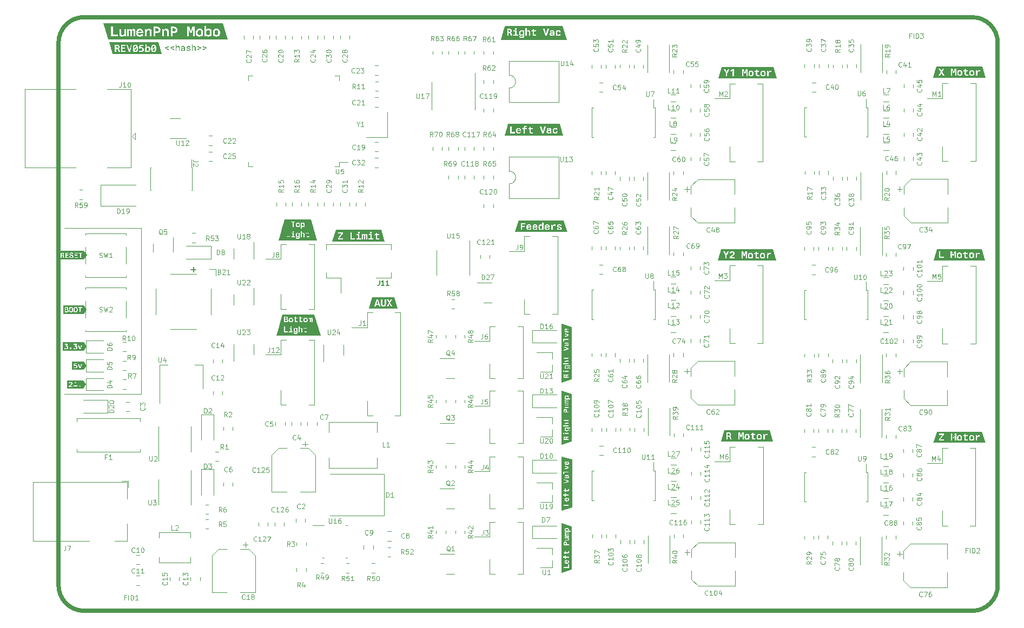
<source format=gbr>
G04 #@! TF.GenerationSoftware,KiCad,Pcbnew,7.0.2-0*
G04 #@! TF.CreationDate,2023-12-22T12:06:10-05:00*
G04 #@! TF.ProjectId,mobo,6d6f626f-2e6b-4696-9361-645f70636258,REV05*
G04 #@! TF.SameCoordinates,Original*
G04 #@! TF.FileFunction,Legend,Top*
G04 #@! TF.FilePolarity,Positive*
%FSLAX46Y46*%
G04 Gerber Fmt 4.6, Leading zero omitted, Abs format (unit mm)*
G04 Created by KiCad (PCBNEW 7.0.2-0) date 2023-12-22 12:06:10*
%MOMM*%
%LPD*%
G01*
G04 APERTURE LIST*
%ADD10C,0.700000*%
%ADD11C,0.120000*%
%ADD12C,0.150000*%
G04 APERTURE END LIST*
D10*
X210600000Y-144000000D02*
G75*
G03*
X214600000Y-140000000I0J4000000D01*
G01*
D11*
X80500000Y-84000000D02*
X80500000Y-110000000D01*
D10*
X67600000Y-55000000D02*
X67600000Y-140000000D01*
D11*
X80500000Y-110000000D02*
X68500000Y-110000000D01*
D10*
X67600000Y-140000000D02*
G75*
G03*
X71600000Y-144000000I4000000J0D01*
G01*
D11*
X68500000Y-84000000D02*
X80500000Y-84000000D01*
D10*
X214600000Y-140000000D02*
X214600000Y-55000000D01*
X71600000Y-51000000D02*
X210600000Y-51000000D01*
X214600000Y-55000000D02*
G75*
G03*
X210600000Y-51000000I-4000000J0D01*
G01*
X71600000Y-51000000D02*
G75*
G03*
X67600000Y-55000000I0J-4000000D01*
G01*
X71600000Y-144000000D02*
X210600000Y-144000000D01*
D12*
G36*
X84849267Y-56145422D02*
G01*
X84849267Y-56010600D01*
X84428925Y-55848667D01*
X84392533Y-55836210D01*
X84428925Y-55824487D01*
X84849267Y-55659623D01*
X84849267Y-55525045D01*
X84266748Y-55784675D01*
X84266748Y-55885059D01*
X84849267Y-56145422D01*
G37*
G36*
X85689462Y-56145422D02*
G01*
X85689462Y-56010600D01*
X85269120Y-55848667D01*
X85232728Y-55836210D01*
X85269120Y-55824487D01*
X85689462Y-55659623D01*
X85689462Y-55525045D01*
X85106943Y-55784675D01*
X85106943Y-55885059D01*
X85689462Y-56145422D01*
G37*
G36*
X86077076Y-55647411D02*
G01*
X86077076Y-55224870D01*
X85949825Y-55224870D01*
X85949825Y-56280000D01*
X86077076Y-56280000D01*
X86077076Y-55739979D01*
X86083235Y-55730549D01*
X86089745Y-55721492D01*
X86096605Y-55712810D01*
X86103816Y-55704502D01*
X86108094Y-55699923D01*
X86115940Y-55692131D01*
X86124089Y-55684783D01*
X86132543Y-55677879D01*
X86141300Y-55671419D01*
X86146441Y-55667927D01*
X86154721Y-55662558D01*
X86163227Y-55657594D01*
X86171961Y-55653036D01*
X86180921Y-55648884D01*
X86190107Y-55645136D01*
X86199520Y-55641795D01*
X86203349Y-55640572D01*
X86213120Y-55637757D01*
X86223046Y-55635420D01*
X86233127Y-55633559D01*
X86243363Y-55632176D01*
X86253754Y-55631270D01*
X86264300Y-55630840D01*
X86268562Y-55630802D01*
X86278912Y-55630821D01*
X86288956Y-55631245D01*
X86298695Y-55632073D01*
X86310440Y-55633677D01*
X86321708Y-55635913D01*
X86332498Y-55638781D01*
X86342812Y-55642281D01*
X86352624Y-55646314D01*
X86361912Y-55650930D01*
X86370676Y-55656131D01*
X86378914Y-55661916D01*
X86386628Y-55668286D01*
X86393817Y-55675240D01*
X86396545Y-55678185D01*
X86403629Y-55686832D01*
X86410043Y-55696286D01*
X86414877Y-55704781D01*
X86419245Y-55713836D01*
X86423149Y-55723452D01*
X86426587Y-55733628D01*
X86429542Y-55744271D01*
X86431997Y-55755438D01*
X86433950Y-55767131D01*
X86435152Y-55776862D01*
X86436034Y-55786929D01*
X86436595Y-55797333D01*
X86436835Y-55808072D01*
X86436845Y-55810809D01*
X86436845Y-56280000D01*
X86564096Y-56280000D01*
X86564096Y-55812274D01*
X86563935Y-55798396D01*
X86563452Y-55784877D01*
X86562647Y-55771720D01*
X86561520Y-55758923D01*
X86560071Y-55746486D01*
X86558300Y-55734411D01*
X86556207Y-55722696D01*
X86553792Y-55711341D01*
X86551055Y-55700347D01*
X86547996Y-55689714D01*
X86545778Y-55682826D01*
X86542251Y-55672735D01*
X86538450Y-55662979D01*
X86534375Y-55653558D01*
X86530024Y-55644472D01*
X86525399Y-55635721D01*
X86518804Y-55624573D01*
X86511721Y-55614021D01*
X86504149Y-55604065D01*
X86496089Y-55594703D01*
X86493998Y-55592456D01*
X86485350Y-55583781D01*
X86476260Y-55575710D01*
X86466727Y-55568241D01*
X86456751Y-55561376D01*
X86446333Y-55555113D01*
X86435471Y-55549454D01*
X86424168Y-55544397D01*
X86412421Y-55539944D01*
X86400346Y-55535994D01*
X86387936Y-55532571D01*
X86378407Y-55530349D01*
X86368690Y-55528423D01*
X86358784Y-55526794D01*
X86348689Y-55525461D01*
X86338405Y-55524424D01*
X86327932Y-55523683D01*
X86317270Y-55523239D01*
X86306420Y-55523091D01*
X86295326Y-55523400D01*
X86284392Y-55524083D01*
X86273619Y-55525140D01*
X86263005Y-55526571D01*
X86252553Y-55528376D01*
X86242260Y-55530556D01*
X86232128Y-55533109D01*
X86222156Y-55536036D01*
X86212424Y-55539329D01*
X86202891Y-55542981D01*
X86193557Y-55546992D01*
X86184420Y-55551362D01*
X86175483Y-55556090D01*
X86166743Y-55561178D01*
X86158202Y-55566623D01*
X86149860Y-55572428D01*
X86140882Y-55578955D01*
X86132115Y-55585925D01*
X86123558Y-55593340D01*
X86116391Y-55600049D01*
X86110537Y-55605889D01*
X86103779Y-55613079D01*
X86097245Y-55620544D01*
X86090933Y-55628283D01*
X86084846Y-55636297D01*
X86078981Y-55644586D01*
X86077076Y-55647411D01*
G37*
G36*
X87096846Y-55523151D02*
G01*
X87108521Y-55523467D01*
X87120038Y-55524053D01*
X87131396Y-55524909D01*
X87142595Y-55526036D01*
X87153636Y-55527434D01*
X87164517Y-55529102D01*
X87175240Y-55531040D01*
X87185804Y-55533249D01*
X87196208Y-55535728D01*
X87206454Y-55538478D01*
X87209829Y-55539455D01*
X87219785Y-55542569D01*
X87229487Y-55545958D01*
X87238936Y-55549622D01*
X87248132Y-55553560D01*
X87257074Y-55557773D01*
X87268603Y-55563818D01*
X87279682Y-55570352D01*
X87290310Y-55577374D01*
X87300488Y-55584884D01*
X87310002Y-55593002D01*
X87319005Y-55601600D01*
X87327496Y-55610679D01*
X87335476Y-55620239D01*
X87342944Y-55630279D01*
X87349901Y-55640801D01*
X87356347Y-55651803D01*
X87362281Y-55663286D01*
X87365032Y-55669180D01*
X87368825Y-55678252D01*
X87372219Y-55687604D01*
X87375214Y-55697234D01*
X87377809Y-55707144D01*
X87380005Y-55717333D01*
X87381802Y-55727801D01*
X87383199Y-55738548D01*
X87384197Y-55749574D01*
X87384796Y-55760879D01*
X87384996Y-55772463D01*
X87384996Y-56117822D01*
X87385023Y-56122480D01*
X87385323Y-56134275D01*
X87385958Y-56146284D01*
X87386706Y-56156046D01*
X87387667Y-56165946D01*
X87388843Y-56175983D01*
X87390232Y-56186157D01*
X87391835Y-56196468D01*
X87393632Y-56206685D01*
X87395605Y-56216573D01*
X87397754Y-56226133D01*
X87400686Y-56237621D01*
X87403893Y-56248596D01*
X87407375Y-56259059D01*
X87411130Y-56269009D01*
X87411130Y-56280000D01*
X87278506Y-56280000D01*
X87275346Y-56273356D01*
X87271728Y-56263818D01*
X87268935Y-56254400D01*
X87266538Y-56244096D01*
X87265473Y-56238635D01*
X87263775Y-56228949D01*
X87262288Y-56219100D01*
X87261011Y-56209087D01*
X87259944Y-56198911D01*
X87257515Y-56201314D01*
X87250021Y-56208421D01*
X87242219Y-56215373D01*
X87234107Y-56222171D01*
X87225687Y-56228814D01*
X87216957Y-56235303D01*
X87213978Y-56237425D01*
X87204836Y-56243607D01*
X87195385Y-56249515D01*
X87185625Y-56255148D01*
X87175556Y-56260506D01*
X87165177Y-56265589D01*
X87161562Y-56267186D01*
X87152405Y-56270995D01*
X87143081Y-56274542D01*
X87133590Y-56277827D01*
X87123933Y-56280849D01*
X87114108Y-56283608D01*
X87104117Y-56286106D01*
X87100070Y-56287022D01*
X87089801Y-56289056D01*
X87079318Y-56290719D01*
X87068621Y-56292013D01*
X87057709Y-56292938D01*
X87046582Y-56293492D01*
X87035240Y-56293677D01*
X87024300Y-56293527D01*
X87013553Y-56293076D01*
X87002999Y-56292325D01*
X86992639Y-56291273D01*
X86982472Y-56289920D01*
X86972498Y-56288268D01*
X86962717Y-56286314D01*
X86953129Y-56284060D01*
X86940646Y-56280587D01*
X86928506Y-56276580D01*
X86916828Y-56272111D01*
X86905608Y-56267253D01*
X86894846Y-56262006D01*
X86884542Y-56256369D01*
X86874696Y-56250343D01*
X86865308Y-56243928D01*
X86856378Y-56237123D01*
X86847906Y-56229930D01*
X86839720Y-56222545D01*
X86832015Y-56214802D01*
X86824791Y-56206700D01*
X86818047Y-56198239D01*
X86811785Y-56189420D01*
X86806003Y-56180242D01*
X86800702Y-56170705D01*
X86795882Y-56160809D01*
X86791646Y-56150635D01*
X86787975Y-56140262D01*
X86784868Y-56129691D01*
X86782327Y-56118921D01*
X86780350Y-56107953D01*
X86778938Y-56096787D01*
X86778091Y-56085422D01*
X86777808Y-56073859D01*
X86777832Y-56070057D01*
X86778186Y-56058830D01*
X86778385Y-56056029D01*
X86904815Y-56056029D01*
X86905041Y-56064552D01*
X86905911Y-56074513D01*
X86907751Y-56085764D01*
X86910479Y-56096619D01*
X86914096Y-56107076D01*
X86916561Y-56112769D01*
X86921573Y-56122220D01*
X86927474Y-56131015D01*
X86934263Y-56139156D01*
X86941939Y-56146643D01*
X86943109Y-56147719D01*
X86951816Y-56154825D01*
X86960005Y-56160321D01*
X86968863Y-56165266D01*
X86978392Y-56169663D01*
X86988590Y-56173510D01*
X86990369Y-56174096D01*
X87001394Y-56177221D01*
X87011041Y-56179314D01*
X87021105Y-56180942D01*
X87031587Y-56182105D01*
X87042486Y-56182803D01*
X87053803Y-56183035D01*
X87058424Y-56182998D01*
X87069811Y-56182579D01*
X87080959Y-56181696D01*
X87091869Y-56180347D01*
X87102541Y-56178533D01*
X87112973Y-56176254D01*
X87123168Y-56173510D01*
X87125192Y-56172908D01*
X87135143Y-56169714D01*
X87144808Y-56166210D01*
X87154187Y-56162397D01*
X87163279Y-56158273D01*
X87172085Y-56153839D01*
X87182274Y-56148108D01*
X87185514Y-56146107D01*
X87194914Y-56139896D01*
X87203833Y-56133376D01*
X87212271Y-56126546D01*
X87220227Y-56119408D01*
X87227704Y-56111960D01*
X87234647Y-56104298D01*
X87241007Y-56096516D01*
X87246783Y-56088613D01*
X87252784Y-56079242D01*
X87257990Y-56069706D01*
X87257990Y-55919253D01*
X87139776Y-55919253D01*
X87135671Y-55919264D01*
X87123553Y-55919432D01*
X87111731Y-55919802D01*
X87100206Y-55920374D01*
X87088977Y-55921147D01*
X87078044Y-55922123D01*
X87067407Y-55923300D01*
X87057067Y-55924679D01*
X87047022Y-55926259D01*
X87037274Y-55928042D01*
X87024738Y-55930732D01*
X87015711Y-55932946D01*
X87004230Y-55936232D01*
X86993382Y-55939899D01*
X86983168Y-55943949D01*
X86973587Y-55948379D01*
X86964640Y-55953192D01*
X86956326Y-55958386D01*
X86946824Y-55965415D01*
X86941791Y-55969605D01*
X86933735Y-55977416D01*
X86926637Y-55985834D01*
X86920498Y-55994860D01*
X86915317Y-56004494D01*
X86911225Y-56014723D01*
X86908138Y-56025538D01*
X86906291Y-56035272D01*
X86905184Y-56045436D01*
X86904815Y-56056029D01*
X86778385Y-56056029D01*
X86778965Y-56047869D01*
X86780170Y-56037174D01*
X86781799Y-56026746D01*
X86783853Y-56016584D01*
X86786333Y-56006687D01*
X86789237Y-55997058D01*
X86792567Y-55987694D01*
X86796321Y-55978596D01*
X86801988Y-55966880D01*
X86808411Y-55955576D01*
X86815467Y-55944746D01*
X86823157Y-55934388D01*
X86831481Y-55924504D01*
X86840438Y-55915093D01*
X86847571Y-55908345D01*
X86855061Y-55901864D01*
X86862907Y-55895649D01*
X86871109Y-55889699D01*
X86876767Y-55886002D01*
X86885518Y-55880675D01*
X86894587Y-55875610D01*
X86903974Y-55870806D01*
X86913678Y-55866265D01*
X86923700Y-55861985D01*
X86934040Y-55857967D01*
X86944697Y-55854211D01*
X86955672Y-55850717D01*
X86966965Y-55847485D01*
X86978576Y-55844515D01*
X86986510Y-55842681D01*
X86998626Y-55840152D01*
X87010999Y-55837889D01*
X87023630Y-55835893D01*
X87036519Y-55834163D01*
X87049665Y-55832699D01*
X87063069Y-55831501D01*
X87076730Y-55830569D01*
X87090649Y-55829904D01*
X87104826Y-55829505D01*
X87119260Y-55829371D01*
X87257990Y-55829371D01*
X87257990Y-55770997D01*
X87257795Y-55762682D01*
X87257004Y-55752598D01*
X87255606Y-55742861D01*
X87253124Y-55731632D01*
X87249767Y-55720902D01*
X87245533Y-55710669D01*
X87243937Y-55707341D01*
X87238679Y-55697709D01*
X87232717Y-55688610D01*
X87226051Y-55680044D01*
X87218681Y-55672009D01*
X87210607Y-55664508D01*
X87203264Y-55658909D01*
X87193807Y-55652727D01*
X87183646Y-55647129D01*
X87174641Y-55642909D01*
X87165147Y-55639095D01*
X87155163Y-55635687D01*
X87146916Y-55633283D01*
X87136254Y-55630728D01*
X87125197Y-55628674D01*
X87113747Y-55627122D01*
X87101903Y-55626070D01*
X87092145Y-55625589D01*
X87082135Y-55625429D01*
X87077433Y-55625466D01*
X87065946Y-55625884D01*
X87054841Y-55626768D01*
X87044117Y-55628117D01*
X87033775Y-55629931D01*
X87023814Y-55632210D01*
X87014235Y-55634954D01*
X87010547Y-55636170D01*
X86999917Y-55640114D01*
X86989939Y-55644504D01*
X86980614Y-55649342D01*
X86971941Y-55654625D01*
X86963921Y-55660355D01*
X86958933Y-55664416D01*
X86950884Y-55671963D01*
X86943700Y-55680070D01*
X86937380Y-55688739D01*
X86931926Y-55697969D01*
X86929292Y-55703373D01*
X86925529Y-55712976D01*
X86922841Y-55722767D01*
X86921228Y-55732745D01*
X86920690Y-55742909D01*
X86792951Y-55742909D01*
X86793383Y-55732796D01*
X86794432Y-55722729D01*
X86796100Y-55712707D01*
X86798386Y-55702732D01*
X86801290Y-55692802D01*
X86804812Y-55682917D01*
X86808953Y-55673079D01*
X86813712Y-55663286D01*
X86819066Y-55653578D01*
X86824993Y-55644113D01*
X86831492Y-55634893D01*
X86838564Y-55625917D01*
X86846208Y-55617185D01*
X86854424Y-55608698D01*
X86863213Y-55600455D01*
X86872575Y-55592456D01*
X86877372Y-55588625D01*
X86887355Y-55581245D01*
X86897857Y-55574238D01*
X86908879Y-55567605D01*
X86917486Y-55562876D01*
X86926384Y-55558357D01*
X86935575Y-55554049D01*
X86945057Y-55549951D01*
X86954832Y-55546063D01*
X86964898Y-55542386D01*
X86971794Y-55540050D01*
X86982353Y-55536827D01*
X86993169Y-55533944D01*
X87004243Y-55531401D01*
X87015575Y-55529196D01*
X87027164Y-55527331D01*
X87039011Y-55525804D01*
X87051115Y-55524617D01*
X87063477Y-55523769D01*
X87076097Y-55523261D01*
X87088974Y-55523091D01*
X87096846Y-55523151D01*
G37*
G36*
X88124319Y-56082896D02*
G01*
X88123759Y-56092770D01*
X88121822Y-56103379D01*
X88118502Y-56113607D01*
X88117236Y-56116601D01*
X88112366Y-56126132D01*
X88106962Y-56134302D01*
X88100593Y-56142086D01*
X88097452Y-56145422D01*
X88088900Y-56153064D01*
X88080881Y-56158934D01*
X88072051Y-56164351D01*
X88062410Y-56169314D01*
X88051958Y-56173824D01*
X88040696Y-56177882D01*
X88038346Y-56178639D01*
X88028679Y-56181444D01*
X88018608Y-56183875D01*
X88008132Y-56185932D01*
X87997252Y-56187615D01*
X87985967Y-56188924D01*
X87974278Y-56189859D01*
X87962184Y-56190420D01*
X87949685Y-56190607D01*
X87939593Y-56190440D01*
X87929464Y-56189939D01*
X87919299Y-56189104D01*
X87909099Y-56187935D01*
X87898863Y-56186433D01*
X87888591Y-56184596D01*
X87884473Y-56183768D01*
X87874318Y-56181398D01*
X87864461Y-56178563D01*
X87854902Y-56175263D01*
X87845642Y-56171498D01*
X87836680Y-56167268D01*
X87828015Y-56162573D01*
X87824633Y-56160565D01*
X87816305Y-56155130D01*
X87808419Y-56149207D01*
X87800973Y-56142794D01*
X87793969Y-56135892D01*
X87787406Y-56128502D01*
X87781285Y-56120622D01*
X87778960Y-56117334D01*
X87773687Y-56108634D01*
X87769166Y-56099326D01*
X87765396Y-56089409D01*
X87762378Y-56078885D01*
X87760111Y-56067752D01*
X87758595Y-56056011D01*
X87758199Y-56051144D01*
X87630949Y-56051144D01*
X87631284Y-56062936D01*
X87632292Y-56074622D01*
X87633971Y-56086200D01*
X87636322Y-56097672D01*
X87639344Y-56109037D01*
X87643039Y-56120295D01*
X87647404Y-56131446D01*
X87652442Y-56142491D01*
X87658182Y-56153310D01*
X87664532Y-56163786D01*
X87671493Y-56173918D01*
X87679064Y-56183707D01*
X87687247Y-56193152D01*
X87696039Y-56202254D01*
X87705443Y-56211012D01*
X87712896Y-56217356D01*
X87715457Y-56219427D01*
X87723222Y-56225629D01*
X87731313Y-56231595D01*
X87739731Y-56237324D01*
X87748475Y-56242817D01*
X87757546Y-56248075D01*
X87766942Y-56253096D01*
X87776665Y-56257880D01*
X87786714Y-56262429D01*
X87797090Y-56266742D01*
X87807792Y-56270818D01*
X87815108Y-56273405D01*
X87826334Y-56277028D01*
X87837848Y-56280294D01*
X87849650Y-56283204D01*
X87861739Y-56285758D01*
X87874116Y-56287956D01*
X87886781Y-56289797D01*
X87899733Y-56291282D01*
X87912973Y-56292410D01*
X87926500Y-56293182D01*
X87940316Y-56293598D01*
X87949685Y-56293677D01*
X87961960Y-56293540D01*
X87974054Y-56293128D01*
X87985968Y-56292441D01*
X87997702Y-56291479D01*
X88009255Y-56290242D01*
X88020628Y-56288731D01*
X88031821Y-56286945D01*
X88042834Y-56284884D01*
X88053666Y-56282549D01*
X88064317Y-56279938D01*
X88071318Y-56278046D01*
X88081620Y-56274955D01*
X88091643Y-56271637D01*
X88101387Y-56268091D01*
X88110851Y-56264318D01*
X88120037Y-56260318D01*
X88128944Y-56256089D01*
X88140385Y-56250098D01*
X88151330Y-56243702D01*
X88161779Y-56236901D01*
X88166817Y-56233349D01*
X88176495Y-56225961D01*
X88185624Y-56218206D01*
X88194203Y-56210085D01*
X88202233Y-56201598D01*
X88209713Y-56192744D01*
X88216643Y-56183524D01*
X88223024Y-56173937D01*
X88228855Y-56163984D01*
X88234122Y-56153707D01*
X88238686Y-56143147D01*
X88242548Y-56132305D01*
X88245708Y-56121181D01*
X88248165Y-56109774D01*
X88249921Y-56098084D01*
X88250974Y-56086113D01*
X88251325Y-56073859D01*
X88251020Y-56062551D01*
X88250104Y-56051587D01*
X88248578Y-56040966D01*
X88246441Y-56030689D01*
X88243693Y-56020755D01*
X88240334Y-56011164D01*
X88236366Y-56001918D01*
X88231786Y-55993014D01*
X88226626Y-55984351D01*
X88220917Y-55975948D01*
X88214658Y-55967804D01*
X88207850Y-55959919D01*
X88200492Y-55952294D01*
X88192585Y-55944929D01*
X88184128Y-55937823D01*
X88175122Y-55930976D01*
X88165569Y-55924557D01*
X88155475Y-55918367D01*
X88144839Y-55912406D01*
X88133661Y-55906674D01*
X88121942Y-55901171D01*
X88112796Y-55897194D01*
X88103346Y-55893346D01*
X88093591Y-55889626D01*
X88083531Y-55886036D01*
X88073237Y-55882548D01*
X88062691Y-55879138D01*
X88051891Y-55875805D01*
X88040838Y-55872549D01*
X88029531Y-55869371D01*
X88017971Y-55866269D01*
X88006158Y-55863245D01*
X87994092Y-55860299D01*
X87981772Y-55857429D01*
X87969199Y-55854637D01*
X87960676Y-55852819D01*
X87951037Y-55850845D01*
X87938686Y-55848201D01*
X87926907Y-55845541D01*
X87915700Y-55842865D01*
X87905066Y-55840175D01*
X87895004Y-55837469D01*
X87885515Y-55834748D01*
X87874459Y-55831325D01*
X87864189Y-55827825D01*
X87854600Y-55824194D01*
X87843989Y-55819663D01*
X87834358Y-55814943D01*
X87825706Y-55810034D01*
X87820481Y-55806657D01*
X87812089Y-55800509D01*
X87803930Y-55793083D01*
X87797297Y-55785229D01*
X87791660Y-55775882D01*
X87787764Y-55765761D01*
X87785371Y-55756147D01*
X87783986Y-55745954D01*
X87783600Y-55736559D01*
X87784241Y-55726026D01*
X87786165Y-55715676D01*
X87789371Y-55705510D01*
X87793859Y-55695526D01*
X87798837Y-55686998D01*
X87804798Y-55678937D01*
X87811740Y-55671343D01*
X87819664Y-55664217D01*
X87824633Y-55660355D01*
X87833898Y-55654034D01*
X87842639Y-55649100D01*
X87852119Y-55644612D01*
X87862337Y-55640570D01*
X87873294Y-55636975D01*
X87875191Y-55636420D01*
X87884977Y-55633816D01*
X87895251Y-55631654D01*
X87906014Y-55629933D01*
X87917266Y-55628653D01*
X87929007Y-55627815D01*
X87941237Y-55627418D01*
X87946266Y-55627383D01*
X87958287Y-55627651D01*
X87969927Y-55628456D01*
X87981185Y-55629798D01*
X87992062Y-55631676D01*
X88002556Y-55634091D01*
X88012670Y-55637043D01*
X88016608Y-55638374D01*
X88026151Y-55641975D01*
X88035241Y-55645911D01*
X88045551Y-55651074D01*
X88055208Y-55656718D01*
X88064212Y-55662844D01*
X88069853Y-55667194D01*
X88077761Y-55674069D01*
X88085000Y-55681322D01*
X88091569Y-55688953D01*
X88097468Y-55696961D01*
X88102697Y-55705348D01*
X88104291Y-55708227D01*
X88109145Y-55718318D01*
X88112806Y-55728503D01*
X88115276Y-55738781D01*
X88116553Y-55749153D01*
X88116748Y-55755122D01*
X88243754Y-55755122D01*
X88243426Y-55743070D01*
X88242441Y-55731216D01*
X88240800Y-55719561D01*
X88238503Y-55708105D01*
X88235549Y-55696847D01*
X88231939Y-55685787D01*
X88227672Y-55674926D01*
X88222749Y-55664263D01*
X88217227Y-55653864D01*
X88211163Y-55643793D01*
X88204557Y-55634050D01*
X88197409Y-55624635D01*
X88189719Y-55615548D01*
X88181487Y-55606790D01*
X88172714Y-55598360D01*
X88163398Y-55590258D01*
X88153495Y-55582595D01*
X88143080Y-55575359D01*
X88132154Y-55568551D01*
X88123624Y-55563725D01*
X88114806Y-55559140D01*
X88105701Y-55554795D01*
X88096308Y-55550690D01*
X88086627Y-55546826D01*
X88076658Y-55543203D01*
X88069853Y-55540921D01*
X88059429Y-55537734D01*
X88048764Y-55534861D01*
X88037859Y-55532302D01*
X88026714Y-55530056D01*
X88015328Y-55528123D01*
X88003701Y-55526504D01*
X87991835Y-55525198D01*
X87979727Y-55524205D01*
X87967380Y-55523526D01*
X87954792Y-55523161D01*
X87946266Y-55523091D01*
X87934406Y-55523241D01*
X87922730Y-55523692D01*
X87911239Y-55524443D01*
X87899932Y-55525495D01*
X87888811Y-55526848D01*
X87877873Y-55528501D01*
X87867121Y-55530454D01*
X87856553Y-55532708D01*
X87846169Y-55535263D01*
X87835970Y-55538118D01*
X87829274Y-55540188D01*
X87819419Y-55543503D01*
X87809822Y-55547037D01*
X87800483Y-55550790D01*
X87791401Y-55554762D01*
X87779692Y-55560399D01*
X87768442Y-55566425D01*
X87757650Y-55572840D01*
X87747315Y-55579645D01*
X87737438Y-55586838D01*
X87728115Y-55594383D01*
X87719319Y-55602241D01*
X87711049Y-55610412D01*
X87703306Y-55618895D01*
X87696089Y-55627692D01*
X87689399Y-55636801D01*
X87683236Y-55646224D01*
X87677599Y-55655959D01*
X87672619Y-55665939D01*
X87668302Y-55676094D01*
X87664650Y-55686425D01*
X87661662Y-55696931D01*
X87659338Y-55707613D01*
X87657678Y-55718470D01*
X87656682Y-55729503D01*
X87656350Y-55740711D01*
X87656670Y-55752072D01*
X87657632Y-55763075D01*
X87659235Y-55773718D01*
X87661479Y-55784003D01*
X87664364Y-55793930D01*
X87667890Y-55803497D01*
X87672058Y-55812706D01*
X87676866Y-55821556D01*
X87682324Y-55830081D01*
X87688315Y-55838317D01*
X87694841Y-55846262D01*
X87701901Y-55853918D01*
X87709496Y-55861283D01*
X87717624Y-55868359D01*
X87726287Y-55875144D01*
X87735484Y-55881639D01*
X87745006Y-55888055D01*
X87755009Y-55894233D01*
X87765492Y-55900175D01*
X87776456Y-55905881D01*
X87787901Y-55911349D01*
X87799827Y-55916581D01*
X87809087Y-55920350D01*
X87818618Y-55923986D01*
X87825122Y-55926336D01*
X87835066Y-55929725D01*
X87845209Y-55933025D01*
X87855548Y-55936234D01*
X87866086Y-55939353D01*
X87876820Y-55942382D01*
X87887753Y-55945321D01*
X87898882Y-55948170D01*
X87910210Y-55950928D01*
X87921734Y-55953596D01*
X87933457Y-55956175D01*
X87941381Y-55957843D01*
X87951029Y-55959788D01*
X87963419Y-55962448D01*
X87975266Y-55965184D01*
X87986572Y-55967997D01*
X87997336Y-55970886D01*
X88007558Y-55973851D01*
X88017238Y-55976893D01*
X88028576Y-55980802D01*
X88039227Y-55984831D01*
X88049198Y-55988978D01*
X88058490Y-55993246D01*
X88068742Y-55998523D01*
X88078016Y-56003973D01*
X88084996Y-56008646D01*
X88093708Y-56015423D01*
X88101252Y-56022504D01*
X88108441Y-56030968D01*
X88114105Y-56039830D01*
X88115282Y-56042107D01*
X88119236Y-56051434D01*
X88122060Y-56061341D01*
X88123754Y-56071828D01*
X88124319Y-56082896D01*
G37*
G36*
X88597662Y-55647411D02*
G01*
X88597662Y-55224870D01*
X88470411Y-55224870D01*
X88470411Y-56280000D01*
X88597662Y-56280000D01*
X88597662Y-55739979D01*
X88603821Y-55730549D01*
X88610331Y-55721492D01*
X88617191Y-55712810D01*
X88624403Y-55704502D01*
X88628681Y-55699923D01*
X88636526Y-55692131D01*
X88644676Y-55684783D01*
X88653129Y-55677879D01*
X88661886Y-55671419D01*
X88667027Y-55667927D01*
X88675307Y-55662558D01*
X88683814Y-55657594D01*
X88692547Y-55653036D01*
X88701507Y-55648884D01*
X88710693Y-55645136D01*
X88720107Y-55641795D01*
X88723935Y-55640572D01*
X88733706Y-55637757D01*
X88743632Y-55635420D01*
X88753713Y-55633559D01*
X88763949Y-55632176D01*
X88774340Y-55631270D01*
X88784886Y-55630840D01*
X88789148Y-55630802D01*
X88799498Y-55630821D01*
X88809542Y-55631245D01*
X88819282Y-55632073D01*
X88831026Y-55633677D01*
X88842294Y-55635913D01*
X88853084Y-55638781D01*
X88863398Y-55642281D01*
X88873211Y-55646314D01*
X88882499Y-55650930D01*
X88891262Y-55656131D01*
X88899500Y-55661916D01*
X88907214Y-55668286D01*
X88914403Y-55675240D01*
X88917131Y-55678185D01*
X88924215Y-55686832D01*
X88930630Y-55696286D01*
X88935463Y-55704781D01*
X88939832Y-55713836D01*
X88943735Y-55723452D01*
X88947173Y-55733628D01*
X88950129Y-55744271D01*
X88952583Y-55755438D01*
X88954536Y-55767131D01*
X88955738Y-55776862D01*
X88956620Y-55786929D01*
X88957181Y-55797333D01*
X88957421Y-55808072D01*
X88957431Y-55810809D01*
X88957431Y-56280000D01*
X89084682Y-56280000D01*
X89084682Y-55812274D01*
X89084521Y-55798396D01*
X89084038Y-55784877D01*
X89083233Y-55771720D01*
X89082106Y-55758923D01*
X89080657Y-55746486D01*
X89078886Y-55734411D01*
X89076793Y-55722696D01*
X89074378Y-55711341D01*
X89071641Y-55700347D01*
X89068582Y-55689714D01*
X89066364Y-55682826D01*
X89062838Y-55672735D01*
X89059036Y-55662979D01*
X89054961Y-55653558D01*
X89050610Y-55644472D01*
X89045985Y-55635721D01*
X89039390Y-55624573D01*
X89032307Y-55614021D01*
X89024736Y-55604065D01*
X89016676Y-55594703D01*
X89014584Y-55592456D01*
X89005937Y-55583781D01*
X88996846Y-55575710D01*
X88987313Y-55568241D01*
X88977337Y-55561376D01*
X88966919Y-55555113D01*
X88956058Y-55549454D01*
X88944754Y-55544397D01*
X88933007Y-55539944D01*
X88920932Y-55535994D01*
X88908522Y-55532571D01*
X88898993Y-55530349D01*
X88889276Y-55528423D01*
X88879370Y-55526794D01*
X88869275Y-55525461D01*
X88858991Y-55524424D01*
X88848518Y-55523683D01*
X88837856Y-55523239D01*
X88827006Y-55523091D01*
X88815912Y-55523400D01*
X88804978Y-55524083D01*
X88794205Y-55525140D01*
X88783592Y-55526571D01*
X88773139Y-55528376D01*
X88762846Y-55530556D01*
X88752714Y-55533109D01*
X88742742Y-55536036D01*
X88733010Y-55539329D01*
X88723477Y-55542981D01*
X88714143Y-55546992D01*
X88705006Y-55551362D01*
X88696069Y-55556090D01*
X88687329Y-55561178D01*
X88678789Y-55566623D01*
X88670446Y-55572428D01*
X88661469Y-55578955D01*
X88652701Y-55585925D01*
X88644144Y-55593340D01*
X88636977Y-55600049D01*
X88631123Y-55605889D01*
X88624365Y-55613079D01*
X88617831Y-55620544D01*
X88611520Y-55628283D01*
X88605432Y-55636297D01*
X88599567Y-55644586D01*
X88597662Y-55647411D01*
G37*
G36*
X89313538Y-56144689D02*
G01*
X89919993Y-55884326D01*
X89919993Y-55783942D01*
X89313538Y-55524312D01*
X89313538Y-55655471D01*
X89757815Y-55820334D01*
X89799092Y-55833524D01*
X89757815Y-55845247D01*
X89313538Y-56012798D01*
X89313538Y-56144689D01*
G37*
G36*
X90153733Y-56144689D02*
G01*
X90760188Y-55884326D01*
X90760188Y-55783942D01*
X90153733Y-55524312D01*
X90153733Y-55655471D01*
X90598011Y-55820334D01*
X90639288Y-55833524D01*
X90598011Y-55845247D01*
X90153733Y-56012798D01*
X90153733Y-56144689D01*
G37*
D11*
X114042856Y-71650535D02*
X114007142Y-71686250D01*
X114007142Y-71686250D02*
X113899999Y-71721964D01*
X113899999Y-71721964D02*
X113828571Y-71721964D01*
X113828571Y-71721964D02*
X113721428Y-71686250D01*
X113721428Y-71686250D02*
X113649999Y-71614821D01*
X113649999Y-71614821D02*
X113614285Y-71543392D01*
X113614285Y-71543392D02*
X113578571Y-71400535D01*
X113578571Y-71400535D02*
X113578571Y-71293392D01*
X113578571Y-71293392D02*
X113614285Y-71150535D01*
X113614285Y-71150535D02*
X113649999Y-71079107D01*
X113649999Y-71079107D02*
X113721428Y-71007678D01*
X113721428Y-71007678D02*
X113828571Y-70971964D01*
X113828571Y-70971964D02*
X113899999Y-70971964D01*
X113899999Y-70971964D02*
X114007142Y-71007678D01*
X114007142Y-71007678D02*
X114042856Y-71043392D01*
X114757142Y-71721964D02*
X114328571Y-71721964D01*
X114542856Y-71721964D02*
X114542856Y-70971964D01*
X114542856Y-70971964D02*
X114471428Y-71079107D01*
X114471428Y-71079107D02*
X114399999Y-71150535D01*
X114399999Y-71150535D02*
X114328571Y-71186250D01*
X115114285Y-71721964D02*
X115257142Y-71721964D01*
X115257142Y-71721964D02*
X115328571Y-71686250D01*
X115328571Y-71686250D02*
X115364285Y-71650535D01*
X115364285Y-71650535D02*
X115435714Y-71543392D01*
X115435714Y-71543392D02*
X115471428Y-71400535D01*
X115471428Y-71400535D02*
X115471428Y-71114821D01*
X115471428Y-71114821D02*
X115435714Y-71043392D01*
X115435714Y-71043392D02*
X115400000Y-71007678D01*
X115400000Y-71007678D02*
X115328571Y-70971964D01*
X115328571Y-70971964D02*
X115185714Y-70971964D01*
X115185714Y-70971964D02*
X115114285Y-71007678D01*
X115114285Y-71007678D02*
X115078571Y-71043392D01*
X115078571Y-71043392D02*
X115042857Y-71114821D01*
X115042857Y-71114821D02*
X115042857Y-71293392D01*
X115042857Y-71293392D02*
X115078571Y-71364821D01*
X115078571Y-71364821D02*
X115114285Y-71400535D01*
X115114285Y-71400535D02*
X115185714Y-71436250D01*
X115185714Y-71436250D02*
X115328571Y-71436250D01*
X115328571Y-71436250D02*
X115400000Y-71400535D01*
X115400000Y-71400535D02*
X115435714Y-71364821D01*
X115435714Y-71364821D02*
X115471428Y-71293392D01*
X81828571Y-119746964D02*
X81828571Y-120354107D01*
X81828571Y-120354107D02*
X81864285Y-120425535D01*
X81864285Y-120425535D02*
X81900000Y-120461250D01*
X81900000Y-120461250D02*
X81971428Y-120496964D01*
X81971428Y-120496964D02*
X82114285Y-120496964D01*
X82114285Y-120496964D02*
X82185714Y-120461250D01*
X82185714Y-120461250D02*
X82221428Y-120425535D01*
X82221428Y-120425535D02*
X82257142Y-120354107D01*
X82257142Y-120354107D02*
X82257142Y-119746964D01*
X82578571Y-119818392D02*
X82614285Y-119782678D01*
X82614285Y-119782678D02*
X82685714Y-119746964D01*
X82685714Y-119746964D02*
X82864285Y-119746964D01*
X82864285Y-119746964D02*
X82935714Y-119782678D01*
X82935714Y-119782678D02*
X82971428Y-119818392D01*
X82971428Y-119818392D02*
X83007142Y-119889821D01*
X83007142Y-119889821D02*
X83007142Y-119961250D01*
X83007142Y-119961250D02*
X82971428Y-120068392D01*
X82971428Y-120068392D02*
X82542856Y-120496964D01*
X82542856Y-120496964D02*
X83007142Y-120496964D01*
X96767856Y-142125535D02*
X96732142Y-142161250D01*
X96732142Y-142161250D02*
X96624999Y-142196964D01*
X96624999Y-142196964D02*
X96553571Y-142196964D01*
X96553571Y-142196964D02*
X96446428Y-142161250D01*
X96446428Y-142161250D02*
X96374999Y-142089821D01*
X96374999Y-142089821D02*
X96339285Y-142018392D01*
X96339285Y-142018392D02*
X96303571Y-141875535D01*
X96303571Y-141875535D02*
X96303571Y-141768392D01*
X96303571Y-141768392D02*
X96339285Y-141625535D01*
X96339285Y-141625535D02*
X96374999Y-141554107D01*
X96374999Y-141554107D02*
X96446428Y-141482678D01*
X96446428Y-141482678D02*
X96553571Y-141446964D01*
X96553571Y-141446964D02*
X96624999Y-141446964D01*
X96624999Y-141446964D02*
X96732142Y-141482678D01*
X96732142Y-141482678D02*
X96767856Y-141518392D01*
X97482142Y-142196964D02*
X97053571Y-142196964D01*
X97267856Y-142196964D02*
X97267856Y-141446964D01*
X97267856Y-141446964D02*
X97196428Y-141554107D01*
X97196428Y-141554107D02*
X97124999Y-141625535D01*
X97124999Y-141625535D02*
X97053571Y-141661250D01*
X97910714Y-141768392D02*
X97839285Y-141732678D01*
X97839285Y-141732678D02*
X97803571Y-141696964D01*
X97803571Y-141696964D02*
X97767857Y-141625535D01*
X97767857Y-141625535D02*
X97767857Y-141589821D01*
X97767857Y-141589821D02*
X97803571Y-141518392D01*
X97803571Y-141518392D02*
X97839285Y-141482678D01*
X97839285Y-141482678D02*
X97910714Y-141446964D01*
X97910714Y-141446964D02*
X98053571Y-141446964D01*
X98053571Y-141446964D02*
X98125000Y-141482678D01*
X98125000Y-141482678D02*
X98160714Y-141518392D01*
X98160714Y-141518392D02*
X98196428Y-141589821D01*
X98196428Y-141589821D02*
X98196428Y-141625535D01*
X98196428Y-141625535D02*
X98160714Y-141696964D01*
X98160714Y-141696964D02*
X98125000Y-141732678D01*
X98125000Y-141732678D02*
X98053571Y-141768392D01*
X98053571Y-141768392D02*
X97910714Y-141768392D01*
X97910714Y-141768392D02*
X97839285Y-141804107D01*
X97839285Y-141804107D02*
X97803571Y-141839821D01*
X97803571Y-141839821D02*
X97767857Y-141911250D01*
X97767857Y-141911250D02*
X97767857Y-142054107D01*
X97767857Y-142054107D02*
X97803571Y-142125535D01*
X97803571Y-142125535D02*
X97839285Y-142161250D01*
X97839285Y-142161250D02*
X97910714Y-142196964D01*
X97910714Y-142196964D02*
X98053571Y-142196964D01*
X98053571Y-142196964D02*
X98125000Y-142161250D01*
X98125000Y-142161250D02*
X98160714Y-142125535D01*
X98160714Y-142125535D02*
X98196428Y-142054107D01*
X98196428Y-142054107D02*
X98196428Y-141911250D01*
X98196428Y-141911250D02*
X98160714Y-141839821D01*
X98160714Y-141839821D02*
X98125000Y-141804107D01*
X98125000Y-141804107D02*
X98053571Y-141768392D01*
X202600535Y-123144645D02*
X202636250Y-123180359D01*
X202636250Y-123180359D02*
X202671964Y-123287502D01*
X202671964Y-123287502D02*
X202671964Y-123358930D01*
X202671964Y-123358930D02*
X202636250Y-123466073D01*
X202636250Y-123466073D02*
X202564821Y-123537502D01*
X202564821Y-123537502D02*
X202493392Y-123573216D01*
X202493392Y-123573216D02*
X202350535Y-123608930D01*
X202350535Y-123608930D02*
X202243392Y-123608930D01*
X202243392Y-123608930D02*
X202100535Y-123573216D01*
X202100535Y-123573216D02*
X202029107Y-123537502D01*
X202029107Y-123537502D02*
X201957678Y-123466073D01*
X201957678Y-123466073D02*
X201921964Y-123358930D01*
X201921964Y-123358930D02*
X201921964Y-123287502D01*
X201921964Y-123287502D02*
X201957678Y-123180359D01*
X201957678Y-123180359D02*
X201993392Y-123144645D01*
X202243392Y-122716073D02*
X202207678Y-122787502D01*
X202207678Y-122787502D02*
X202171964Y-122823216D01*
X202171964Y-122823216D02*
X202100535Y-122858930D01*
X202100535Y-122858930D02*
X202064821Y-122858930D01*
X202064821Y-122858930D02*
X201993392Y-122823216D01*
X201993392Y-122823216D02*
X201957678Y-122787502D01*
X201957678Y-122787502D02*
X201921964Y-122716073D01*
X201921964Y-122716073D02*
X201921964Y-122573216D01*
X201921964Y-122573216D02*
X201957678Y-122501788D01*
X201957678Y-122501788D02*
X201993392Y-122466073D01*
X201993392Y-122466073D02*
X202064821Y-122430359D01*
X202064821Y-122430359D02*
X202100535Y-122430359D01*
X202100535Y-122430359D02*
X202171964Y-122466073D01*
X202171964Y-122466073D02*
X202207678Y-122501788D01*
X202207678Y-122501788D02*
X202243392Y-122573216D01*
X202243392Y-122573216D02*
X202243392Y-122716073D01*
X202243392Y-122716073D02*
X202279107Y-122787502D01*
X202279107Y-122787502D02*
X202314821Y-122823216D01*
X202314821Y-122823216D02*
X202386250Y-122858930D01*
X202386250Y-122858930D02*
X202529107Y-122858930D01*
X202529107Y-122858930D02*
X202600535Y-122823216D01*
X202600535Y-122823216D02*
X202636250Y-122787502D01*
X202636250Y-122787502D02*
X202671964Y-122716073D01*
X202671964Y-122716073D02*
X202671964Y-122573216D01*
X202671964Y-122573216D02*
X202636250Y-122501788D01*
X202636250Y-122501788D02*
X202600535Y-122466073D01*
X202600535Y-122466073D02*
X202529107Y-122430359D01*
X202529107Y-122430359D02*
X202386250Y-122430359D01*
X202386250Y-122430359D02*
X202314821Y-122466073D01*
X202314821Y-122466073D02*
X202279107Y-122501788D01*
X202279107Y-122501788D02*
X202243392Y-122573216D01*
X201921964Y-121787502D02*
X201921964Y-121930359D01*
X201921964Y-121930359D02*
X201957678Y-122001787D01*
X201957678Y-122001787D02*
X201993392Y-122037502D01*
X201993392Y-122037502D02*
X202100535Y-122108930D01*
X202100535Y-122108930D02*
X202243392Y-122144644D01*
X202243392Y-122144644D02*
X202529107Y-122144644D01*
X202529107Y-122144644D02*
X202600535Y-122108930D01*
X202600535Y-122108930D02*
X202636250Y-122073216D01*
X202636250Y-122073216D02*
X202671964Y-122001787D01*
X202671964Y-122001787D02*
X202671964Y-121858930D01*
X202671964Y-121858930D02*
X202636250Y-121787502D01*
X202636250Y-121787502D02*
X202600535Y-121751787D01*
X202600535Y-121751787D02*
X202529107Y-121716073D01*
X202529107Y-121716073D02*
X202350535Y-121716073D01*
X202350535Y-121716073D02*
X202279107Y-121751787D01*
X202279107Y-121751787D02*
X202243392Y-121787502D01*
X202243392Y-121787502D02*
X202207678Y-121858930D01*
X202207678Y-121858930D02*
X202207678Y-122001787D01*
X202207678Y-122001787D02*
X202243392Y-122073216D01*
X202243392Y-122073216D02*
X202279107Y-122108930D01*
X202279107Y-122108930D02*
X202350535Y-122144644D01*
X134467856Y-54796964D02*
X134217856Y-54439821D01*
X134039285Y-54796964D02*
X134039285Y-54046964D01*
X134039285Y-54046964D02*
X134324999Y-54046964D01*
X134324999Y-54046964D02*
X134396428Y-54082678D01*
X134396428Y-54082678D02*
X134432142Y-54118392D01*
X134432142Y-54118392D02*
X134467856Y-54189821D01*
X134467856Y-54189821D02*
X134467856Y-54296964D01*
X134467856Y-54296964D02*
X134432142Y-54368392D01*
X134432142Y-54368392D02*
X134396428Y-54404107D01*
X134396428Y-54404107D02*
X134324999Y-54439821D01*
X134324999Y-54439821D02*
X134039285Y-54439821D01*
X135110714Y-54046964D02*
X134967856Y-54046964D01*
X134967856Y-54046964D02*
X134896428Y-54082678D01*
X134896428Y-54082678D02*
X134860714Y-54118392D01*
X134860714Y-54118392D02*
X134789285Y-54225535D01*
X134789285Y-54225535D02*
X134753571Y-54368392D01*
X134753571Y-54368392D02*
X134753571Y-54654107D01*
X134753571Y-54654107D02*
X134789285Y-54725535D01*
X134789285Y-54725535D02*
X134824999Y-54761250D01*
X134824999Y-54761250D02*
X134896428Y-54796964D01*
X134896428Y-54796964D02*
X135039285Y-54796964D01*
X135039285Y-54796964D02*
X135110714Y-54761250D01*
X135110714Y-54761250D02*
X135146428Y-54725535D01*
X135146428Y-54725535D02*
X135182142Y-54654107D01*
X135182142Y-54654107D02*
X135182142Y-54475535D01*
X135182142Y-54475535D02*
X135146428Y-54404107D01*
X135146428Y-54404107D02*
X135110714Y-54368392D01*
X135110714Y-54368392D02*
X135039285Y-54332678D01*
X135039285Y-54332678D02*
X134896428Y-54332678D01*
X134896428Y-54332678D02*
X134824999Y-54368392D01*
X134824999Y-54368392D02*
X134789285Y-54404107D01*
X134789285Y-54404107D02*
X134753571Y-54475535D01*
X135896428Y-54796964D02*
X135467857Y-54796964D01*
X135682142Y-54796964D02*
X135682142Y-54046964D01*
X135682142Y-54046964D02*
X135610714Y-54154107D01*
X135610714Y-54154107D02*
X135539285Y-54225535D01*
X135539285Y-54225535D02*
X135467857Y-54261250D01*
X169517857Y-84600535D02*
X169482143Y-84636250D01*
X169482143Y-84636250D02*
X169375000Y-84671964D01*
X169375000Y-84671964D02*
X169303572Y-84671964D01*
X169303572Y-84671964D02*
X169196429Y-84636250D01*
X169196429Y-84636250D02*
X169125000Y-84564821D01*
X169125000Y-84564821D02*
X169089286Y-84493392D01*
X169089286Y-84493392D02*
X169053572Y-84350535D01*
X169053572Y-84350535D02*
X169053572Y-84243392D01*
X169053572Y-84243392D02*
X169089286Y-84100535D01*
X169089286Y-84100535D02*
X169125000Y-84029107D01*
X169125000Y-84029107D02*
X169196429Y-83957678D01*
X169196429Y-83957678D02*
X169303572Y-83921964D01*
X169303572Y-83921964D02*
X169375000Y-83921964D01*
X169375000Y-83921964D02*
X169482143Y-83957678D01*
X169482143Y-83957678D02*
X169517857Y-83993392D01*
X170160715Y-84171964D02*
X170160715Y-84671964D01*
X169982143Y-83886250D02*
X169803572Y-84421964D01*
X169803572Y-84421964D02*
X170267857Y-84421964D01*
X170660715Y-84243392D02*
X170589286Y-84207678D01*
X170589286Y-84207678D02*
X170553572Y-84171964D01*
X170553572Y-84171964D02*
X170517858Y-84100535D01*
X170517858Y-84100535D02*
X170517858Y-84064821D01*
X170517858Y-84064821D02*
X170553572Y-83993392D01*
X170553572Y-83993392D02*
X170589286Y-83957678D01*
X170589286Y-83957678D02*
X170660715Y-83921964D01*
X170660715Y-83921964D02*
X170803572Y-83921964D01*
X170803572Y-83921964D02*
X170875001Y-83957678D01*
X170875001Y-83957678D02*
X170910715Y-83993392D01*
X170910715Y-83993392D02*
X170946429Y-84064821D01*
X170946429Y-84064821D02*
X170946429Y-84100535D01*
X170946429Y-84100535D02*
X170910715Y-84171964D01*
X170910715Y-84171964D02*
X170875001Y-84207678D01*
X170875001Y-84207678D02*
X170803572Y-84243392D01*
X170803572Y-84243392D02*
X170660715Y-84243392D01*
X170660715Y-84243392D02*
X170589286Y-84279107D01*
X170589286Y-84279107D02*
X170553572Y-84314821D01*
X170553572Y-84314821D02*
X170517858Y-84386250D01*
X170517858Y-84386250D02*
X170517858Y-84529107D01*
X170517858Y-84529107D02*
X170553572Y-84600535D01*
X170553572Y-84600535D02*
X170589286Y-84636250D01*
X170589286Y-84636250D02*
X170660715Y-84671964D01*
X170660715Y-84671964D02*
X170803572Y-84671964D01*
X170803572Y-84671964D02*
X170875001Y-84636250D01*
X170875001Y-84636250D02*
X170910715Y-84600535D01*
X170910715Y-84600535D02*
X170946429Y-84529107D01*
X170946429Y-84529107D02*
X170946429Y-84386250D01*
X170946429Y-84386250D02*
X170910715Y-84314821D01*
X170910715Y-84314821D02*
X170875001Y-84279107D01*
X170875001Y-84279107D02*
X170803572Y-84243392D01*
X112700535Y-77957143D02*
X112736250Y-77992857D01*
X112736250Y-77992857D02*
X112771964Y-78100000D01*
X112771964Y-78100000D02*
X112771964Y-78171428D01*
X112771964Y-78171428D02*
X112736250Y-78278571D01*
X112736250Y-78278571D02*
X112664821Y-78350000D01*
X112664821Y-78350000D02*
X112593392Y-78385714D01*
X112593392Y-78385714D02*
X112450535Y-78421428D01*
X112450535Y-78421428D02*
X112343392Y-78421428D01*
X112343392Y-78421428D02*
X112200535Y-78385714D01*
X112200535Y-78385714D02*
X112129107Y-78350000D01*
X112129107Y-78350000D02*
X112057678Y-78278571D01*
X112057678Y-78278571D02*
X112021964Y-78171428D01*
X112021964Y-78171428D02*
X112021964Y-78100000D01*
X112021964Y-78100000D02*
X112057678Y-77992857D01*
X112057678Y-77992857D02*
X112093392Y-77957143D01*
X112021964Y-77707143D02*
X112021964Y-77242857D01*
X112021964Y-77242857D02*
X112307678Y-77492857D01*
X112307678Y-77492857D02*
X112307678Y-77385714D01*
X112307678Y-77385714D02*
X112343392Y-77314286D01*
X112343392Y-77314286D02*
X112379107Y-77278571D01*
X112379107Y-77278571D02*
X112450535Y-77242857D01*
X112450535Y-77242857D02*
X112629107Y-77242857D01*
X112629107Y-77242857D02*
X112700535Y-77278571D01*
X112700535Y-77278571D02*
X112736250Y-77314286D01*
X112736250Y-77314286D02*
X112771964Y-77385714D01*
X112771964Y-77385714D02*
X112771964Y-77600000D01*
X112771964Y-77600000D02*
X112736250Y-77671428D01*
X112736250Y-77671428D02*
X112700535Y-77707143D01*
X112771964Y-76528571D02*
X112771964Y-76957142D01*
X112771964Y-76742857D02*
X112021964Y-76742857D01*
X112021964Y-76742857D02*
X112129107Y-76814285D01*
X112129107Y-76814285D02*
X112200535Y-76885714D01*
X112200535Y-76885714D02*
X112236250Y-76957142D01*
X191925537Y-84544642D02*
X191961252Y-84580356D01*
X191961252Y-84580356D02*
X191996966Y-84687499D01*
X191996966Y-84687499D02*
X191996966Y-84758927D01*
X191996966Y-84758927D02*
X191961252Y-84866070D01*
X191961252Y-84866070D02*
X191889823Y-84937499D01*
X191889823Y-84937499D02*
X191818394Y-84973213D01*
X191818394Y-84973213D02*
X191675537Y-85008927D01*
X191675537Y-85008927D02*
X191568394Y-85008927D01*
X191568394Y-85008927D02*
X191425537Y-84973213D01*
X191425537Y-84973213D02*
X191354109Y-84937499D01*
X191354109Y-84937499D02*
X191282680Y-84866070D01*
X191282680Y-84866070D02*
X191246966Y-84758927D01*
X191246966Y-84758927D02*
X191246966Y-84687499D01*
X191246966Y-84687499D02*
X191282680Y-84580356D01*
X191282680Y-84580356D02*
X191318394Y-84544642D01*
X191996966Y-84187499D02*
X191996966Y-84044642D01*
X191996966Y-84044642D02*
X191961252Y-83973213D01*
X191961252Y-83973213D02*
X191925537Y-83937499D01*
X191925537Y-83937499D02*
X191818394Y-83866070D01*
X191818394Y-83866070D02*
X191675537Y-83830356D01*
X191675537Y-83830356D02*
X191389823Y-83830356D01*
X191389823Y-83830356D02*
X191318394Y-83866070D01*
X191318394Y-83866070D02*
X191282680Y-83901785D01*
X191282680Y-83901785D02*
X191246966Y-83973213D01*
X191246966Y-83973213D02*
X191246966Y-84116070D01*
X191246966Y-84116070D02*
X191282680Y-84187499D01*
X191282680Y-84187499D02*
X191318394Y-84223213D01*
X191318394Y-84223213D02*
X191389823Y-84258927D01*
X191389823Y-84258927D02*
X191568394Y-84258927D01*
X191568394Y-84258927D02*
X191639823Y-84223213D01*
X191639823Y-84223213D02*
X191675537Y-84187499D01*
X191675537Y-84187499D02*
X191711252Y-84116070D01*
X191711252Y-84116070D02*
X191711252Y-83973213D01*
X191711252Y-83973213D02*
X191675537Y-83901785D01*
X191675537Y-83901785D02*
X191639823Y-83866070D01*
X191639823Y-83866070D02*
X191568394Y-83830356D01*
X191996966Y-83116070D02*
X191996966Y-83544641D01*
X191996966Y-83330356D02*
X191246966Y-83330356D01*
X191246966Y-83330356D02*
X191354109Y-83401784D01*
X191354109Y-83401784D02*
X191425537Y-83473213D01*
X191425537Y-83473213D02*
X191461252Y-83544641D01*
X189871961Y-84594644D02*
X189514818Y-84844644D01*
X189871961Y-85023215D02*
X189121961Y-85023215D01*
X189121961Y-85023215D02*
X189121961Y-84737501D01*
X189121961Y-84737501D02*
X189157675Y-84666072D01*
X189157675Y-84666072D02*
X189193389Y-84630358D01*
X189193389Y-84630358D02*
X189264818Y-84594644D01*
X189264818Y-84594644D02*
X189371961Y-84594644D01*
X189371961Y-84594644D02*
X189443389Y-84630358D01*
X189443389Y-84630358D02*
X189479104Y-84666072D01*
X189479104Y-84666072D02*
X189514818Y-84737501D01*
X189514818Y-84737501D02*
X189514818Y-85023215D01*
X189121961Y-84344644D02*
X189121961Y-83880358D01*
X189121961Y-83880358D02*
X189407675Y-84130358D01*
X189407675Y-84130358D02*
X189407675Y-84023215D01*
X189407675Y-84023215D02*
X189443389Y-83951787D01*
X189443389Y-83951787D02*
X189479104Y-83916072D01*
X189479104Y-83916072D02*
X189550532Y-83880358D01*
X189550532Y-83880358D02*
X189729104Y-83880358D01*
X189729104Y-83880358D02*
X189800532Y-83916072D01*
X189800532Y-83916072D02*
X189836247Y-83951787D01*
X189836247Y-83951787D02*
X189871961Y-84023215D01*
X189871961Y-84023215D02*
X189871961Y-84237501D01*
X189871961Y-84237501D02*
X189836247Y-84308929D01*
X189836247Y-84308929D02*
X189800532Y-84344644D01*
X189371961Y-83237501D02*
X189871961Y-83237501D01*
X189086247Y-83416072D02*
X189621961Y-83594643D01*
X189621961Y-83594643D02*
X189621961Y-83130358D01*
X202625535Y-94964289D02*
X202661250Y-95000003D01*
X202661250Y-95000003D02*
X202696964Y-95107146D01*
X202696964Y-95107146D02*
X202696964Y-95178574D01*
X202696964Y-95178574D02*
X202661250Y-95285717D01*
X202661250Y-95285717D02*
X202589821Y-95357146D01*
X202589821Y-95357146D02*
X202518392Y-95392860D01*
X202518392Y-95392860D02*
X202375535Y-95428574D01*
X202375535Y-95428574D02*
X202268392Y-95428574D01*
X202268392Y-95428574D02*
X202125535Y-95392860D01*
X202125535Y-95392860D02*
X202054107Y-95357146D01*
X202054107Y-95357146D02*
X201982678Y-95285717D01*
X201982678Y-95285717D02*
X201946964Y-95178574D01*
X201946964Y-95178574D02*
X201946964Y-95107146D01*
X201946964Y-95107146D02*
X201982678Y-95000003D01*
X201982678Y-95000003D02*
X202018392Y-94964289D01*
X202696964Y-94250003D02*
X202696964Y-94678574D01*
X202696964Y-94464289D02*
X201946964Y-94464289D01*
X201946964Y-94464289D02*
X202054107Y-94535717D01*
X202054107Y-94535717D02*
X202125535Y-94607146D01*
X202125535Y-94607146D02*
X202161250Y-94678574D01*
X201946964Y-93785717D02*
X201946964Y-93714288D01*
X201946964Y-93714288D02*
X201982678Y-93642860D01*
X201982678Y-93642860D02*
X202018392Y-93607146D01*
X202018392Y-93607146D02*
X202089821Y-93571431D01*
X202089821Y-93571431D02*
X202232678Y-93535717D01*
X202232678Y-93535717D02*
X202411250Y-93535717D01*
X202411250Y-93535717D02*
X202554107Y-93571431D01*
X202554107Y-93571431D02*
X202625535Y-93607146D01*
X202625535Y-93607146D02*
X202661250Y-93642860D01*
X202661250Y-93642860D02*
X202696964Y-93714288D01*
X202696964Y-93714288D02*
X202696964Y-93785717D01*
X202696964Y-93785717D02*
X202661250Y-93857146D01*
X202661250Y-93857146D02*
X202625535Y-93892860D01*
X202625535Y-93892860D02*
X202554107Y-93928574D01*
X202554107Y-93928574D02*
X202411250Y-93964288D01*
X202411250Y-93964288D02*
X202232678Y-93964288D01*
X202232678Y-93964288D02*
X202089821Y-93928574D01*
X202089821Y-93928574D02*
X202018392Y-93892860D01*
X202018392Y-93892860D02*
X201982678Y-93857146D01*
X201982678Y-93857146D02*
X201946964Y-93785717D01*
X201946964Y-93071431D02*
X201946964Y-93000002D01*
X201946964Y-93000002D02*
X201982678Y-92928574D01*
X201982678Y-92928574D02*
X202018392Y-92892860D01*
X202018392Y-92892860D02*
X202089821Y-92857145D01*
X202089821Y-92857145D02*
X202232678Y-92821431D01*
X202232678Y-92821431D02*
X202411250Y-92821431D01*
X202411250Y-92821431D02*
X202554107Y-92857145D01*
X202554107Y-92857145D02*
X202625535Y-92892860D01*
X202625535Y-92892860D02*
X202661250Y-92928574D01*
X202661250Y-92928574D02*
X202696964Y-93000002D01*
X202696964Y-93000002D02*
X202696964Y-93071431D01*
X202696964Y-93071431D02*
X202661250Y-93142860D01*
X202661250Y-93142860D02*
X202625535Y-93178574D01*
X202625535Y-93178574D02*
X202554107Y-93214288D01*
X202554107Y-93214288D02*
X202411250Y-93250002D01*
X202411250Y-93250002D02*
X202232678Y-93250002D01*
X202232678Y-93250002D02*
X202089821Y-93214288D01*
X202089821Y-93214288D02*
X202018392Y-93178574D01*
X202018392Y-93178574D02*
X201982678Y-93142860D01*
X201982678Y-93142860D02*
X201946964Y-93071431D01*
X152221962Y-135994643D02*
X151864819Y-136244643D01*
X152221962Y-136423214D02*
X151471962Y-136423214D01*
X151471962Y-136423214D02*
X151471962Y-136137500D01*
X151471962Y-136137500D02*
X151507676Y-136066071D01*
X151507676Y-136066071D02*
X151543390Y-136030357D01*
X151543390Y-136030357D02*
X151614819Y-135994643D01*
X151614819Y-135994643D02*
X151721962Y-135994643D01*
X151721962Y-135994643D02*
X151793390Y-136030357D01*
X151793390Y-136030357D02*
X151829105Y-136066071D01*
X151829105Y-136066071D02*
X151864819Y-136137500D01*
X151864819Y-136137500D02*
X151864819Y-136423214D01*
X151471962Y-135744643D02*
X151471962Y-135280357D01*
X151471962Y-135280357D02*
X151757676Y-135530357D01*
X151757676Y-135530357D02*
X151757676Y-135423214D01*
X151757676Y-135423214D02*
X151793390Y-135351786D01*
X151793390Y-135351786D02*
X151829105Y-135316071D01*
X151829105Y-135316071D02*
X151900533Y-135280357D01*
X151900533Y-135280357D02*
X152079105Y-135280357D01*
X152079105Y-135280357D02*
X152150533Y-135316071D01*
X152150533Y-135316071D02*
X152186248Y-135351786D01*
X152186248Y-135351786D02*
X152221962Y-135423214D01*
X152221962Y-135423214D02*
X152221962Y-135637500D01*
X152221962Y-135637500D02*
X152186248Y-135708928D01*
X152186248Y-135708928D02*
X152150533Y-135744643D01*
X151471962Y-135030357D02*
X151471962Y-134530357D01*
X151471962Y-134530357D02*
X152221962Y-134851785D01*
X134567856Y-69696964D02*
X134317856Y-69339821D01*
X134139285Y-69696964D02*
X134139285Y-68946964D01*
X134139285Y-68946964D02*
X134424999Y-68946964D01*
X134424999Y-68946964D02*
X134496428Y-68982678D01*
X134496428Y-68982678D02*
X134532142Y-69018392D01*
X134532142Y-69018392D02*
X134567856Y-69089821D01*
X134567856Y-69089821D02*
X134567856Y-69196964D01*
X134567856Y-69196964D02*
X134532142Y-69268392D01*
X134532142Y-69268392D02*
X134496428Y-69304107D01*
X134496428Y-69304107D02*
X134424999Y-69339821D01*
X134424999Y-69339821D02*
X134139285Y-69339821D01*
X135210714Y-68946964D02*
X135067856Y-68946964D01*
X135067856Y-68946964D02*
X134996428Y-68982678D01*
X134996428Y-68982678D02*
X134960714Y-69018392D01*
X134960714Y-69018392D02*
X134889285Y-69125535D01*
X134889285Y-69125535D02*
X134853571Y-69268392D01*
X134853571Y-69268392D02*
X134853571Y-69554107D01*
X134853571Y-69554107D02*
X134889285Y-69625535D01*
X134889285Y-69625535D02*
X134924999Y-69661250D01*
X134924999Y-69661250D02*
X134996428Y-69696964D01*
X134996428Y-69696964D02*
X135139285Y-69696964D01*
X135139285Y-69696964D02*
X135210714Y-69661250D01*
X135210714Y-69661250D02*
X135246428Y-69625535D01*
X135246428Y-69625535D02*
X135282142Y-69554107D01*
X135282142Y-69554107D02*
X135282142Y-69375535D01*
X135282142Y-69375535D02*
X135246428Y-69304107D01*
X135246428Y-69304107D02*
X135210714Y-69268392D01*
X135210714Y-69268392D02*
X135139285Y-69232678D01*
X135139285Y-69232678D02*
X134996428Y-69232678D01*
X134996428Y-69232678D02*
X134924999Y-69268392D01*
X134924999Y-69268392D02*
X134889285Y-69304107D01*
X134889285Y-69304107D02*
X134853571Y-69375535D01*
X135925000Y-69196964D02*
X135925000Y-69696964D01*
X135746428Y-68911250D02*
X135567857Y-69446964D01*
X135567857Y-69446964D02*
X136032142Y-69446964D01*
X114042856Y-64650535D02*
X114007142Y-64686250D01*
X114007142Y-64686250D02*
X113899999Y-64721964D01*
X113899999Y-64721964D02*
X113828571Y-64721964D01*
X113828571Y-64721964D02*
X113721428Y-64686250D01*
X113721428Y-64686250D02*
X113649999Y-64614821D01*
X113649999Y-64614821D02*
X113614285Y-64543392D01*
X113614285Y-64543392D02*
X113578571Y-64400535D01*
X113578571Y-64400535D02*
X113578571Y-64293392D01*
X113578571Y-64293392D02*
X113614285Y-64150535D01*
X113614285Y-64150535D02*
X113649999Y-64079107D01*
X113649999Y-64079107D02*
X113721428Y-64007678D01*
X113721428Y-64007678D02*
X113828571Y-63971964D01*
X113828571Y-63971964D02*
X113899999Y-63971964D01*
X113899999Y-63971964D02*
X114007142Y-64007678D01*
X114007142Y-64007678D02*
X114042856Y-64043392D01*
X114328571Y-64043392D02*
X114364285Y-64007678D01*
X114364285Y-64007678D02*
X114435714Y-63971964D01*
X114435714Y-63971964D02*
X114614285Y-63971964D01*
X114614285Y-63971964D02*
X114685714Y-64007678D01*
X114685714Y-64007678D02*
X114721428Y-64043392D01*
X114721428Y-64043392D02*
X114757142Y-64114821D01*
X114757142Y-64114821D02*
X114757142Y-64186250D01*
X114757142Y-64186250D02*
X114721428Y-64293392D01*
X114721428Y-64293392D02*
X114292856Y-64721964D01*
X114292856Y-64721964D02*
X114757142Y-64721964D01*
X115471428Y-64721964D02*
X115042857Y-64721964D01*
X115257142Y-64721964D02*
X115257142Y-63971964D01*
X115257142Y-63971964D02*
X115185714Y-64079107D01*
X115185714Y-64079107D02*
X115114285Y-64150535D01*
X115114285Y-64150535D02*
X115042857Y-64186250D01*
X202625535Y-62244643D02*
X202661250Y-62280357D01*
X202661250Y-62280357D02*
X202696964Y-62387500D01*
X202696964Y-62387500D02*
X202696964Y-62458928D01*
X202696964Y-62458928D02*
X202661250Y-62566071D01*
X202661250Y-62566071D02*
X202589821Y-62637500D01*
X202589821Y-62637500D02*
X202518392Y-62673214D01*
X202518392Y-62673214D02*
X202375535Y-62708928D01*
X202375535Y-62708928D02*
X202268392Y-62708928D01*
X202268392Y-62708928D02*
X202125535Y-62673214D01*
X202125535Y-62673214D02*
X202054107Y-62637500D01*
X202054107Y-62637500D02*
X201982678Y-62566071D01*
X201982678Y-62566071D02*
X201946964Y-62458928D01*
X201946964Y-62458928D02*
X201946964Y-62387500D01*
X201946964Y-62387500D02*
X201982678Y-62280357D01*
X201982678Y-62280357D02*
X202018392Y-62244643D01*
X202196964Y-61601786D02*
X202696964Y-61601786D01*
X201911250Y-61780357D02*
X202446964Y-61958928D01*
X202446964Y-61958928D02*
X202446964Y-61494643D01*
X201946964Y-60851785D02*
X201946964Y-61208928D01*
X201946964Y-61208928D02*
X202304107Y-61244642D01*
X202304107Y-61244642D02*
X202268392Y-61208928D01*
X202268392Y-61208928D02*
X202232678Y-61137500D01*
X202232678Y-61137500D02*
X202232678Y-60958928D01*
X202232678Y-60958928D02*
X202268392Y-60887500D01*
X202268392Y-60887500D02*
X202304107Y-60851785D01*
X202304107Y-60851785D02*
X202375535Y-60816071D01*
X202375535Y-60816071D02*
X202554107Y-60816071D01*
X202554107Y-60816071D02*
X202625535Y-60851785D01*
X202625535Y-60851785D02*
X202661250Y-60887500D01*
X202661250Y-60887500D02*
X202696964Y-60958928D01*
X202696964Y-60958928D02*
X202696964Y-61137500D01*
X202696964Y-61137500D02*
X202661250Y-61208928D01*
X202661250Y-61208928D02*
X202625535Y-61244642D01*
X146221428Y-57846964D02*
X146221428Y-58454107D01*
X146221428Y-58454107D02*
X146257142Y-58525535D01*
X146257142Y-58525535D02*
X146292857Y-58561250D01*
X146292857Y-58561250D02*
X146364285Y-58596964D01*
X146364285Y-58596964D02*
X146507142Y-58596964D01*
X146507142Y-58596964D02*
X146578571Y-58561250D01*
X146578571Y-58561250D02*
X146614285Y-58525535D01*
X146614285Y-58525535D02*
X146649999Y-58454107D01*
X146649999Y-58454107D02*
X146649999Y-57846964D01*
X147399999Y-58596964D02*
X146971428Y-58596964D01*
X147185713Y-58596964D02*
X147185713Y-57846964D01*
X147185713Y-57846964D02*
X147114285Y-57954107D01*
X147114285Y-57954107D02*
X147042856Y-58025535D01*
X147042856Y-58025535D02*
X146971428Y-58061250D01*
X148042857Y-58096964D02*
X148042857Y-58596964D01*
X147864285Y-57811250D02*
X147685714Y-58346964D01*
X147685714Y-58346964D02*
X148149999Y-58346964D01*
X202600535Y-102282140D02*
X202636250Y-102317854D01*
X202636250Y-102317854D02*
X202671964Y-102424997D01*
X202671964Y-102424997D02*
X202671964Y-102496425D01*
X202671964Y-102496425D02*
X202636250Y-102603568D01*
X202636250Y-102603568D02*
X202564821Y-102674997D01*
X202564821Y-102674997D02*
X202493392Y-102710711D01*
X202493392Y-102710711D02*
X202350535Y-102746425D01*
X202350535Y-102746425D02*
X202243392Y-102746425D01*
X202243392Y-102746425D02*
X202100535Y-102710711D01*
X202100535Y-102710711D02*
X202029107Y-102674997D01*
X202029107Y-102674997D02*
X201957678Y-102603568D01*
X201957678Y-102603568D02*
X201921964Y-102496425D01*
X201921964Y-102496425D02*
X201921964Y-102424997D01*
X201921964Y-102424997D02*
X201957678Y-102317854D01*
X201957678Y-102317854D02*
X201993392Y-102282140D01*
X202671964Y-101924997D02*
X202671964Y-101782140D01*
X202671964Y-101782140D02*
X202636250Y-101710711D01*
X202636250Y-101710711D02*
X202600535Y-101674997D01*
X202600535Y-101674997D02*
X202493392Y-101603568D01*
X202493392Y-101603568D02*
X202350535Y-101567854D01*
X202350535Y-101567854D02*
X202064821Y-101567854D01*
X202064821Y-101567854D02*
X201993392Y-101603568D01*
X201993392Y-101603568D02*
X201957678Y-101639283D01*
X201957678Y-101639283D02*
X201921964Y-101710711D01*
X201921964Y-101710711D02*
X201921964Y-101853568D01*
X201921964Y-101853568D02*
X201957678Y-101924997D01*
X201957678Y-101924997D02*
X201993392Y-101960711D01*
X201993392Y-101960711D02*
X202064821Y-101996425D01*
X202064821Y-101996425D02*
X202243392Y-101996425D01*
X202243392Y-101996425D02*
X202314821Y-101960711D01*
X202314821Y-101960711D02*
X202350535Y-101924997D01*
X202350535Y-101924997D02*
X202386250Y-101853568D01*
X202386250Y-101853568D02*
X202386250Y-101710711D01*
X202386250Y-101710711D02*
X202350535Y-101639283D01*
X202350535Y-101639283D02*
X202314821Y-101603568D01*
X202314821Y-101603568D02*
X202243392Y-101567854D01*
X202671964Y-101210711D02*
X202671964Y-101067854D01*
X202671964Y-101067854D02*
X202636250Y-100996425D01*
X202636250Y-100996425D02*
X202600535Y-100960711D01*
X202600535Y-100960711D02*
X202493392Y-100889282D01*
X202493392Y-100889282D02*
X202350535Y-100853568D01*
X202350535Y-100853568D02*
X202064821Y-100853568D01*
X202064821Y-100853568D02*
X201993392Y-100889282D01*
X201993392Y-100889282D02*
X201957678Y-100924997D01*
X201957678Y-100924997D02*
X201921964Y-100996425D01*
X201921964Y-100996425D02*
X201921964Y-101139282D01*
X201921964Y-101139282D02*
X201957678Y-101210711D01*
X201957678Y-101210711D02*
X201993392Y-101246425D01*
X201993392Y-101246425D02*
X202064821Y-101282139D01*
X202064821Y-101282139D02*
X202243392Y-101282139D01*
X202243392Y-101282139D02*
X202314821Y-101246425D01*
X202314821Y-101246425D02*
X202350535Y-101210711D01*
X202350535Y-101210711D02*
X202386250Y-101139282D01*
X202386250Y-101139282D02*
X202386250Y-100996425D01*
X202386250Y-100996425D02*
X202350535Y-100924997D01*
X202350535Y-100924997D02*
X202314821Y-100889282D01*
X202314821Y-100889282D02*
X202243392Y-100853568D01*
X112700535Y-57557143D02*
X112736250Y-57592857D01*
X112736250Y-57592857D02*
X112771964Y-57700000D01*
X112771964Y-57700000D02*
X112771964Y-57771428D01*
X112771964Y-57771428D02*
X112736250Y-57878571D01*
X112736250Y-57878571D02*
X112664821Y-57950000D01*
X112664821Y-57950000D02*
X112593392Y-57985714D01*
X112593392Y-57985714D02*
X112450535Y-58021428D01*
X112450535Y-58021428D02*
X112343392Y-58021428D01*
X112343392Y-58021428D02*
X112200535Y-57985714D01*
X112200535Y-57985714D02*
X112129107Y-57950000D01*
X112129107Y-57950000D02*
X112057678Y-57878571D01*
X112057678Y-57878571D02*
X112021964Y-57771428D01*
X112021964Y-57771428D02*
X112021964Y-57700000D01*
X112021964Y-57700000D02*
X112057678Y-57592857D01*
X112057678Y-57592857D02*
X112093392Y-57557143D01*
X112093392Y-57271428D02*
X112057678Y-57235714D01*
X112057678Y-57235714D02*
X112021964Y-57164286D01*
X112021964Y-57164286D02*
X112021964Y-56985714D01*
X112021964Y-56985714D02*
X112057678Y-56914286D01*
X112057678Y-56914286D02*
X112093392Y-56878571D01*
X112093392Y-56878571D02*
X112164821Y-56842857D01*
X112164821Y-56842857D02*
X112236250Y-56842857D01*
X112236250Y-56842857D02*
X112343392Y-56878571D01*
X112343392Y-56878571D02*
X112771964Y-57307143D01*
X112771964Y-57307143D02*
X112771964Y-56842857D01*
X112343392Y-56414285D02*
X112307678Y-56485714D01*
X112307678Y-56485714D02*
X112271964Y-56521428D01*
X112271964Y-56521428D02*
X112200535Y-56557142D01*
X112200535Y-56557142D02*
X112164821Y-56557142D01*
X112164821Y-56557142D02*
X112093392Y-56521428D01*
X112093392Y-56521428D02*
X112057678Y-56485714D01*
X112057678Y-56485714D02*
X112021964Y-56414285D01*
X112021964Y-56414285D02*
X112021964Y-56271428D01*
X112021964Y-56271428D02*
X112057678Y-56200000D01*
X112057678Y-56200000D02*
X112093392Y-56164285D01*
X112093392Y-56164285D02*
X112164821Y-56128571D01*
X112164821Y-56128571D02*
X112200535Y-56128571D01*
X112200535Y-56128571D02*
X112271964Y-56164285D01*
X112271964Y-56164285D02*
X112307678Y-56200000D01*
X112307678Y-56200000D02*
X112343392Y-56271428D01*
X112343392Y-56271428D02*
X112343392Y-56414285D01*
X112343392Y-56414285D02*
X112379107Y-56485714D01*
X112379107Y-56485714D02*
X112414821Y-56521428D01*
X112414821Y-56521428D02*
X112486250Y-56557142D01*
X112486250Y-56557142D02*
X112629107Y-56557142D01*
X112629107Y-56557142D02*
X112700535Y-56521428D01*
X112700535Y-56521428D02*
X112736250Y-56485714D01*
X112736250Y-56485714D02*
X112771964Y-56414285D01*
X112771964Y-56414285D02*
X112771964Y-56271428D01*
X112771964Y-56271428D02*
X112736250Y-56200000D01*
X112736250Y-56200000D02*
X112700535Y-56164285D01*
X112700535Y-56164285D02*
X112629107Y-56128571D01*
X112629107Y-56128571D02*
X112486250Y-56128571D01*
X112486250Y-56128571D02*
X112414821Y-56164285D01*
X112414821Y-56164285D02*
X112379107Y-56200000D01*
X112379107Y-56200000D02*
X112343392Y-56271428D01*
X154867856Y-90775536D02*
X154832142Y-90811251D01*
X154832142Y-90811251D02*
X154724999Y-90846965D01*
X154724999Y-90846965D02*
X154653571Y-90846965D01*
X154653571Y-90846965D02*
X154546428Y-90811251D01*
X154546428Y-90811251D02*
X154474999Y-90739822D01*
X154474999Y-90739822D02*
X154439285Y-90668393D01*
X154439285Y-90668393D02*
X154403571Y-90525536D01*
X154403571Y-90525536D02*
X154403571Y-90418393D01*
X154403571Y-90418393D02*
X154439285Y-90275536D01*
X154439285Y-90275536D02*
X154474999Y-90204108D01*
X154474999Y-90204108D02*
X154546428Y-90132679D01*
X154546428Y-90132679D02*
X154653571Y-90096965D01*
X154653571Y-90096965D02*
X154724999Y-90096965D01*
X154724999Y-90096965D02*
X154832142Y-90132679D01*
X154832142Y-90132679D02*
X154867856Y-90168393D01*
X155510714Y-90096965D02*
X155367856Y-90096965D01*
X155367856Y-90096965D02*
X155296428Y-90132679D01*
X155296428Y-90132679D02*
X155260714Y-90168393D01*
X155260714Y-90168393D02*
X155189285Y-90275536D01*
X155189285Y-90275536D02*
X155153571Y-90418393D01*
X155153571Y-90418393D02*
X155153571Y-90704108D01*
X155153571Y-90704108D02*
X155189285Y-90775536D01*
X155189285Y-90775536D02*
X155224999Y-90811251D01*
X155224999Y-90811251D02*
X155296428Y-90846965D01*
X155296428Y-90846965D02*
X155439285Y-90846965D01*
X155439285Y-90846965D02*
X155510714Y-90811251D01*
X155510714Y-90811251D02*
X155546428Y-90775536D01*
X155546428Y-90775536D02*
X155582142Y-90704108D01*
X155582142Y-90704108D02*
X155582142Y-90525536D01*
X155582142Y-90525536D02*
X155546428Y-90454108D01*
X155546428Y-90454108D02*
X155510714Y-90418393D01*
X155510714Y-90418393D02*
X155439285Y-90382679D01*
X155439285Y-90382679D02*
X155296428Y-90382679D01*
X155296428Y-90382679D02*
X155224999Y-90418393D01*
X155224999Y-90418393D02*
X155189285Y-90454108D01*
X155189285Y-90454108D02*
X155153571Y-90525536D01*
X156010714Y-90418393D02*
X155939285Y-90382679D01*
X155939285Y-90382679D02*
X155903571Y-90346965D01*
X155903571Y-90346965D02*
X155867857Y-90275536D01*
X155867857Y-90275536D02*
X155867857Y-90239822D01*
X155867857Y-90239822D02*
X155903571Y-90168393D01*
X155903571Y-90168393D02*
X155939285Y-90132679D01*
X155939285Y-90132679D02*
X156010714Y-90096965D01*
X156010714Y-90096965D02*
X156153571Y-90096965D01*
X156153571Y-90096965D02*
X156225000Y-90132679D01*
X156225000Y-90132679D02*
X156260714Y-90168393D01*
X156260714Y-90168393D02*
X156296428Y-90239822D01*
X156296428Y-90239822D02*
X156296428Y-90275536D01*
X156296428Y-90275536D02*
X156260714Y-90346965D01*
X156260714Y-90346965D02*
X156225000Y-90382679D01*
X156225000Y-90382679D02*
X156153571Y-90418393D01*
X156153571Y-90418393D02*
X156010714Y-90418393D01*
X156010714Y-90418393D02*
X155939285Y-90454108D01*
X155939285Y-90454108D02*
X155903571Y-90489822D01*
X155903571Y-90489822D02*
X155867857Y-90561251D01*
X155867857Y-90561251D02*
X155867857Y-90704108D01*
X155867857Y-90704108D02*
X155903571Y-90775536D01*
X155903571Y-90775536D02*
X155939285Y-90811251D01*
X155939285Y-90811251D02*
X156010714Y-90846965D01*
X156010714Y-90846965D02*
X156153571Y-90846965D01*
X156153571Y-90846965D02*
X156225000Y-90811251D01*
X156225000Y-90811251D02*
X156260714Y-90775536D01*
X156260714Y-90775536D02*
X156296428Y-90704108D01*
X156296428Y-90704108D02*
X156296428Y-90561251D01*
X156296428Y-90561251D02*
X156260714Y-90489822D01*
X156260714Y-90489822D02*
X156225000Y-90454108D01*
X156225000Y-90454108D02*
X156153571Y-90418393D01*
X169325535Y-98382143D02*
X169361250Y-98417857D01*
X169361250Y-98417857D02*
X169396964Y-98525000D01*
X169396964Y-98525000D02*
X169396964Y-98596428D01*
X169396964Y-98596428D02*
X169361250Y-98703571D01*
X169361250Y-98703571D02*
X169289821Y-98775000D01*
X169289821Y-98775000D02*
X169218392Y-98810714D01*
X169218392Y-98810714D02*
X169075535Y-98846428D01*
X169075535Y-98846428D02*
X168968392Y-98846428D01*
X168968392Y-98846428D02*
X168825535Y-98810714D01*
X168825535Y-98810714D02*
X168754107Y-98775000D01*
X168754107Y-98775000D02*
X168682678Y-98703571D01*
X168682678Y-98703571D02*
X168646964Y-98596428D01*
X168646964Y-98596428D02*
X168646964Y-98525000D01*
X168646964Y-98525000D02*
X168682678Y-98417857D01*
X168682678Y-98417857D02*
X168718392Y-98382143D01*
X168646964Y-98132143D02*
X168646964Y-97632143D01*
X168646964Y-97632143D02*
X169396964Y-97953571D01*
X168646964Y-97203571D02*
X168646964Y-97132142D01*
X168646964Y-97132142D02*
X168682678Y-97060714D01*
X168682678Y-97060714D02*
X168718392Y-97025000D01*
X168718392Y-97025000D02*
X168789821Y-96989285D01*
X168789821Y-96989285D02*
X168932678Y-96953571D01*
X168932678Y-96953571D02*
X169111250Y-96953571D01*
X169111250Y-96953571D02*
X169254107Y-96989285D01*
X169254107Y-96989285D02*
X169325535Y-97025000D01*
X169325535Y-97025000D02*
X169361250Y-97060714D01*
X169361250Y-97060714D02*
X169396964Y-97132142D01*
X169396964Y-97132142D02*
X169396964Y-97203571D01*
X169396964Y-97203571D02*
X169361250Y-97275000D01*
X169361250Y-97275000D02*
X169325535Y-97310714D01*
X169325535Y-97310714D02*
X169254107Y-97346428D01*
X169254107Y-97346428D02*
X169111250Y-97382142D01*
X169111250Y-97382142D02*
X168932678Y-97382142D01*
X168932678Y-97382142D02*
X168789821Y-97346428D01*
X168789821Y-97346428D02*
X168718392Y-97310714D01*
X168718392Y-97310714D02*
X168682678Y-97275000D01*
X168682678Y-97275000D02*
X168646964Y-97203571D01*
X85675000Y-131346964D02*
X85317857Y-131346964D01*
X85317857Y-131346964D02*
X85317857Y-130596964D01*
X85889286Y-130668392D02*
X85925000Y-130632678D01*
X85925000Y-130632678D02*
X85996429Y-130596964D01*
X85996429Y-130596964D02*
X86175000Y-130596964D01*
X86175000Y-130596964D02*
X86246429Y-130632678D01*
X86246429Y-130632678D02*
X86282143Y-130668392D01*
X86282143Y-130668392D02*
X86317857Y-130739821D01*
X86317857Y-130739821D02*
X86317857Y-130811250D01*
X86317857Y-130811250D02*
X86282143Y-130918392D01*
X86282143Y-130918392D02*
X85853571Y-131346964D01*
X85853571Y-131346964D02*
X86317857Y-131346964D01*
X187575535Y-84494643D02*
X187611250Y-84530357D01*
X187611250Y-84530357D02*
X187646964Y-84637500D01*
X187646964Y-84637500D02*
X187646964Y-84708928D01*
X187646964Y-84708928D02*
X187611250Y-84816071D01*
X187611250Y-84816071D02*
X187539821Y-84887500D01*
X187539821Y-84887500D02*
X187468392Y-84923214D01*
X187468392Y-84923214D02*
X187325535Y-84958928D01*
X187325535Y-84958928D02*
X187218392Y-84958928D01*
X187218392Y-84958928D02*
X187075535Y-84923214D01*
X187075535Y-84923214D02*
X187004107Y-84887500D01*
X187004107Y-84887500D02*
X186932678Y-84816071D01*
X186932678Y-84816071D02*
X186896964Y-84708928D01*
X186896964Y-84708928D02*
X186896964Y-84637500D01*
X186896964Y-84637500D02*
X186932678Y-84530357D01*
X186932678Y-84530357D02*
X186968392Y-84494643D01*
X187646964Y-84137500D02*
X187646964Y-83994643D01*
X187646964Y-83994643D02*
X187611250Y-83923214D01*
X187611250Y-83923214D02*
X187575535Y-83887500D01*
X187575535Y-83887500D02*
X187468392Y-83816071D01*
X187468392Y-83816071D02*
X187325535Y-83780357D01*
X187325535Y-83780357D02*
X187039821Y-83780357D01*
X187039821Y-83780357D02*
X186968392Y-83816071D01*
X186968392Y-83816071D02*
X186932678Y-83851786D01*
X186932678Y-83851786D02*
X186896964Y-83923214D01*
X186896964Y-83923214D02*
X186896964Y-84066071D01*
X186896964Y-84066071D02*
X186932678Y-84137500D01*
X186932678Y-84137500D02*
X186968392Y-84173214D01*
X186968392Y-84173214D02*
X187039821Y-84208928D01*
X187039821Y-84208928D02*
X187218392Y-84208928D01*
X187218392Y-84208928D02*
X187289821Y-84173214D01*
X187289821Y-84173214D02*
X187325535Y-84137500D01*
X187325535Y-84137500D02*
X187361250Y-84066071D01*
X187361250Y-84066071D02*
X187361250Y-83923214D01*
X187361250Y-83923214D02*
X187325535Y-83851786D01*
X187325535Y-83851786D02*
X187289821Y-83816071D01*
X187289821Y-83816071D02*
X187218392Y-83780357D01*
X186896964Y-83530357D02*
X186896964Y-83066071D01*
X186896964Y-83066071D02*
X187182678Y-83316071D01*
X187182678Y-83316071D02*
X187182678Y-83208928D01*
X187182678Y-83208928D02*
X187218392Y-83137500D01*
X187218392Y-83137500D02*
X187254107Y-83101785D01*
X187254107Y-83101785D02*
X187325535Y-83066071D01*
X187325535Y-83066071D02*
X187504107Y-83066071D01*
X187504107Y-83066071D02*
X187575535Y-83101785D01*
X187575535Y-83101785D02*
X187611250Y-83137500D01*
X187611250Y-83137500D02*
X187646964Y-83208928D01*
X187646964Y-83208928D02*
X187646964Y-83423214D01*
X187646964Y-83423214D02*
X187611250Y-83494642D01*
X187611250Y-83494642D02*
X187575535Y-83530357D01*
X134010713Y-63625535D02*
X133974999Y-63661250D01*
X133974999Y-63661250D02*
X133867856Y-63696964D01*
X133867856Y-63696964D02*
X133796428Y-63696964D01*
X133796428Y-63696964D02*
X133689285Y-63661250D01*
X133689285Y-63661250D02*
X133617856Y-63589821D01*
X133617856Y-63589821D02*
X133582142Y-63518392D01*
X133582142Y-63518392D02*
X133546428Y-63375535D01*
X133546428Y-63375535D02*
X133546428Y-63268392D01*
X133546428Y-63268392D02*
X133582142Y-63125535D01*
X133582142Y-63125535D02*
X133617856Y-63054107D01*
X133617856Y-63054107D02*
X133689285Y-62982678D01*
X133689285Y-62982678D02*
X133796428Y-62946964D01*
X133796428Y-62946964D02*
X133867856Y-62946964D01*
X133867856Y-62946964D02*
X133974999Y-62982678D01*
X133974999Y-62982678D02*
X134010713Y-63018392D01*
X134724999Y-63696964D02*
X134296428Y-63696964D01*
X134510713Y-63696964D02*
X134510713Y-62946964D01*
X134510713Y-62946964D02*
X134439285Y-63054107D01*
X134439285Y-63054107D02*
X134367856Y-63125535D01*
X134367856Y-63125535D02*
X134296428Y-63161250D01*
X135439285Y-63696964D02*
X135010714Y-63696964D01*
X135224999Y-63696964D02*
X135224999Y-62946964D01*
X135224999Y-62946964D02*
X135153571Y-63054107D01*
X135153571Y-63054107D02*
X135082142Y-63125535D01*
X135082142Y-63125535D02*
X135010714Y-63161250D01*
X135796428Y-63696964D02*
X135939285Y-63696964D01*
X135939285Y-63696964D02*
X136010714Y-63661250D01*
X136010714Y-63661250D02*
X136046428Y-63625535D01*
X136046428Y-63625535D02*
X136117857Y-63518392D01*
X136117857Y-63518392D02*
X136153571Y-63375535D01*
X136153571Y-63375535D02*
X136153571Y-63089821D01*
X136153571Y-63089821D02*
X136117857Y-63018392D01*
X136117857Y-63018392D02*
X136082143Y-62982678D01*
X136082143Y-62982678D02*
X136010714Y-62946964D01*
X136010714Y-62946964D02*
X135867857Y-62946964D01*
X135867857Y-62946964D02*
X135796428Y-62982678D01*
X135796428Y-62982678D02*
X135760714Y-63018392D01*
X135760714Y-63018392D02*
X135725000Y-63089821D01*
X135725000Y-63089821D02*
X135725000Y-63268392D01*
X135725000Y-63268392D02*
X135760714Y-63339821D01*
X135760714Y-63339821D02*
X135796428Y-63375535D01*
X135796428Y-63375535D02*
X135867857Y-63411250D01*
X135867857Y-63411250D02*
X136010714Y-63411250D01*
X136010714Y-63411250D02*
X136082143Y-63375535D01*
X136082143Y-63375535D02*
X136117857Y-63339821D01*
X136117857Y-63339821D02*
X136153571Y-63268392D01*
X132446964Y-132132143D02*
X132089821Y-132382143D01*
X132446964Y-132560714D02*
X131696964Y-132560714D01*
X131696964Y-132560714D02*
X131696964Y-132275000D01*
X131696964Y-132275000D02*
X131732678Y-132203571D01*
X131732678Y-132203571D02*
X131768392Y-132167857D01*
X131768392Y-132167857D02*
X131839821Y-132132143D01*
X131839821Y-132132143D02*
X131946964Y-132132143D01*
X131946964Y-132132143D02*
X132018392Y-132167857D01*
X132018392Y-132167857D02*
X132054107Y-132203571D01*
X132054107Y-132203571D02*
X132089821Y-132275000D01*
X132089821Y-132275000D02*
X132089821Y-132560714D01*
X131946964Y-131489286D02*
X132446964Y-131489286D01*
X131661250Y-131667857D02*
X132196964Y-131846428D01*
X132196964Y-131846428D02*
X132196964Y-131382143D01*
X131768392Y-131132142D02*
X131732678Y-131096428D01*
X131732678Y-131096428D02*
X131696964Y-131025000D01*
X131696964Y-131025000D02*
X131696964Y-130846428D01*
X131696964Y-130846428D02*
X131732678Y-130775000D01*
X131732678Y-130775000D02*
X131768392Y-130739285D01*
X131768392Y-130739285D02*
X131839821Y-130703571D01*
X131839821Y-130703571D02*
X131911250Y-130703571D01*
X131911250Y-130703571D02*
X132018392Y-130739285D01*
X132018392Y-130739285D02*
X132446964Y-131167857D01*
X132446964Y-131167857D02*
X132446964Y-130703571D01*
X143269428Y-130091964D02*
X143269428Y-129341964D01*
X143269428Y-129341964D02*
X143447999Y-129341964D01*
X143447999Y-129341964D02*
X143555142Y-129377678D01*
X143555142Y-129377678D02*
X143626571Y-129449107D01*
X143626571Y-129449107D02*
X143662285Y-129520535D01*
X143662285Y-129520535D02*
X143697999Y-129663392D01*
X143697999Y-129663392D02*
X143697999Y-129770535D01*
X143697999Y-129770535D02*
X143662285Y-129913392D01*
X143662285Y-129913392D02*
X143626571Y-129984821D01*
X143626571Y-129984821D02*
X143555142Y-130056250D01*
X143555142Y-130056250D02*
X143447999Y-130091964D01*
X143447999Y-130091964D02*
X143269428Y-130091964D01*
X143947999Y-129341964D02*
X144447999Y-129341964D01*
X144447999Y-129341964D02*
X144126571Y-130091964D01*
X197596964Y-136332143D02*
X197239821Y-136582143D01*
X197596964Y-136760714D02*
X196846964Y-136760714D01*
X196846964Y-136760714D02*
X196846964Y-136475000D01*
X196846964Y-136475000D02*
X196882678Y-136403571D01*
X196882678Y-136403571D02*
X196918392Y-136367857D01*
X196918392Y-136367857D02*
X196989821Y-136332143D01*
X196989821Y-136332143D02*
X197096964Y-136332143D01*
X197096964Y-136332143D02*
X197168392Y-136367857D01*
X197168392Y-136367857D02*
X197204107Y-136403571D01*
X197204107Y-136403571D02*
X197239821Y-136475000D01*
X197239821Y-136475000D02*
X197239821Y-136760714D01*
X196846964Y-136082143D02*
X196846964Y-135617857D01*
X196846964Y-135617857D02*
X197132678Y-135867857D01*
X197132678Y-135867857D02*
X197132678Y-135760714D01*
X197132678Y-135760714D02*
X197168392Y-135689286D01*
X197168392Y-135689286D02*
X197204107Y-135653571D01*
X197204107Y-135653571D02*
X197275535Y-135617857D01*
X197275535Y-135617857D02*
X197454107Y-135617857D01*
X197454107Y-135617857D02*
X197525535Y-135653571D01*
X197525535Y-135653571D02*
X197561250Y-135689286D01*
X197561250Y-135689286D02*
X197596964Y-135760714D01*
X197596964Y-135760714D02*
X197596964Y-135975000D01*
X197596964Y-135975000D02*
X197561250Y-136046428D01*
X197561250Y-136046428D02*
X197525535Y-136082143D01*
X196918392Y-135332142D02*
X196882678Y-135296428D01*
X196882678Y-135296428D02*
X196846964Y-135225000D01*
X196846964Y-135225000D02*
X196846964Y-135046428D01*
X196846964Y-135046428D02*
X196882678Y-134975000D01*
X196882678Y-134975000D02*
X196918392Y-134939285D01*
X196918392Y-134939285D02*
X196989821Y-134903571D01*
X196989821Y-134903571D02*
X197061250Y-134903571D01*
X197061250Y-134903571D02*
X197168392Y-134939285D01*
X197168392Y-134939285D02*
X197596964Y-135367857D01*
X197596964Y-135367857D02*
X197596964Y-134903571D01*
X152075536Y-113151787D02*
X152111251Y-113187501D01*
X152111251Y-113187501D02*
X152146965Y-113294644D01*
X152146965Y-113294644D02*
X152146965Y-113366072D01*
X152146965Y-113366072D02*
X152111251Y-113473215D01*
X152111251Y-113473215D02*
X152039822Y-113544644D01*
X152039822Y-113544644D02*
X151968393Y-113580358D01*
X151968393Y-113580358D02*
X151825536Y-113616072D01*
X151825536Y-113616072D02*
X151718393Y-113616072D01*
X151718393Y-113616072D02*
X151575536Y-113580358D01*
X151575536Y-113580358D02*
X151504108Y-113544644D01*
X151504108Y-113544644D02*
X151432679Y-113473215D01*
X151432679Y-113473215D02*
X151396965Y-113366072D01*
X151396965Y-113366072D02*
X151396965Y-113294644D01*
X151396965Y-113294644D02*
X151432679Y-113187501D01*
X151432679Y-113187501D02*
X151468393Y-113151787D01*
X152146965Y-112437501D02*
X152146965Y-112866072D01*
X152146965Y-112651787D02*
X151396965Y-112651787D01*
X151396965Y-112651787D02*
X151504108Y-112723215D01*
X151504108Y-112723215D02*
X151575536Y-112794644D01*
X151575536Y-112794644D02*
X151611251Y-112866072D01*
X151396965Y-111973215D02*
X151396965Y-111901786D01*
X151396965Y-111901786D02*
X151432679Y-111830358D01*
X151432679Y-111830358D02*
X151468393Y-111794644D01*
X151468393Y-111794644D02*
X151539822Y-111758929D01*
X151539822Y-111758929D02*
X151682679Y-111723215D01*
X151682679Y-111723215D02*
X151861251Y-111723215D01*
X151861251Y-111723215D02*
X152004108Y-111758929D01*
X152004108Y-111758929D02*
X152075536Y-111794644D01*
X152075536Y-111794644D02*
X152111251Y-111830358D01*
X152111251Y-111830358D02*
X152146965Y-111901786D01*
X152146965Y-111901786D02*
X152146965Y-111973215D01*
X152146965Y-111973215D02*
X152111251Y-112044644D01*
X152111251Y-112044644D02*
X152075536Y-112080358D01*
X152075536Y-112080358D02*
X152004108Y-112116072D01*
X152004108Y-112116072D02*
X151861251Y-112151786D01*
X151861251Y-112151786D02*
X151682679Y-112151786D01*
X151682679Y-112151786D02*
X151539822Y-112116072D01*
X151539822Y-112116072D02*
X151468393Y-112080358D01*
X151468393Y-112080358D02*
X151432679Y-112044644D01*
X151432679Y-112044644D02*
X151396965Y-111973215D01*
X152146965Y-111366072D02*
X152146965Y-111223215D01*
X152146965Y-111223215D02*
X152111251Y-111151786D01*
X152111251Y-111151786D02*
X152075536Y-111116072D01*
X152075536Y-111116072D02*
X151968393Y-111044643D01*
X151968393Y-111044643D02*
X151825536Y-111008929D01*
X151825536Y-111008929D02*
X151539822Y-111008929D01*
X151539822Y-111008929D02*
X151468393Y-111044643D01*
X151468393Y-111044643D02*
X151432679Y-111080358D01*
X151432679Y-111080358D02*
X151396965Y-111151786D01*
X151396965Y-111151786D02*
X151396965Y-111294643D01*
X151396965Y-111294643D02*
X151432679Y-111366072D01*
X151432679Y-111366072D02*
X151468393Y-111401786D01*
X151468393Y-111401786D02*
X151539822Y-111437500D01*
X151539822Y-111437500D02*
X151718393Y-111437500D01*
X151718393Y-111437500D02*
X151789822Y-111401786D01*
X151789822Y-111401786D02*
X151825536Y-111366072D01*
X151825536Y-111366072D02*
X151861251Y-111294643D01*
X151861251Y-111294643D02*
X151861251Y-111151786D01*
X151861251Y-111151786D02*
X151825536Y-111080358D01*
X151825536Y-111080358D02*
X151789822Y-111044643D01*
X151789822Y-111044643D02*
X151718393Y-111008929D01*
D12*
X117842857Y-92246964D02*
X117842857Y-92782678D01*
X117842857Y-92782678D02*
X117807142Y-92889821D01*
X117807142Y-92889821D02*
X117735714Y-92961250D01*
X117735714Y-92961250D02*
X117628571Y-92996964D01*
X117628571Y-92996964D02*
X117557142Y-92996964D01*
X118592857Y-92996964D02*
X118164286Y-92996964D01*
X118378571Y-92996964D02*
X118378571Y-92246964D01*
X118378571Y-92246964D02*
X118307143Y-92354107D01*
X118307143Y-92354107D02*
X118235714Y-92425535D01*
X118235714Y-92425535D02*
X118164286Y-92461250D01*
X119307143Y-92996964D02*
X118878572Y-92996964D01*
X119092857Y-92996964D02*
X119092857Y-92246964D01*
X119092857Y-92246964D02*
X119021429Y-92354107D01*
X119021429Y-92354107D02*
X118950000Y-92425535D01*
X118950000Y-92425535D02*
X118878572Y-92461250D01*
D11*
X202792856Y-141700535D02*
X202757142Y-141736250D01*
X202757142Y-141736250D02*
X202649999Y-141771964D01*
X202649999Y-141771964D02*
X202578571Y-141771964D01*
X202578571Y-141771964D02*
X202471428Y-141736250D01*
X202471428Y-141736250D02*
X202399999Y-141664821D01*
X202399999Y-141664821D02*
X202364285Y-141593392D01*
X202364285Y-141593392D02*
X202328571Y-141450535D01*
X202328571Y-141450535D02*
X202328571Y-141343392D01*
X202328571Y-141343392D02*
X202364285Y-141200535D01*
X202364285Y-141200535D02*
X202399999Y-141129107D01*
X202399999Y-141129107D02*
X202471428Y-141057678D01*
X202471428Y-141057678D02*
X202578571Y-141021964D01*
X202578571Y-141021964D02*
X202649999Y-141021964D01*
X202649999Y-141021964D02*
X202757142Y-141057678D01*
X202757142Y-141057678D02*
X202792856Y-141093392D01*
X203042856Y-141021964D02*
X203542856Y-141021964D01*
X203542856Y-141021964D02*
X203221428Y-141771964D01*
X204150000Y-141021964D02*
X204007142Y-141021964D01*
X204007142Y-141021964D02*
X203935714Y-141057678D01*
X203935714Y-141057678D02*
X203900000Y-141093392D01*
X203900000Y-141093392D02*
X203828571Y-141200535D01*
X203828571Y-141200535D02*
X203792857Y-141343392D01*
X203792857Y-141343392D02*
X203792857Y-141629107D01*
X203792857Y-141629107D02*
X203828571Y-141700535D01*
X203828571Y-141700535D02*
X203864285Y-141736250D01*
X203864285Y-141736250D02*
X203935714Y-141771964D01*
X203935714Y-141771964D02*
X204078571Y-141771964D01*
X204078571Y-141771964D02*
X204150000Y-141736250D01*
X204150000Y-141736250D02*
X204185714Y-141700535D01*
X204185714Y-141700535D02*
X204221428Y-141629107D01*
X204221428Y-141629107D02*
X204221428Y-141450535D01*
X204221428Y-141450535D02*
X204185714Y-141379107D01*
X204185714Y-141379107D02*
X204150000Y-141343392D01*
X204150000Y-141343392D02*
X204078571Y-141307678D01*
X204078571Y-141307678D02*
X203935714Y-141307678D01*
X203935714Y-141307678D02*
X203864285Y-141343392D01*
X203864285Y-141343392D02*
X203828571Y-141379107D01*
X203828571Y-141379107D02*
X203792857Y-141450535D01*
X128367856Y-74296964D02*
X128117856Y-73939821D01*
X127939285Y-74296964D02*
X127939285Y-73546964D01*
X127939285Y-73546964D02*
X128224999Y-73546964D01*
X128224999Y-73546964D02*
X128296428Y-73582678D01*
X128296428Y-73582678D02*
X128332142Y-73618392D01*
X128332142Y-73618392D02*
X128367856Y-73689821D01*
X128367856Y-73689821D02*
X128367856Y-73796964D01*
X128367856Y-73796964D02*
X128332142Y-73868392D01*
X128332142Y-73868392D02*
X128296428Y-73904107D01*
X128296428Y-73904107D02*
X128224999Y-73939821D01*
X128224999Y-73939821D02*
X127939285Y-73939821D01*
X129010714Y-73546964D02*
X128867856Y-73546964D01*
X128867856Y-73546964D02*
X128796428Y-73582678D01*
X128796428Y-73582678D02*
X128760714Y-73618392D01*
X128760714Y-73618392D02*
X128689285Y-73725535D01*
X128689285Y-73725535D02*
X128653571Y-73868392D01*
X128653571Y-73868392D02*
X128653571Y-74154107D01*
X128653571Y-74154107D02*
X128689285Y-74225535D01*
X128689285Y-74225535D02*
X128724999Y-74261250D01*
X128724999Y-74261250D02*
X128796428Y-74296964D01*
X128796428Y-74296964D02*
X128939285Y-74296964D01*
X128939285Y-74296964D02*
X129010714Y-74261250D01*
X129010714Y-74261250D02*
X129046428Y-74225535D01*
X129046428Y-74225535D02*
X129082142Y-74154107D01*
X129082142Y-74154107D02*
X129082142Y-73975535D01*
X129082142Y-73975535D02*
X129046428Y-73904107D01*
X129046428Y-73904107D02*
X129010714Y-73868392D01*
X129010714Y-73868392D02*
X128939285Y-73832678D01*
X128939285Y-73832678D02*
X128796428Y-73832678D01*
X128796428Y-73832678D02*
X128724999Y-73868392D01*
X128724999Y-73868392D02*
X128689285Y-73904107D01*
X128689285Y-73904107D02*
X128653571Y-73975535D01*
X129439285Y-74296964D02*
X129582142Y-74296964D01*
X129582142Y-74296964D02*
X129653571Y-74261250D01*
X129653571Y-74261250D02*
X129689285Y-74225535D01*
X129689285Y-74225535D02*
X129760714Y-74118392D01*
X129760714Y-74118392D02*
X129796428Y-73975535D01*
X129796428Y-73975535D02*
X129796428Y-73689821D01*
X129796428Y-73689821D02*
X129760714Y-73618392D01*
X129760714Y-73618392D02*
X129725000Y-73582678D01*
X129725000Y-73582678D02*
X129653571Y-73546964D01*
X129653571Y-73546964D02*
X129510714Y-73546964D01*
X129510714Y-73546964D02*
X129439285Y-73582678D01*
X129439285Y-73582678D02*
X129403571Y-73618392D01*
X129403571Y-73618392D02*
X129367857Y-73689821D01*
X129367857Y-73689821D02*
X129367857Y-73868392D01*
X129367857Y-73868392D02*
X129403571Y-73939821D01*
X129403571Y-73939821D02*
X129439285Y-73975535D01*
X129439285Y-73975535D02*
X129510714Y-74011250D01*
X129510714Y-74011250D02*
X129653571Y-74011250D01*
X129653571Y-74011250D02*
X129725000Y-73975535D01*
X129725000Y-73975535D02*
X129760714Y-73939821D01*
X129760714Y-73939821D02*
X129796428Y-73868392D01*
X134000000Y-110846964D02*
X134000000Y-111382678D01*
X134000000Y-111382678D02*
X133964285Y-111489821D01*
X133964285Y-111489821D02*
X133892857Y-111561250D01*
X133892857Y-111561250D02*
X133785714Y-111596964D01*
X133785714Y-111596964D02*
X133714285Y-111596964D01*
X134714286Y-110846964D02*
X134357143Y-110846964D01*
X134357143Y-110846964D02*
X134321429Y-111204107D01*
X134321429Y-111204107D02*
X134357143Y-111168392D01*
X134357143Y-111168392D02*
X134428572Y-111132678D01*
X134428572Y-111132678D02*
X134607143Y-111132678D01*
X134607143Y-111132678D02*
X134678572Y-111168392D01*
X134678572Y-111168392D02*
X134714286Y-111204107D01*
X134714286Y-111204107D02*
X134750000Y-111275535D01*
X134750000Y-111275535D02*
X134750000Y-111454107D01*
X134750000Y-111454107D02*
X134714286Y-111525535D01*
X134714286Y-111525535D02*
X134678572Y-111561250D01*
X134678572Y-111561250D02*
X134607143Y-111596964D01*
X134607143Y-111596964D02*
X134428572Y-111596964D01*
X134428572Y-111596964D02*
X134357143Y-111561250D01*
X134357143Y-111561250D02*
X134321429Y-111525535D01*
X169325535Y-69882143D02*
X169361250Y-69917857D01*
X169361250Y-69917857D02*
X169396964Y-70025000D01*
X169396964Y-70025000D02*
X169396964Y-70096428D01*
X169396964Y-70096428D02*
X169361250Y-70203571D01*
X169361250Y-70203571D02*
X169289821Y-70275000D01*
X169289821Y-70275000D02*
X169218392Y-70310714D01*
X169218392Y-70310714D02*
X169075535Y-70346428D01*
X169075535Y-70346428D02*
X168968392Y-70346428D01*
X168968392Y-70346428D02*
X168825535Y-70310714D01*
X168825535Y-70310714D02*
X168754107Y-70275000D01*
X168754107Y-70275000D02*
X168682678Y-70203571D01*
X168682678Y-70203571D02*
X168646964Y-70096428D01*
X168646964Y-70096428D02*
X168646964Y-70025000D01*
X168646964Y-70025000D02*
X168682678Y-69917857D01*
X168682678Y-69917857D02*
X168718392Y-69882143D01*
X168646964Y-69203571D02*
X168646964Y-69560714D01*
X168646964Y-69560714D02*
X169004107Y-69596428D01*
X169004107Y-69596428D02*
X168968392Y-69560714D01*
X168968392Y-69560714D02*
X168932678Y-69489286D01*
X168932678Y-69489286D02*
X168932678Y-69310714D01*
X168932678Y-69310714D02*
X168968392Y-69239286D01*
X168968392Y-69239286D02*
X169004107Y-69203571D01*
X169004107Y-69203571D02*
X169075535Y-69167857D01*
X169075535Y-69167857D02*
X169254107Y-69167857D01*
X169254107Y-69167857D02*
X169325535Y-69203571D01*
X169325535Y-69203571D02*
X169361250Y-69239286D01*
X169361250Y-69239286D02*
X169396964Y-69310714D01*
X169396964Y-69310714D02*
X169396964Y-69489286D01*
X169396964Y-69489286D02*
X169361250Y-69560714D01*
X169361250Y-69560714D02*
X169325535Y-69596428D01*
X168646964Y-68525000D02*
X168646964Y-68667857D01*
X168646964Y-68667857D02*
X168682678Y-68739285D01*
X168682678Y-68739285D02*
X168718392Y-68775000D01*
X168718392Y-68775000D02*
X168825535Y-68846428D01*
X168825535Y-68846428D02*
X168968392Y-68882142D01*
X168968392Y-68882142D02*
X169254107Y-68882142D01*
X169254107Y-68882142D02*
X169325535Y-68846428D01*
X169325535Y-68846428D02*
X169361250Y-68810714D01*
X169361250Y-68810714D02*
X169396964Y-68739285D01*
X169396964Y-68739285D02*
X169396964Y-68596428D01*
X169396964Y-68596428D02*
X169361250Y-68525000D01*
X169361250Y-68525000D02*
X169325535Y-68489285D01*
X169325535Y-68489285D02*
X169254107Y-68453571D01*
X169254107Y-68453571D02*
X169075535Y-68453571D01*
X169075535Y-68453571D02*
X169004107Y-68489285D01*
X169004107Y-68489285D02*
X168968392Y-68525000D01*
X168968392Y-68525000D02*
X168932678Y-68596428D01*
X168932678Y-68596428D02*
X168932678Y-68739285D01*
X168932678Y-68739285D02*
X168968392Y-68810714D01*
X168968392Y-68810714D02*
X169004107Y-68846428D01*
X169004107Y-68846428D02*
X169075535Y-68882142D01*
X95621428Y-99946964D02*
X95621428Y-100554107D01*
X95621428Y-100554107D02*
X95657142Y-100625535D01*
X95657142Y-100625535D02*
X95692857Y-100661250D01*
X95692857Y-100661250D02*
X95764285Y-100696964D01*
X95764285Y-100696964D02*
X95907142Y-100696964D01*
X95907142Y-100696964D02*
X95978571Y-100661250D01*
X95978571Y-100661250D02*
X96014285Y-100625535D01*
X96014285Y-100625535D02*
X96049999Y-100554107D01*
X96049999Y-100554107D02*
X96049999Y-99946964D01*
X96371428Y-100018392D02*
X96407142Y-99982678D01*
X96407142Y-99982678D02*
X96478571Y-99946964D01*
X96478571Y-99946964D02*
X96657142Y-99946964D01*
X96657142Y-99946964D02*
X96728571Y-99982678D01*
X96728571Y-99982678D02*
X96764285Y-100018392D01*
X96764285Y-100018392D02*
X96799999Y-100089821D01*
X96799999Y-100089821D02*
X96799999Y-100161250D01*
X96799999Y-100161250D02*
X96764285Y-100268392D01*
X96764285Y-100268392D02*
X96335713Y-100696964D01*
X96335713Y-100696964D02*
X96799999Y-100696964D01*
X97049999Y-99946964D02*
X97514285Y-99946964D01*
X97514285Y-99946964D02*
X97264285Y-100232678D01*
X97264285Y-100232678D02*
X97371428Y-100232678D01*
X97371428Y-100232678D02*
X97442857Y-100268392D01*
X97442857Y-100268392D02*
X97478571Y-100304107D01*
X97478571Y-100304107D02*
X97514285Y-100375535D01*
X97514285Y-100375535D02*
X97514285Y-100554107D01*
X97514285Y-100554107D02*
X97478571Y-100625535D01*
X97478571Y-100625535D02*
X97442857Y-100661250D01*
X97442857Y-100661250D02*
X97371428Y-100696964D01*
X97371428Y-100696964D02*
X97157142Y-100696964D01*
X97157142Y-100696964D02*
X97085714Y-100661250D01*
X97085714Y-100661250D02*
X97049999Y-100625535D01*
X143021428Y-106846964D02*
X143021428Y-107454107D01*
X143021428Y-107454107D02*
X143057142Y-107525535D01*
X143057142Y-107525535D02*
X143092857Y-107561250D01*
X143092857Y-107561250D02*
X143164285Y-107596964D01*
X143164285Y-107596964D02*
X143307142Y-107596964D01*
X143307142Y-107596964D02*
X143378571Y-107561250D01*
X143378571Y-107561250D02*
X143414285Y-107525535D01*
X143414285Y-107525535D02*
X143449999Y-107454107D01*
X143449999Y-107454107D02*
X143449999Y-106846964D01*
X143771428Y-106918392D02*
X143807142Y-106882678D01*
X143807142Y-106882678D02*
X143878571Y-106846964D01*
X143878571Y-106846964D02*
X144057142Y-106846964D01*
X144057142Y-106846964D02*
X144128571Y-106882678D01*
X144128571Y-106882678D02*
X144164285Y-106918392D01*
X144164285Y-106918392D02*
X144199999Y-106989821D01*
X144199999Y-106989821D02*
X144199999Y-107061250D01*
X144199999Y-107061250D02*
X144164285Y-107168392D01*
X144164285Y-107168392D02*
X143735713Y-107596964D01*
X143735713Y-107596964D02*
X144199999Y-107596964D01*
X144914285Y-107596964D02*
X144485714Y-107596964D01*
X144699999Y-107596964D02*
X144699999Y-106846964D01*
X144699999Y-106846964D02*
X144628571Y-106954107D01*
X144628571Y-106954107D02*
X144557142Y-107025535D01*
X144557142Y-107025535D02*
X144485714Y-107061250D01*
X133610713Y-86525535D02*
X133574999Y-86561250D01*
X133574999Y-86561250D02*
X133467856Y-86596964D01*
X133467856Y-86596964D02*
X133396428Y-86596964D01*
X133396428Y-86596964D02*
X133289285Y-86561250D01*
X133289285Y-86561250D02*
X133217856Y-86489821D01*
X133217856Y-86489821D02*
X133182142Y-86418392D01*
X133182142Y-86418392D02*
X133146428Y-86275535D01*
X133146428Y-86275535D02*
X133146428Y-86168392D01*
X133146428Y-86168392D02*
X133182142Y-86025535D01*
X133182142Y-86025535D02*
X133217856Y-85954107D01*
X133217856Y-85954107D02*
X133289285Y-85882678D01*
X133289285Y-85882678D02*
X133396428Y-85846964D01*
X133396428Y-85846964D02*
X133467856Y-85846964D01*
X133467856Y-85846964D02*
X133574999Y-85882678D01*
X133574999Y-85882678D02*
X133610713Y-85918392D01*
X134324999Y-86596964D02*
X133896428Y-86596964D01*
X134110713Y-86596964D02*
X134110713Y-85846964D01*
X134110713Y-85846964D02*
X134039285Y-85954107D01*
X134039285Y-85954107D02*
X133967856Y-86025535D01*
X133967856Y-86025535D02*
X133896428Y-86061250D01*
X134610714Y-85918392D02*
X134646428Y-85882678D01*
X134646428Y-85882678D02*
X134717857Y-85846964D01*
X134717857Y-85846964D02*
X134896428Y-85846964D01*
X134896428Y-85846964D02*
X134967857Y-85882678D01*
X134967857Y-85882678D02*
X135003571Y-85918392D01*
X135003571Y-85918392D02*
X135039285Y-85989821D01*
X135039285Y-85989821D02*
X135039285Y-86061250D01*
X135039285Y-86061250D02*
X135003571Y-86168392D01*
X135003571Y-86168392D02*
X134574999Y-86596964D01*
X134574999Y-86596964D02*
X135039285Y-86596964D01*
X135753571Y-86596964D02*
X135325000Y-86596964D01*
X135539285Y-86596964D02*
X135539285Y-85846964D01*
X135539285Y-85846964D02*
X135467857Y-85954107D01*
X135467857Y-85954107D02*
X135396428Y-86025535D01*
X135396428Y-86025535D02*
X135325000Y-86061250D01*
X185471962Y-107669643D02*
X185114819Y-107919643D01*
X185471962Y-108098214D02*
X184721962Y-108098214D01*
X184721962Y-108098214D02*
X184721962Y-107812500D01*
X184721962Y-107812500D02*
X184757676Y-107741071D01*
X184757676Y-107741071D02*
X184793390Y-107705357D01*
X184793390Y-107705357D02*
X184864819Y-107669643D01*
X184864819Y-107669643D02*
X184971962Y-107669643D01*
X184971962Y-107669643D02*
X185043390Y-107705357D01*
X185043390Y-107705357D02*
X185079105Y-107741071D01*
X185079105Y-107741071D02*
X185114819Y-107812500D01*
X185114819Y-107812500D02*
X185114819Y-108098214D01*
X184721962Y-107419643D02*
X184721962Y-106955357D01*
X184721962Y-106955357D02*
X185007676Y-107205357D01*
X185007676Y-107205357D02*
X185007676Y-107098214D01*
X185007676Y-107098214D02*
X185043390Y-107026786D01*
X185043390Y-107026786D02*
X185079105Y-106991071D01*
X185079105Y-106991071D02*
X185150533Y-106955357D01*
X185150533Y-106955357D02*
X185329105Y-106955357D01*
X185329105Y-106955357D02*
X185400533Y-106991071D01*
X185400533Y-106991071D02*
X185436248Y-107026786D01*
X185436248Y-107026786D02*
X185471962Y-107098214D01*
X185471962Y-107098214D02*
X185471962Y-107312500D01*
X185471962Y-107312500D02*
X185436248Y-107383928D01*
X185436248Y-107383928D02*
X185400533Y-107419643D01*
X184721962Y-106705357D02*
X184721962Y-106241071D01*
X184721962Y-106241071D02*
X185007676Y-106491071D01*
X185007676Y-106491071D02*
X185007676Y-106383928D01*
X185007676Y-106383928D02*
X185043390Y-106312500D01*
X185043390Y-106312500D02*
X185079105Y-106276785D01*
X185079105Y-106276785D02*
X185150533Y-106241071D01*
X185150533Y-106241071D02*
X185329105Y-106241071D01*
X185329105Y-106241071D02*
X185400533Y-106276785D01*
X185400533Y-106276785D02*
X185436248Y-106312500D01*
X185436248Y-106312500D02*
X185471962Y-106383928D01*
X185471962Y-106383928D02*
X185471962Y-106598214D01*
X185471962Y-106598214D02*
X185436248Y-106669642D01*
X185436248Y-106669642D02*
X185400533Y-106705357D01*
X197367856Y-130525535D02*
X197332142Y-130561250D01*
X197332142Y-130561250D02*
X197224999Y-130596964D01*
X197224999Y-130596964D02*
X197153571Y-130596964D01*
X197153571Y-130596964D02*
X197046428Y-130561250D01*
X197046428Y-130561250D02*
X196974999Y-130489821D01*
X196974999Y-130489821D02*
X196939285Y-130418392D01*
X196939285Y-130418392D02*
X196903571Y-130275535D01*
X196903571Y-130275535D02*
X196903571Y-130168392D01*
X196903571Y-130168392D02*
X196939285Y-130025535D01*
X196939285Y-130025535D02*
X196974999Y-129954107D01*
X196974999Y-129954107D02*
X197046428Y-129882678D01*
X197046428Y-129882678D02*
X197153571Y-129846964D01*
X197153571Y-129846964D02*
X197224999Y-129846964D01*
X197224999Y-129846964D02*
X197332142Y-129882678D01*
X197332142Y-129882678D02*
X197367856Y-129918392D01*
X197796428Y-130168392D02*
X197724999Y-130132678D01*
X197724999Y-130132678D02*
X197689285Y-130096964D01*
X197689285Y-130096964D02*
X197653571Y-130025535D01*
X197653571Y-130025535D02*
X197653571Y-129989821D01*
X197653571Y-129989821D02*
X197689285Y-129918392D01*
X197689285Y-129918392D02*
X197724999Y-129882678D01*
X197724999Y-129882678D02*
X197796428Y-129846964D01*
X197796428Y-129846964D02*
X197939285Y-129846964D01*
X197939285Y-129846964D02*
X198010714Y-129882678D01*
X198010714Y-129882678D02*
X198046428Y-129918392D01*
X198046428Y-129918392D02*
X198082142Y-129989821D01*
X198082142Y-129989821D02*
X198082142Y-130025535D01*
X198082142Y-130025535D02*
X198046428Y-130096964D01*
X198046428Y-130096964D02*
X198010714Y-130132678D01*
X198010714Y-130132678D02*
X197939285Y-130168392D01*
X197939285Y-130168392D02*
X197796428Y-130168392D01*
X197796428Y-130168392D02*
X197724999Y-130204107D01*
X197724999Y-130204107D02*
X197689285Y-130239821D01*
X197689285Y-130239821D02*
X197653571Y-130311250D01*
X197653571Y-130311250D02*
X197653571Y-130454107D01*
X197653571Y-130454107D02*
X197689285Y-130525535D01*
X197689285Y-130525535D02*
X197724999Y-130561250D01*
X197724999Y-130561250D02*
X197796428Y-130596964D01*
X197796428Y-130596964D02*
X197939285Y-130596964D01*
X197939285Y-130596964D02*
X198010714Y-130561250D01*
X198010714Y-130561250D02*
X198046428Y-130525535D01*
X198046428Y-130525535D02*
X198082142Y-130454107D01*
X198082142Y-130454107D02*
X198082142Y-130311250D01*
X198082142Y-130311250D02*
X198046428Y-130239821D01*
X198046428Y-130239821D02*
X198010714Y-130204107D01*
X198010714Y-130204107D02*
X197939285Y-130168392D01*
X198510714Y-130168392D02*
X198439285Y-130132678D01*
X198439285Y-130132678D02*
X198403571Y-130096964D01*
X198403571Y-130096964D02*
X198367857Y-130025535D01*
X198367857Y-130025535D02*
X198367857Y-129989821D01*
X198367857Y-129989821D02*
X198403571Y-129918392D01*
X198403571Y-129918392D02*
X198439285Y-129882678D01*
X198439285Y-129882678D02*
X198510714Y-129846964D01*
X198510714Y-129846964D02*
X198653571Y-129846964D01*
X198653571Y-129846964D02*
X198725000Y-129882678D01*
X198725000Y-129882678D02*
X198760714Y-129918392D01*
X198760714Y-129918392D02*
X198796428Y-129989821D01*
X198796428Y-129989821D02*
X198796428Y-130025535D01*
X198796428Y-130025535D02*
X198760714Y-130096964D01*
X198760714Y-130096964D02*
X198725000Y-130132678D01*
X198725000Y-130132678D02*
X198653571Y-130168392D01*
X198653571Y-130168392D02*
X198510714Y-130168392D01*
X198510714Y-130168392D02*
X198439285Y-130204107D01*
X198439285Y-130204107D02*
X198403571Y-130239821D01*
X198403571Y-130239821D02*
X198367857Y-130311250D01*
X198367857Y-130311250D02*
X198367857Y-130454107D01*
X198367857Y-130454107D02*
X198403571Y-130525535D01*
X198403571Y-130525535D02*
X198439285Y-130561250D01*
X198439285Y-130561250D02*
X198510714Y-130596964D01*
X198510714Y-130596964D02*
X198653571Y-130596964D01*
X198653571Y-130596964D02*
X198725000Y-130561250D01*
X198725000Y-130561250D02*
X198760714Y-130525535D01*
X198760714Y-130525535D02*
X198796428Y-130454107D01*
X198796428Y-130454107D02*
X198796428Y-130311250D01*
X198796428Y-130311250D02*
X198760714Y-130239821D01*
X198760714Y-130239821D02*
X198725000Y-130204107D01*
X198725000Y-130204107D02*
X198653571Y-130168392D01*
X92789285Y-90904107D02*
X92896428Y-90939821D01*
X92896428Y-90939821D02*
X92932142Y-90975535D01*
X92932142Y-90975535D02*
X92967856Y-91046964D01*
X92967856Y-91046964D02*
X92967856Y-91154107D01*
X92967856Y-91154107D02*
X92932142Y-91225535D01*
X92932142Y-91225535D02*
X92896428Y-91261250D01*
X92896428Y-91261250D02*
X92824999Y-91296964D01*
X92824999Y-91296964D02*
X92539285Y-91296964D01*
X92539285Y-91296964D02*
X92539285Y-90546964D01*
X92539285Y-90546964D02*
X92789285Y-90546964D01*
X92789285Y-90546964D02*
X92860714Y-90582678D01*
X92860714Y-90582678D02*
X92896428Y-90618392D01*
X92896428Y-90618392D02*
X92932142Y-90689821D01*
X92932142Y-90689821D02*
X92932142Y-90761250D01*
X92932142Y-90761250D02*
X92896428Y-90832678D01*
X92896428Y-90832678D02*
X92860714Y-90868392D01*
X92860714Y-90868392D02*
X92789285Y-90904107D01*
X92789285Y-90904107D02*
X92539285Y-90904107D01*
X93217856Y-90546964D02*
X93717856Y-90546964D01*
X93717856Y-90546964D02*
X93217856Y-91296964D01*
X93217856Y-91296964D02*
X93717856Y-91296964D01*
X94396428Y-91296964D02*
X93967857Y-91296964D01*
X94182142Y-91296964D02*
X94182142Y-90546964D01*
X94182142Y-90546964D02*
X94110714Y-90654107D01*
X94110714Y-90654107D02*
X94039285Y-90725535D01*
X94039285Y-90725535D02*
X93967857Y-90761250D01*
D12*
X88369048Y-90531666D02*
X89130953Y-90531666D01*
X88750000Y-90912619D02*
X88750000Y-90150714D01*
D11*
X128866071Y-114168392D02*
X128794642Y-114132678D01*
X128794642Y-114132678D02*
X128723214Y-114061250D01*
X128723214Y-114061250D02*
X128616071Y-113954107D01*
X128616071Y-113954107D02*
X128544642Y-113918392D01*
X128544642Y-113918392D02*
X128473214Y-113918392D01*
X128508928Y-114096964D02*
X128437500Y-114061250D01*
X128437500Y-114061250D02*
X128366071Y-113989821D01*
X128366071Y-113989821D02*
X128330357Y-113846964D01*
X128330357Y-113846964D02*
X128330357Y-113596964D01*
X128330357Y-113596964D02*
X128366071Y-113454107D01*
X128366071Y-113454107D02*
X128437500Y-113382678D01*
X128437500Y-113382678D02*
X128508928Y-113346964D01*
X128508928Y-113346964D02*
X128651785Y-113346964D01*
X128651785Y-113346964D02*
X128723214Y-113382678D01*
X128723214Y-113382678D02*
X128794642Y-113454107D01*
X128794642Y-113454107D02*
X128830357Y-113596964D01*
X128830357Y-113596964D02*
X128830357Y-113846964D01*
X128830357Y-113846964D02*
X128794642Y-113989821D01*
X128794642Y-113989821D02*
X128723214Y-114061250D01*
X128723214Y-114061250D02*
X128651785Y-114096964D01*
X128651785Y-114096964D02*
X128508928Y-114096964D01*
X129080356Y-113346964D02*
X129544642Y-113346964D01*
X129544642Y-113346964D02*
X129294642Y-113632678D01*
X129294642Y-113632678D02*
X129401785Y-113632678D01*
X129401785Y-113632678D02*
X129473214Y-113668392D01*
X129473214Y-113668392D02*
X129508928Y-113704107D01*
X129508928Y-113704107D02*
X129544642Y-113775535D01*
X129544642Y-113775535D02*
X129544642Y-113954107D01*
X129544642Y-113954107D02*
X129508928Y-114025535D01*
X129508928Y-114025535D02*
X129473214Y-114061250D01*
X129473214Y-114061250D02*
X129401785Y-114096964D01*
X129401785Y-114096964D02*
X129187499Y-114096964D01*
X129187499Y-114096964D02*
X129116071Y-114061250D01*
X129116071Y-114061250D02*
X129080356Y-114025535D01*
X196710713Y-102025535D02*
X196674999Y-102061250D01*
X196674999Y-102061250D02*
X196567856Y-102096964D01*
X196567856Y-102096964D02*
X196496428Y-102096964D01*
X196496428Y-102096964D02*
X196389285Y-102061250D01*
X196389285Y-102061250D02*
X196317856Y-101989821D01*
X196317856Y-101989821D02*
X196282142Y-101918392D01*
X196282142Y-101918392D02*
X196246428Y-101775535D01*
X196246428Y-101775535D02*
X196246428Y-101668392D01*
X196246428Y-101668392D02*
X196282142Y-101525535D01*
X196282142Y-101525535D02*
X196317856Y-101454107D01*
X196317856Y-101454107D02*
X196389285Y-101382678D01*
X196389285Y-101382678D02*
X196496428Y-101346964D01*
X196496428Y-101346964D02*
X196567856Y-101346964D01*
X196567856Y-101346964D02*
X196674999Y-101382678D01*
X196674999Y-101382678D02*
X196710713Y-101418392D01*
X197424999Y-102096964D02*
X196996428Y-102096964D01*
X197210713Y-102096964D02*
X197210713Y-101346964D01*
X197210713Y-101346964D02*
X197139285Y-101454107D01*
X197139285Y-101454107D02*
X197067856Y-101525535D01*
X197067856Y-101525535D02*
X196996428Y-101561250D01*
X197889285Y-101346964D02*
X197960714Y-101346964D01*
X197960714Y-101346964D02*
X198032142Y-101382678D01*
X198032142Y-101382678D02*
X198067857Y-101418392D01*
X198067857Y-101418392D02*
X198103571Y-101489821D01*
X198103571Y-101489821D02*
X198139285Y-101632678D01*
X198139285Y-101632678D02*
X198139285Y-101811250D01*
X198139285Y-101811250D02*
X198103571Y-101954107D01*
X198103571Y-101954107D02*
X198067857Y-102025535D01*
X198067857Y-102025535D02*
X198032142Y-102061250D01*
X198032142Y-102061250D02*
X197960714Y-102096964D01*
X197960714Y-102096964D02*
X197889285Y-102096964D01*
X197889285Y-102096964D02*
X197817857Y-102061250D01*
X197817857Y-102061250D02*
X197782142Y-102025535D01*
X197782142Y-102025535D02*
X197746428Y-101954107D01*
X197746428Y-101954107D02*
X197710714Y-101811250D01*
X197710714Y-101811250D02*
X197710714Y-101632678D01*
X197710714Y-101632678D02*
X197746428Y-101489821D01*
X197746428Y-101489821D02*
X197782142Y-101418392D01*
X197782142Y-101418392D02*
X197817857Y-101382678D01*
X197817857Y-101382678D02*
X197889285Y-101346964D01*
X198425000Y-101418392D02*
X198460714Y-101382678D01*
X198460714Y-101382678D02*
X198532143Y-101346964D01*
X198532143Y-101346964D02*
X198710714Y-101346964D01*
X198710714Y-101346964D02*
X198782143Y-101382678D01*
X198782143Y-101382678D02*
X198817857Y-101418392D01*
X198817857Y-101418392D02*
X198853571Y-101489821D01*
X198853571Y-101489821D02*
X198853571Y-101561250D01*
X198853571Y-101561250D02*
X198817857Y-101668392D01*
X198817857Y-101668392D02*
X198389285Y-102096964D01*
X198389285Y-102096964D02*
X198853571Y-102096964D01*
X121724999Y-132525535D02*
X121689285Y-132561250D01*
X121689285Y-132561250D02*
X121582142Y-132596964D01*
X121582142Y-132596964D02*
X121510714Y-132596964D01*
X121510714Y-132596964D02*
X121403571Y-132561250D01*
X121403571Y-132561250D02*
X121332142Y-132489821D01*
X121332142Y-132489821D02*
X121296428Y-132418392D01*
X121296428Y-132418392D02*
X121260714Y-132275535D01*
X121260714Y-132275535D02*
X121260714Y-132168392D01*
X121260714Y-132168392D02*
X121296428Y-132025535D01*
X121296428Y-132025535D02*
X121332142Y-131954107D01*
X121332142Y-131954107D02*
X121403571Y-131882678D01*
X121403571Y-131882678D02*
X121510714Y-131846964D01*
X121510714Y-131846964D02*
X121582142Y-131846964D01*
X121582142Y-131846964D02*
X121689285Y-131882678D01*
X121689285Y-131882678D02*
X121724999Y-131918392D01*
X122153571Y-132168392D02*
X122082142Y-132132678D01*
X122082142Y-132132678D02*
X122046428Y-132096964D01*
X122046428Y-132096964D02*
X122010714Y-132025535D01*
X122010714Y-132025535D02*
X122010714Y-131989821D01*
X122010714Y-131989821D02*
X122046428Y-131918392D01*
X122046428Y-131918392D02*
X122082142Y-131882678D01*
X122082142Y-131882678D02*
X122153571Y-131846964D01*
X122153571Y-131846964D02*
X122296428Y-131846964D01*
X122296428Y-131846964D02*
X122367857Y-131882678D01*
X122367857Y-131882678D02*
X122403571Y-131918392D01*
X122403571Y-131918392D02*
X122439285Y-131989821D01*
X122439285Y-131989821D02*
X122439285Y-132025535D01*
X122439285Y-132025535D02*
X122403571Y-132096964D01*
X122403571Y-132096964D02*
X122367857Y-132132678D01*
X122367857Y-132132678D02*
X122296428Y-132168392D01*
X122296428Y-132168392D02*
X122153571Y-132168392D01*
X122153571Y-132168392D02*
X122082142Y-132204107D01*
X122082142Y-132204107D02*
X122046428Y-132239821D01*
X122046428Y-132239821D02*
X122010714Y-132311250D01*
X122010714Y-132311250D02*
X122010714Y-132454107D01*
X122010714Y-132454107D02*
X122046428Y-132525535D01*
X122046428Y-132525535D02*
X122082142Y-132561250D01*
X122082142Y-132561250D02*
X122153571Y-132596964D01*
X122153571Y-132596964D02*
X122296428Y-132596964D01*
X122296428Y-132596964D02*
X122367857Y-132561250D01*
X122367857Y-132561250D02*
X122403571Y-132525535D01*
X122403571Y-132525535D02*
X122439285Y-132454107D01*
X122439285Y-132454107D02*
X122439285Y-132311250D01*
X122439285Y-132311250D02*
X122403571Y-132239821D01*
X122403571Y-132239821D02*
X122367857Y-132204107D01*
X122367857Y-132204107D02*
X122296428Y-132168392D01*
X164167856Y-73525535D02*
X164132142Y-73561250D01*
X164132142Y-73561250D02*
X164024999Y-73596964D01*
X164024999Y-73596964D02*
X163953571Y-73596964D01*
X163953571Y-73596964D02*
X163846428Y-73561250D01*
X163846428Y-73561250D02*
X163774999Y-73489821D01*
X163774999Y-73489821D02*
X163739285Y-73418392D01*
X163739285Y-73418392D02*
X163703571Y-73275535D01*
X163703571Y-73275535D02*
X163703571Y-73168392D01*
X163703571Y-73168392D02*
X163739285Y-73025535D01*
X163739285Y-73025535D02*
X163774999Y-72954107D01*
X163774999Y-72954107D02*
X163846428Y-72882678D01*
X163846428Y-72882678D02*
X163953571Y-72846964D01*
X163953571Y-72846964D02*
X164024999Y-72846964D01*
X164024999Y-72846964D02*
X164132142Y-72882678D01*
X164132142Y-72882678D02*
X164167856Y-72918392D01*
X164810714Y-72846964D02*
X164667856Y-72846964D01*
X164667856Y-72846964D02*
X164596428Y-72882678D01*
X164596428Y-72882678D02*
X164560714Y-72918392D01*
X164560714Y-72918392D02*
X164489285Y-73025535D01*
X164489285Y-73025535D02*
X164453571Y-73168392D01*
X164453571Y-73168392D02*
X164453571Y-73454107D01*
X164453571Y-73454107D02*
X164489285Y-73525535D01*
X164489285Y-73525535D02*
X164524999Y-73561250D01*
X164524999Y-73561250D02*
X164596428Y-73596964D01*
X164596428Y-73596964D02*
X164739285Y-73596964D01*
X164739285Y-73596964D02*
X164810714Y-73561250D01*
X164810714Y-73561250D02*
X164846428Y-73525535D01*
X164846428Y-73525535D02*
X164882142Y-73454107D01*
X164882142Y-73454107D02*
X164882142Y-73275535D01*
X164882142Y-73275535D02*
X164846428Y-73204107D01*
X164846428Y-73204107D02*
X164810714Y-73168392D01*
X164810714Y-73168392D02*
X164739285Y-73132678D01*
X164739285Y-73132678D02*
X164596428Y-73132678D01*
X164596428Y-73132678D02*
X164524999Y-73168392D01*
X164524999Y-73168392D02*
X164489285Y-73204107D01*
X164489285Y-73204107D02*
X164453571Y-73275535D01*
X165346428Y-72846964D02*
X165417857Y-72846964D01*
X165417857Y-72846964D02*
X165489285Y-72882678D01*
X165489285Y-72882678D02*
X165525000Y-72918392D01*
X165525000Y-72918392D02*
X165560714Y-72989821D01*
X165560714Y-72989821D02*
X165596428Y-73132678D01*
X165596428Y-73132678D02*
X165596428Y-73311250D01*
X165596428Y-73311250D02*
X165560714Y-73454107D01*
X165560714Y-73454107D02*
X165525000Y-73525535D01*
X165525000Y-73525535D02*
X165489285Y-73561250D01*
X165489285Y-73561250D02*
X165417857Y-73596964D01*
X165417857Y-73596964D02*
X165346428Y-73596964D01*
X165346428Y-73596964D02*
X165275000Y-73561250D01*
X165275000Y-73561250D02*
X165239285Y-73525535D01*
X165239285Y-73525535D02*
X165203571Y-73454107D01*
X165203571Y-73454107D02*
X165167857Y-73311250D01*
X165167857Y-73311250D02*
X165167857Y-73132678D01*
X165167857Y-73132678D02*
X165203571Y-72989821D01*
X165203571Y-72989821D02*
X165239285Y-72918392D01*
X165239285Y-72918392D02*
X165275000Y-72882678D01*
X165275000Y-72882678D02*
X165346428Y-72846964D01*
X163367857Y-96496964D02*
X163010714Y-96496964D01*
X163010714Y-96496964D02*
X163010714Y-95746964D01*
X164010714Y-96496964D02*
X163582143Y-96496964D01*
X163796428Y-96496964D02*
X163796428Y-95746964D01*
X163796428Y-95746964D02*
X163725000Y-95854107D01*
X163725000Y-95854107D02*
X163653571Y-95925535D01*
X163653571Y-95925535D02*
X163582143Y-95961250D01*
X164296429Y-95818392D02*
X164332143Y-95782678D01*
X164332143Y-95782678D02*
X164403572Y-95746964D01*
X164403572Y-95746964D02*
X164582143Y-95746964D01*
X164582143Y-95746964D02*
X164653572Y-95782678D01*
X164653572Y-95782678D02*
X164689286Y-95818392D01*
X164689286Y-95818392D02*
X164725000Y-95889821D01*
X164725000Y-95889821D02*
X164725000Y-95961250D01*
X164725000Y-95961250D02*
X164689286Y-96068392D01*
X164689286Y-96068392D02*
X164260714Y-96496964D01*
X164260714Y-96496964D02*
X164725000Y-96496964D01*
X158625537Y-55982142D02*
X158661252Y-56017856D01*
X158661252Y-56017856D02*
X158696966Y-56124999D01*
X158696966Y-56124999D02*
X158696966Y-56196427D01*
X158696966Y-56196427D02*
X158661252Y-56303570D01*
X158661252Y-56303570D02*
X158589823Y-56374999D01*
X158589823Y-56374999D02*
X158518394Y-56410713D01*
X158518394Y-56410713D02*
X158375537Y-56446427D01*
X158375537Y-56446427D02*
X158268394Y-56446427D01*
X158268394Y-56446427D02*
X158125537Y-56410713D01*
X158125537Y-56410713D02*
X158054109Y-56374999D01*
X158054109Y-56374999D02*
X157982680Y-56303570D01*
X157982680Y-56303570D02*
X157946966Y-56196427D01*
X157946966Y-56196427D02*
X157946966Y-56124999D01*
X157946966Y-56124999D02*
X157982680Y-56017856D01*
X157982680Y-56017856D02*
X158018394Y-55982142D01*
X158196966Y-55339285D02*
X158696966Y-55339285D01*
X157911252Y-55517856D02*
X158446966Y-55696427D01*
X158446966Y-55696427D02*
X158446966Y-55232142D01*
X158696966Y-54910713D02*
X158696966Y-54767856D01*
X158696966Y-54767856D02*
X158661252Y-54696427D01*
X158661252Y-54696427D02*
X158625537Y-54660713D01*
X158625537Y-54660713D02*
X158518394Y-54589284D01*
X158518394Y-54589284D02*
X158375537Y-54553570D01*
X158375537Y-54553570D02*
X158089823Y-54553570D01*
X158089823Y-54553570D02*
X158018394Y-54589284D01*
X158018394Y-54589284D02*
X157982680Y-54624999D01*
X157982680Y-54624999D02*
X157946966Y-54696427D01*
X157946966Y-54696427D02*
X157946966Y-54839284D01*
X157946966Y-54839284D02*
X157982680Y-54910713D01*
X157982680Y-54910713D02*
X158018394Y-54946427D01*
X158018394Y-54946427D02*
X158089823Y-54982141D01*
X158089823Y-54982141D02*
X158268394Y-54982141D01*
X158268394Y-54982141D02*
X158339823Y-54946427D01*
X158339823Y-54946427D02*
X158375537Y-54910713D01*
X158375537Y-54910713D02*
X158411252Y-54839284D01*
X158411252Y-54839284D02*
X158411252Y-54696427D01*
X158411252Y-54696427D02*
X158375537Y-54624999D01*
X158375537Y-54624999D02*
X158339823Y-54589284D01*
X158339823Y-54589284D02*
X158268394Y-54553570D01*
X169300535Y-73719640D02*
X169336250Y-73755354D01*
X169336250Y-73755354D02*
X169371964Y-73862497D01*
X169371964Y-73862497D02*
X169371964Y-73933925D01*
X169371964Y-73933925D02*
X169336250Y-74041068D01*
X169336250Y-74041068D02*
X169264821Y-74112497D01*
X169264821Y-74112497D02*
X169193392Y-74148211D01*
X169193392Y-74148211D02*
X169050535Y-74183925D01*
X169050535Y-74183925D02*
X168943392Y-74183925D01*
X168943392Y-74183925D02*
X168800535Y-74148211D01*
X168800535Y-74148211D02*
X168729107Y-74112497D01*
X168729107Y-74112497D02*
X168657678Y-74041068D01*
X168657678Y-74041068D02*
X168621964Y-73933925D01*
X168621964Y-73933925D02*
X168621964Y-73862497D01*
X168621964Y-73862497D02*
X168657678Y-73755354D01*
X168657678Y-73755354D02*
X168693392Y-73719640D01*
X168621964Y-73041068D02*
X168621964Y-73398211D01*
X168621964Y-73398211D02*
X168979107Y-73433925D01*
X168979107Y-73433925D02*
X168943392Y-73398211D01*
X168943392Y-73398211D02*
X168907678Y-73326783D01*
X168907678Y-73326783D02*
X168907678Y-73148211D01*
X168907678Y-73148211D02*
X168943392Y-73076783D01*
X168943392Y-73076783D02*
X168979107Y-73041068D01*
X168979107Y-73041068D02*
X169050535Y-73005354D01*
X169050535Y-73005354D02*
X169229107Y-73005354D01*
X169229107Y-73005354D02*
X169300535Y-73041068D01*
X169300535Y-73041068D02*
X169336250Y-73076783D01*
X169336250Y-73076783D02*
X169371964Y-73148211D01*
X169371964Y-73148211D02*
X169371964Y-73326783D01*
X169371964Y-73326783D02*
X169336250Y-73398211D01*
X169336250Y-73398211D02*
X169300535Y-73433925D01*
X168621964Y-72755354D02*
X168621964Y-72255354D01*
X168621964Y-72255354D02*
X169371964Y-72576782D01*
X202842857Y-84563035D02*
X202807143Y-84598750D01*
X202807143Y-84598750D02*
X202700000Y-84634464D01*
X202700000Y-84634464D02*
X202628572Y-84634464D01*
X202628572Y-84634464D02*
X202521429Y-84598750D01*
X202521429Y-84598750D02*
X202450000Y-84527321D01*
X202450000Y-84527321D02*
X202414286Y-84455892D01*
X202414286Y-84455892D02*
X202378572Y-84313035D01*
X202378572Y-84313035D02*
X202378572Y-84205892D01*
X202378572Y-84205892D02*
X202414286Y-84063035D01*
X202414286Y-84063035D02*
X202450000Y-83991607D01*
X202450000Y-83991607D02*
X202521429Y-83920178D01*
X202521429Y-83920178D02*
X202628572Y-83884464D01*
X202628572Y-83884464D02*
X202700000Y-83884464D01*
X202700000Y-83884464D02*
X202807143Y-83920178D01*
X202807143Y-83920178D02*
X202842857Y-83955892D01*
X203092857Y-83884464D02*
X203557143Y-83884464D01*
X203557143Y-83884464D02*
X203307143Y-84170178D01*
X203307143Y-84170178D02*
X203414286Y-84170178D01*
X203414286Y-84170178D02*
X203485715Y-84205892D01*
X203485715Y-84205892D02*
X203521429Y-84241607D01*
X203521429Y-84241607D02*
X203557143Y-84313035D01*
X203557143Y-84313035D02*
X203557143Y-84491607D01*
X203557143Y-84491607D02*
X203521429Y-84563035D01*
X203521429Y-84563035D02*
X203485715Y-84598750D01*
X203485715Y-84598750D02*
X203414286Y-84634464D01*
X203414286Y-84634464D02*
X203200000Y-84634464D01*
X203200000Y-84634464D02*
X203128572Y-84598750D01*
X203128572Y-84598750D02*
X203092857Y-84563035D01*
X204200001Y-84134464D02*
X204200001Y-84634464D01*
X204021429Y-83848750D02*
X203842858Y-84384464D01*
X203842858Y-84384464D02*
X204307143Y-84384464D01*
X163367857Y-124896964D02*
X163010714Y-124896964D01*
X163010714Y-124896964D02*
X163010714Y-124146964D01*
X163582143Y-124218392D02*
X163617857Y-124182678D01*
X163617857Y-124182678D02*
X163689286Y-124146964D01*
X163689286Y-124146964D02*
X163867857Y-124146964D01*
X163867857Y-124146964D02*
X163939286Y-124182678D01*
X163939286Y-124182678D02*
X163975000Y-124218392D01*
X163975000Y-124218392D02*
X164010714Y-124289821D01*
X164010714Y-124289821D02*
X164010714Y-124361250D01*
X164010714Y-124361250D02*
X163975000Y-124468392D01*
X163975000Y-124468392D02*
X163546428Y-124896964D01*
X163546428Y-124896964D02*
X164010714Y-124896964D01*
X164653572Y-124396964D02*
X164653572Y-124896964D01*
X164475000Y-124111250D02*
X164296429Y-124646964D01*
X164296429Y-124646964D02*
X164760714Y-124646964D01*
X78974999Y-107546964D02*
X78724999Y-107189821D01*
X78546428Y-107546964D02*
X78546428Y-106796964D01*
X78546428Y-106796964D02*
X78832142Y-106796964D01*
X78832142Y-106796964D02*
X78903571Y-106832678D01*
X78903571Y-106832678D02*
X78939285Y-106868392D01*
X78939285Y-106868392D02*
X78974999Y-106939821D01*
X78974999Y-106939821D02*
X78974999Y-107046964D01*
X78974999Y-107046964D02*
X78939285Y-107118392D01*
X78939285Y-107118392D02*
X78903571Y-107154107D01*
X78903571Y-107154107D02*
X78832142Y-107189821D01*
X78832142Y-107189821D02*
X78546428Y-107189821D01*
X79224999Y-106796964D02*
X79724999Y-106796964D01*
X79724999Y-106796964D02*
X79403571Y-107546964D01*
X156525535Y-137326786D02*
X156561250Y-137362500D01*
X156561250Y-137362500D02*
X156596964Y-137469643D01*
X156596964Y-137469643D02*
X156596964Y-137541071D01*
X156596964Y-137541071D02*
X156561250Y-137648214D01*
X156561250Y-137648214D02*
X156489821Y-137719643D01*
X156489821Y-137719643D02*
X156418392Y-137755357D01*
X156418392Y-137755357D02*
X156275535Y-137791071D01*
X156275535Y-137791071D02*
X156168392Y-137791071D01*
X156168392Y-137791071D02*
X156025535Y-137755357D01*
X156025535Y-137755357D02*
X155954107Y-137719643D01*
X155954107Y-137719643D02*
X155882678Y-137648214D01*
X155882678Y-137648214D02*
X155846964Y-137541071D01*
X155846964Y-137541071D02*
X155846964Y-137469643D01*
X155846964Y-137469643D02*
X155882678Y-137362500D01*
X155882678Y-137362500D02*
X155918392Y-137326786D01*
X156596964Y-136612500D02*
X156596964Y-137041071D01*
X156596964Y-136826786D02*
X155846964Y-136826786D01*
X155846964Y-136826786D02*
X155954107Y-136898214D01*
X155954107Y-136898214D02*
X156025535Y-136969643D01*
X156025535Y-136969643D02*
X156061250Y-137041071D01*
X155846964Y-136148214D02*
X155846964Y-136076785D01*
X155846964Y-136076785D02*
X155882678Y-136005357D01*
X155882678Y-136005357D02*
X155918392Y-135969643D01*
X155918392Y-135969643D02*
X155989821Y-135933928D01*
X155989821Y-135933928D02*
X156132678Y-135898214D01*
X156132678Y-135898214D02*
X156311250Y-135898214D01*
X156311250Y-135898214D02*
X156454107Y-135933928D01*
X156454107Y-135933928D02*
X156525535Y-135969643D01*
X156525535Y-135969643D02*
X156561250Y-136005357D01*
X156561250Y-136005357D02*
X156596964Y-136076785D01*
X156596964Y-136076785D02*
X156596964Y-136148214D01*
X156596964Y-136148214D02*
X156561250Y-136219643D01*
X156561250Y-136219643D02*
X156525535Y-136255357D01*
X156525535Y-136255357D02*
X156454107Y-136291071D01*
X156454107Y-136291071D02*
X156311250Y-136326785D01*
X156311250Y-136326785D02*
X156132678Y-136326785D01*
X156132678Y-136326785D02*
X155989821Y-136291071D01*
X155989821Y-136291071D02*
X155918392Y-136255357D01*
X155918392Y-136255357D02*
X155882678Y-136219643D01*
X155882678Y-136219643D02*
X155846964Y-136148214D01*
X155846964Y-135255357D02*
X155846964Y-135398214D01*
X155846964Y-135398214D02*
X155882678Y-135469642D01*
X155882678Y-135469642D02*
X155918392Y-135505357D01*
X155918392Y-135505357D02*
X156025535Y-135576785D01*
X156025535Y-135576785D02*
X156168392Y-135612499D01*
X156168392Y-135612499D02*
X156454107Y-135612499D01*
X156454107Y-135612499D02*
X156525535Y-135576785D01*
X156525535Y-135576785D02*
X156561250Y-135541071D01*
X156561250Y-135541071D02*
X156596964Y-135469642D01*
X156596964Y-135469642D02*
X156596964Y-135326785D01*
X156596964Y-135326785D02*
X156561250Y-135255357D01*
X156561250Y-135255357D02*
X156525535Y-135219642D01*
X156525535Y-135219642D02*
X156454107Y-135183928D01*
X156454107Y-135183928D02*
X156275535Y-135183928D01*
X156275535Y-135183928D02*
X156204107Y-135219642D01*
X156204107Y-135219642D02*
X156168392Y-135255357D01*
X156168392Y-135255357D02*
X156132678Y-135326785D01*
X156132678Y-135326785D02*
X156132678Y-135469642D01*
X156132678Y-135469642D02*
X156168392Y-135541071D01*
X156168392Y-135541071D02*
X156204107Y-135576785D01*
X156204107Y-135576785D02*
X156275535Y-135612499D01*
X169517857Y-113100535D02*
X169482143Y-113136250D01*
X169482143Y-113136250D02*
X169375000Y-113171964D01*
X169375000Y-113171964D02*
X169303572Y-113171964D01*
X169303572Y-113171964D02*
X169196429Y-113136250D01*
X169196429Y-113136250D02*
X169125000Y-113064821D01*
X169125000Y-113064821D02*
X169089286Y-112993392D01*
X169089286Y-112993392D02*
X169053572Y-112850535D01*
X169053572Y-112850535D02*
X169053572Y-112743392D01*
X169053572Y-112743392D02*
X169089286Y-112600535D01*
X169089286Y-112600535D02*
X169125000Y-112529107D01*
X169125000Y-112529107D02*
X169196429Y-112457678D01*
X169196429Y-112457678D02*
X169303572Y-112421964D01*
X169303572Y-112421964D02*
X169375000Y-112421964D01*
X169375000Y-112421964D02*
X169482143Y-112457678D01*
X169482143Y-112457678D02*
X169517857Y-112493392D01*
X170160715Y-112421964D02*
X170017857Y-112421964D01*
X170017857Y-112421964D02*
X169946429Y-112457678D01*
X169946429Y-112457678D02*
X169910715Y-112493392D01*
X169910715Y-112493392D02*
X169839286Y-112600535D01*
X169839286Y-112600535D02*
X169803572Y-112743392D01*
X169803572Y-112743392D02*
X169803572Y-113029107D01*
X169803572Y-113029107D02*
X169839286Y-113100535D01*
X169839286Y-113100535D02*
X169875000Y-113136250D01*
X169875000Y-113136250D02*
X169946429Y-113171964D01*
X169946429Y-113171964D02*
X170089286Y-113171964D01*
X170089286Y-113171964D02*
X170160715Y-113136250D01*
X170160715Y-113136250D02*
X170196429Y-113100535D01*
X170196429Y-113100535D02*
X170232143Y-113029107D01*
X170232143Y-113029107D02*
X170232143Y-112850535D01*
X170232143Y-112850535D02*
X170196429Y-112779107D01*
X170196429Y-112779107D02*
X170160715Y-112743392D01*
X170160715Y-112743392D02*
X170089286Y-112707678D01*
X170089286Y-112707678D02*
X169946429Y-112707678D01*
X169946429Y-112707678D02*
X169875000Y-112743392D01*
X169875000Y-112743392D02*
X169839286Y-112779107D01*
X169839286Y-112779107D02*
X169803572Y-112850535D01*
X170517858Y-112493392D02*
X170553572Y-112457678D01*
X170553572Y-112457678D02*
X170625001Y-112421964D01*
X170625001Y-112421964D02*
X170803572Y-112421964D01*
X170803572Y-112421964D02*
X170875001Y-112457678D01*
X170875001Y-112457678D02*
X170910715Y-112493392D01*
X170910715Y-112493392D02*
X170946429Y-112564821D01*
X170946429Y-112564821D02*
X170946429Y-112636250D01*
X170946429Y-112636250D02*
X170910715Y-112743392D01*
X170910715Y-112743392D02*
X170482143Y-113171964D01*
X170482143Y-113171964D02*
X170946429Y-113171964D01*
X126134464Y-111632143D02*
X125777321Y-111882143D01*
X126134464Y-112060714D02*
X125384464Y-112060714D01*
X125384464Y-112060714D02*
X125384464Y-111775000D01*
X125384464Y-111775000D02*
X125420178Y-111703571D01*
X125420178Y-111703571D02*
X125455892Y-111667857D01*
X125455892Y-111667857D02*
X125527321Y-111632143D01*
X125527321Y-111632143D02*
X125634464Y-111632143D01*
X125634464Y-111632143D02*
X125705892Y-111667857D01*
X125705892Y-111667857D02*
X125741607Y-111703571D01*
X125741607Y-111703571D02*
X125777321Y-111775000D01*
X125777321Y-111775000D02*
X125777321Y-112060714D01*
X125634464Y-110989286D02*
X126134464Y-110989286D01*
X125348750Y-111167857D02*
X125884464Y-111346428D01*
X125884464Y-111346428D02*
X125884464Y-110882143D01*
X125384464Y-110239285D02*
X125384464Y-110596428D01*
X125384464Y-110596428D02*
X125741607Y-110632142D01*
X125741607Y-110632142D02*
X125705892Y-110596428D01*
X125705892Y-110596428D02*
X125670178Y-110525000D01*
X125670178Y-110525000D02*
X125670178Y-110346428D01*
X125670178Y-110346428D02*
X125705892Y-110275000D01*
X125705892Y-110275000D02*
X125741607Y-110239285D01*
X125741607Y-110239285D02*
X125813035Y-110203571D01*
X125813035Y-110203571D02*
X125991607Y-110203571D01*
X125991607Y-110203571D02*
X126063035Y-110239285D01*
X126063035Y-110239285D02*
X126098750Y-110275000D01*
X126098750Y-110275000D02*
X126134464Y-110346428D01*
X126134464Y-110346428D02*
X126134464Y-110525000D01*
X126134464Y-110525000D02*
X126098750Y-110596428D01*
X126098750Y-110596428D02*
X126063035Y-110632142D01*
X94024999Y-122125535D02*
X93989285Y-122161250D01*
X93989285Y-122161250D02*
X93882142Y-122196964D01*
X93882142Y-122196964D02*
X93810714Y-122196964D01*
X93810714Y-122196964D02*
X93703571Y-122161250D01*
X93703571Y-122161250D02*
X93632142Y-122089821D01*
X93632142Y-122089821D02*
X93596428Y-122018392D01*
X93596428Y-122018392D02*
X93560714Y-121875535D01*
X93560714Y-121875535D02*
X93560714Y-121768392D01*
X93560714Y-121768392D02*
X93596428Y-121625535D01*
X93596428Y-121625535D02*
X93632142Y-121554107D01*
X93632142Y-121554107D02*
X93703571Y-121482678D01*
X93703571Y-121482678D02*
X93810714Y-121446964D01*
X93810714Y-121446964D02*
X93882142Y-121446964D01*
X93882142Y-121446964D02*
X93989285Y-121482678D01*
X93989285Y-121482678D02*
X94024999Y-121518392D01*
X94667857Y-121446964D02*
X94524999Y-121446964D01*
X94524999Y-121446964D02*
X94453571Y-121482678D01*
X94453571Y-121482678D02*
X94417857Y-121518392D01*
X94417857Y-121518392D02*
X94346428Y-121625535D01*
X94346428Y-121625535D02*
X94310714Y-121768392D01*
X94310714Y-121768392D02*
X94310714Y-122054107D01*
X94310714Y-122054107D02*
X94346428Y-122125535D01*
X94346428Y-122125535D02*
X94382142Y-122161250D01*
X94382142Y-122161250D02*
X94453571Y-122196964D01*
X94453571Y-122196964D02*
X94596428Y-122196964D01*
X94596428Y-122196964D02*
X94667857Y-122161250D01*
X94667857Y-122161250D02*
X94703571Y-122125535D01*
X94703571Y-122125535D02*
X94739285Y-122054107D01*
X94739285Y-122054107D02*
X94739285Y-121875535D01*
X94739285Y-121875535D02*
X94703571Y-121804107D01*
X94703571Y-121804107D02*
X94667857Y-121768392D01*
X94667857Y-121768392D02*
X94596428Y-121732678D01*
X94596428Y-121732678D02*
X94453571Y-121732678D01*
X94453571Y-121732678D02*
X94382142Y-121768392D01*
X94382142Y-121768392D02*
X94346428Y-121804107D01*
X94346428Y-121804107D02*
X94310714Y-121875535D01*
X143021428Y-116946964D02*
X143021428Y-117554107D01*
X143021428Y-117554107D02*
X143057142Y-117625535D01*
X143057142Y-117625535D02*
X143092857Y-117661250D01*
X143092857Y-117661250D02*
X143164285Y-117696964D01*
X143164285Y-117696964D02*
X143307142Y-117696964D01*
X143307142Y-117696964D02*
X143378571Y-117661250D01*
X143378571Y-117661250D02*
X143414285Y-117625535D01*
X143414285Y-117625535D02*
X143449999Y-117554107D01*
X143449999Y-117554107D02*
X143449999Y-116946964D01*
X143771428Y-117018392D02*
X143807142Y-116982678D01*
X143807142Y-116982678D02*
X143878571Y-116946964D01*
X143878571Y-116946964D02*
X144057142Y-116946964D01*
X144057142Y-116946964D02*
X144128571Y-116982678D01*
X144128571Y-116982678D02*
X144164285Y-117018392D01*
X144164285Y-117018392D02*
X144199999Y-117089821D01*
X144199999Y-117089821D02*
X144199999Y-117161250D01*
X144199999Y-117161250D02*
X144164285Y-117268392D01*
X144164285Y-117268392D02*
X143735713Y-117696964D01*
X143735713Y-117696964D02*
X144199999Y-117696964D01*
X144664285Y-116946964D02*
X144735714Y-116946964D01*
X144735714Y-116946964D02*
X144807142Y-116982678D01*
X144807142Y-116982678D02*
X144842857Y-117018392D01*
X144842857Y-117018392D02*
X144878571Y-117089821D01*
X144878571Y-117089821D02*
X144914285Y-117232678D01*
X144914285Y-117232678D02*
X144914285Y-117411250D01*
X144914285Y-117411250D02*
X144878571Y-117554107D01*
X144878571Y-117554107D02*
X144842857Y-117625535D01*
X144842857Y-117625535D02*
X144807142Y-117661250D01*
X144807142Y-117661250D02*
X144735714Y-117696964D01*
X144735714Y-117696964D02*
X144664285Y-117696964D01*
X144664285Y-117696964D02*
X144592857Y-117661250D01*
X144592857Y-117661250D02*
X144557142Y-117625535D01*
X144557142Y-117625535D02*
X144521428Y-117554107D01*
X144521428Y-117554107D02*
X144485714Y-117411250D01*
X144485714Y-117411250D02*
X144485714Y-117232678D01*
X144485714Y-117232678D02*
X144521428Y-117089821D01*
X144521428Y-117089821D02*
X144557142Y-117018392D01*
X144557142Y-117018392D02*
X144592857Y-116982678D01*
X144592857Y-116982678D02*
X144664285Y-116946964D01*
X171142857Y-120196964D02*
X171142857Y-119446964D01*
X171142857Y-119446964D02*
X171392857Y-119982678D01*
X171392857Y-119982678D02*
X171642857Y-119446964D01*
X171642857Y-119446964D02*
X171642857Y-120196964D01*
X172321429Y-119446964D02*
X172178571Y-119446964D01*
X172178571Y-119446964D02*
X172107143Y-119482678D01*
X172107143Y-119482678D02*
X172071429Y-119518392D01*
X172071429Y-119518392D02*
X172000000Y-119625535D01*
X172000000Y-119625535D02*
X171964286Y-119768392D01*
X171964286Y-119768392D02*
X171964286Y-120054107D01*
X171964286Y-120054107D02*
X172000000Y-120125535D01*
X172000000Y-120125535D02*
X172035714Y-120161250D01*
X172035714Y-120161250D02*
X172107143Y-120196964D01*
X172107143Y-120196964D02*
X172250000Y-120196964D01*
X172250000Y-120196964D02*
X172321429Y-120161250D01*
X172321429Y-120161250D02*
X172357143Y-120125535D01*
X172357143Y-120125535D02*
X172392857Y-120054107D01*
X172392857Y-120054107D02*
X172392857Y-119875535D01*
X172392857Y-119875535D02*
X172357143Y-119804107D01*
X172357143Y-119804107D02*
X172321429Y-119768392D01*
X172321429Y-119768392D02*
X172250000Y-119732678D01*
X172250000Y-119732678D02*
X172107143Y-119732678D01*
X172107143Y-119732678D02*
X172035714Y-119768392D01*
X172035714Y-119768392D02*
X172000000Y-119804107D01*
X172000000Y-119804107D02*
X171964286Y-119875535D01*
X204442857Y-63396964D02*
X204442857Y-62646964D01*
X204442857Y-62646964D02*
X204692857Y-63182678D01*
X204692857Y-63182678D02*
X204942857Y-62646964D01*
X204942857Y-62646964D02*
X204942857Y-63396964D01*
X205692857Y-63396964D02*
X205264286Y-63396964D01*
X205478571Y-63396964D02*
X205478571Y-62646964D01*
X205478571Y-62646964D02*
X205407143Y-62754107D01*
X205407143Y-62754107D02*
X205335714Y-62825535D01*
X205335714Y-62825535D02*
X205264286Y-62861250D01*
X156571961Y-84532144D02*
X156214818Y-84782144D01*
X156571961Y-84960715D02*
X155821961Y-84960715D01*
X155821961Y-84960715D02*
X155821961Y-84675001D01*
X155821961Y-84675001D02*
X155857675Y-84603572D01*
X155857675Y-84603572D02*
X155893389Y-84567858D01*
X155893389Y-84567858D02*
X155964818Y-84532144D01*
X155964818Y-84532144D02*
X156071961Y-84532144D01*
X156071961Y-84532144D02*
X156143389Y-84567858D01*
X156143389Y-84567858D02*
X156179104Y-84603572D01*
X156179104Y-84603572D02*
X156214818Y-84675001D01*
X156214818Y-84675001D02*
X156214818Y-84960715D01*
X155893389Y-84246429D02*
X155857675Y-84210715D01*
X155857675Y-84210715D02*
X155821961Y-84139287D01*
X155821961Y-84139287D02*
X155821961Y-83960715D01*
X155821961Y-83960715D02*
X155857675Y-83889287D01*
X155857675Y-83889287D02*
X155893389Y-83853572D01*
X155893389Y-83853572D02*
X155964818Y-83817858D01*
X155964818Y-83817858D02*
X156036247Y-83817858D01*
X156036247Y-83817858D02*
X156143389Y-83853572D01*
X156143389Y-83853572D02*
X156571961Y-84282144D01*
X156571961Y-84282144D02*
X156571961Y-83817858D01*
X155821961Y-83175001D02*
X155821961Y-83317858D01*
X155821961Y-83317858D02*
X155857675Y-83389286D01*
X155857675Y-83389286D02*
X155893389Y-83425001D01*
X155893389Y-83425001D02*
X156000532Y-83496429D01*
X156000532Y-83496429D02*
X156143389Y-83532143D01*
X156143389Y-83532143D02*
X156429104Y-83532143D01*
X156429104Y-83532143D02*
X156500532Y-83496429D01*
X156500532Y-83496429D02*
X156536247Y-83460715D01*
X156536247Y-83460715D02*
X156571961Y-83389286D01*
X156571961Y-83389286D02*
X156571961Y-83246429D01*
X156571961Y-83246429D02*
X156536247Y-83175001D01*
X156536247Y-83175001D02*
X156500532Y-83139286D01*
X156500532Y-83139286D02*
X156429104Y-83103572D01*
X156429104Y-83103572D02*
X156250532Y-83103572D01*
X156250532Y-83103572D02*
X156179104Y-83139286D01*
X156179104Y-83139286D02*
X156143389Y-83175001D01*
X156143389Y-83175001D02*
X156107675Y-83246429D01*
X156107675Y-83246429D02*
X156107675Y-83389286D01*
X156107675Y-83389286D02*
X156143389Y-83460715D01*
X156143389Y-83460715D02*
X156179104Y-83496429D01*
X156179104Y-83496429D02*
X156250532Y-83532143D01*
X114042856Y-74050535D02*
X114007142Y-74086250D01*
X114007142Y-74086250D02*
X113899999Y-74121964D01*
X113899999Y-74121964D02*
X113828571Y-74121964D01*
X113828571Y-74121964D02*
X113721428Y-74086250D01*
X113721428Y-74086250D02*
X113649999Y-74014821D01*
X113649999Y-74014821D02*
X113614285Y-73943392D01*
X113614285Y-73943392D02*
X113578571Y-73800535D01*
X113578571Y-73800535D02*
X113578571Y-73693392D01*
X113578571Y-73693392D02*
X113614285Y-73550535D01*
X113614285Y-73550535D02*
X113649999Y-73479107D01*
X113649999Y-73479107D02*
X113721428Y-73407678D01*
X113721428Y-73407678D02*
X113828571Y-73371964D01*
X113828571Y-73371964D02*
X113899999Y-73371964D01*
X113899999Y-73371964D02*
X114007142Y-73407678D01*
X114007142Y-73407678D02*
X114042856Y-73443392D01*
X114292856Y-73371964D02*
X114757142Y-73371964D01*
X114757142Y-73371964D02*
X114507142Y-73657678D01*
X114507142Y-73657678D02*
X114614285Y-73657678D01*
X114614285Y-73657678D02*
X114685714Y-73693392D01*
X114685714Y-73693392D02*
X114721428Y-73729107D01*
X114721428Y-73729107D02*
X114757142Y-73800535D01*
X114757142Y-73800535D02*
X114757142Y-73979107D01*
X114757142Y-73979107D02*
X114721428Y-74050535D01*
X114721428Y-74050535D02*
X114685714Y-74086250D01*
X114685714Y-74086250D02*
X114614285Y-74121964D01*
X114614285Y-74121964D02*
X114399999Y-74121964D01*
X114399999Y-74121964D02*
X114328571Y-74086250D01*
X114328571Y-74086250D02*
X114292856Y-74050535D01*
X115042857Y-73443392D02*
X115078571Y-73407678D01*
X115078571Y-73407678D02*
X115150000Y-73371964D01*
X115150000Y-73371964D02*
X115328571Y-73371964D01*
X115328571Y-73371964D02*
X115400000Y-73407678D01*
X115400000Y-73407678D02*
X115435714Y-73443392D01*
X115435714Y-73443392D02*
X115471428Y-73514821D01*
X115471428Y-73514821D02*
X115471428Y-73586250D01*
X115471428Y-73586250D02*
X115435714Y-73693392D01*
X115435714Y-73693392D02*
X115007142Y-74121964D01*
X115007142Y-74121964D02*
X115471428Y-74121964D01*
X108367856Y-139096964D02*
X108117856Y-138739821D01*
X107939285Y-139096964D02*
X107939285Y-138346964D01*
X107939285Y-138346964D02*
X108224999Y-138346964D01*
X108224999Y-138346964D02*
X108296428Y-138382678D01*
X108296428Y-138382678D02*
X108332142Y-138418392D01*
X108332142Y-138418392D02*
X108367856Y-138489821D01*
X108367856Y-138489821D02*
X108367856Y-138596964D01*
X108367856Y-138596964D02*
X108332142Y-138668392D01*
X108332142Y-138668392D02*
X108296428Y-138704107D01*
X108296428Y-138704107D02*
X108224999Y-138739821D01*
X108224999Y-138739821D02*
X107939285Y-138739821D01*
X109010714Y-138596964D02*
X109010714Y-139096964D01*
X108832142Y-138311250D02*
X108653571Y-138846964D01*
X108653571Y-138846964D02*
X109117856Y-138846964D01*
X109439285Y-139096964D02*
X109582142Y-139096964D01*
X109582142Y-139096964D02*
X109653571Y-139061250D01*
X109653571Y-139061250D02*
X109689285Y-139025535D01*
X109689285Y-139025535D02*
X109760714Y-138918392D01*
X109760714Y-138918392D02*
X109796428Y-138775535D01*
X109796428Y-138775535D02*
X109796428Y-138489821D01*
X109796428Y-138489821D02*
X109760714Y-138418392D01*
X109760714Y-138418392D02*
X109725000Y-138382678D01*
X109725000Y-138382678D02*
X109653571Y-138346964D01*
X109653571Y-138346964D02*
X109510714Y-138346964D01*
X109510714Y-138346964D02*
X109439285Y-138382678D01*
X109439285Y-138382678D02*
X109403571Y-138418392D01*
X109403571Y-138418392D02*
X109367857Y-138489821D01*
X109367857Y-138489821D02*
X109367857Y-138668392D01*
X109367857Y-138668392D02*
X109403571Y-138739821D01*
X109403571Y-138739821D02*
X109439285Y-138775535D01*
X109439285Y-138775535D02*
X109510714Y-138811250D01*
X109510714Y-138811250D02*
X109653571Y-138811250D01*
X109653571Y-138811250D02*
X109725000Y-138775535D01*
X109725000Y-138775535D02*
X109760714Y-138739821D01*
X109760714Y-138739821D02*
X109796428Y-138668392D01*
X163367857Y-93996964D02*
X163010714Y-93996964D01*
X163010714Y-93996964D02*
X163010714Y-93246964D01*
X164010714Y-93996964D02*
X163582143Y-93996964D01*
X163796428Y-93996964D02*
X163796428Y-93246964D01*
X163796428Y-93246964D02*
X163725000Y-93354107D01*
X163725000Y-93354107D02*
X163653571Y-93425535D01*
X163653571Y-93425535D02*
X163582143Y-93461250D01*
X164653572Y-93496964D02*
X164653572Y-93996964D01*
X164475000Y-93211250D02*
X164296429Y-93746964D01*
X164296429Y-93746964D02*
X164760714Y-93746964D01*
X188167856Y-62238036D02*
X188132142Y-62273751D01*
X188132142Y-62273751D02*
X188024999Y-62309465D01*
X188024999Y-62309465D02*
X187953571Y-62309465D01*
X187953571Y-62309465D02*
X187846428Y-62273751D01*
X187846428Y-62273751D02*
X187774999Y-62202322D01*
X187774999Y-62202322D02*
X187739285Y-62130893D01*
X187739285Y-62130893D02*
X187703571Y-61988036D01*
X187703571Y-61988036D02*
X187703571Y-61880893D01*
X187703571Y-61880893D02*
X187739285Y-61738036D01*
X187739285Y-61738036D02*
X187774999Y-61666608D01*
X187774999Y-61666608D02*
X187846428Y-61595179D01*
X187846428Y-61595179D02*
X187953571Y-61559465D01*
X187953571Y-61559465D02*
X188024999Y-61559465D01*
X188024999Y-61559465D02*
X188132142Y-61595179D01*
X188132142Y-61595179D02*
X188167856Y-61630893D01*
X188810714Y-61809465D02*
X188810714Y-62309465D01*
X188632142Y-61523751D02*
X188453571Y-62059465D01*
X188453571Y-62059465D02*
X188917856Y-62059465D01*
X189346428Y-61559465D02*
X189417857Y-61559465D01*
X189417857Y-61559465D02*
X189489285Y-61595179D01*
X189489285Y-61595179D02*
X189525000Y-61630893D01*
X189525000Y-61630893D02*
X189560714Y-61702322D01*
X189560714Y-61702322D02*
X189596428Y-61845179D01*
X189596428Y-61845179D02*
X189596428Y-62023751D01*
X189596428Y-62023751D02*
X189560714Y-62166608D01*
X189560714Y-62166608D02*
X189525000Y-62238036D01*
X189525000Y-62238036D02*
X189489285Y-62273751D01*
X189489285Y-62273751D02*
X189417857Y-62309465D01*
X189417857Y-62309465D02*
X189346428Y-62309465D01*
X189346428Y-62309465D02*
X189275000Y-62273751D01*
X189275000Y-62273751D02*
X189239285Y-62238036D01*
X189239285Y-62238036D02*
X189203571Y-62166608D01*
X189203571Y-62166608D02*
X189167857Y-62023751D01*
X189167857Y-62023751D02*
X189167857Y-61845179D01*
X189167857Y-61845179D02*
X189203571Y-61702322D01*
X189203571Y-61702322D02*
X189239285Y-61630893D01*
X189239285Y-61630893D02*
X189275000Y-61595179D01*
X189275000Y-61595179D02*
X189346428Y-61559465D01*
X199567856Y-115725535D02*
X199532142Y-115761250D01*
X199532142Y-115761250D02*
X199424999Y-115796964D01*
X199424999Y-115796964D02*
X199353571Y-115796964D01*
X199353571Y-115796964D02*
X199246428Y-115761250D01*
X199246428Y-115761250D02*
X199174999Y-115689821D01*
X199174999Y-115689821D02*
X199139285Y-115618392D01*
X199139285Y-115618392D02*
X199103571Y-115475535D01*
X199103571Y-115475535D02*
X199103571Y-115368392D01*
X199103571Y-115368392D02*
X199139285Y-115225535D01*
X199139285Y-115225535D02*
X199174999Y-115154107D01*
X199174999Y-115154107D02*
X199246428Y-115082678D01*
X199246428Y-115082678D02*
X199353571Y-115046964D01*
X199353571Y-115046964D02*
X199424999Y-115046964D01*
X199424999Y-115046964D02*
X199532142Y-115082678D01*
X199532142Y-115082678D02*
X199567856Y-115118392D01*
X199996428Y-115368392D02*
X199924999Y-115332678D01*
X199924999Y-115332678D02*
X199889285Y-115296964D01*
X199889285Y-115296964D02*
X199853571Y-115225535D01*
X199853571Y-115225535D02*
X199853571Y-115189821D01*
X199853571Y-115189821D02*
X199889285Y-115118392D01*
X199889285Y-115118392D02*
X199924999Y-115082678D01*
X199924999Y-115082678D02*
X199996428Y-115046964D01*
X199996428Y-115046964D02*
X200139285Y-115046964D01*
X200139285Y-115046964D02*
X200210714Y-115082678D01*
X200210714Y-115082678D02*
X200246428Y-115118392D01*
X200246428Y-115118392D02*
X200282142Y-115189821D01*
X200282142Y-115189821D02*
X200282142Y-115225535D01*
X200282142Y-115225535D02*
X200246428Y-115296964D01*
X200246428Y-115296964D02*
X200210714Y-115332678D01*
X200210714Y-115332678D02*
X200139285Y-115368392D01*
X200139285Y-115368392D02*
X199996428Y-115368392D01*
X199996428Y-115368392D02*
X199924999Y-115404107D01*
X199924999Y-115404107D02*
X199889285Y-115439821D01*
X199889285Y-115439821D02*
X199853571Y-115511250D01*
X199853571Y-115511250D02*
X199853571Y-115654107D01*
X199853571Y-115654107D02*
X199889285Y-115725535D01*
X199889285Y-115725535D02*
X199924999Y-115761250D01*
X199924999Y-115761250D02*
X199996428Y-115796964D01*
X199996428Y-115796964D02*
X200139285Y-115796964D01*
X200139285Y-115796964D02*
X200210714Y-115761250D01*
X200210714Y-115761250D02*
X200246428Y-115725535D01*
X200246428Y-115725535D02*
X200282142Y-115654107D01*
X200282142Y-115654107D02*
X200282142Y-115511250D01*
X200282142Y-115511250D02*
X200246428Y-115439821D01*
X200246428Y-115439821D02*
X200210714Y-115404107D01*
X200210714Y-115404107D02*
X200139285Y-115368392D01*
X200532142Y-115046964D02*
X200996428Y-115046964D01*
X200996428Y-115046964D02*
X200746428Y-115332678D01*
X200746428Y-115332678D02*
X200853571Y-115332678D01*
X200853571Y-115332678D02*
X200925000Y-115368392D01*
X200925000Y-115368392D02*
X200960714Y-115404107D01*
X200960714Y-115404107D02*
X200996428Y-115475535D01*
X200996428Y-115475535D02*
X200996428Y-115654107D01*
X200996428Y-115654107D02*
X200960714Y-115725535D01*
X200960714Y-115725535D02*
X200925000Y-115761250D01*
X200925000Y-115761250D02*
X200853571Y-115796964D01*
X200853571Y-115796964D02*
X200639285Y-115796964D01*
X200639285Y-115796964D02*
X200567857Y-115761250D01*
X200567857Y-115761250D02*
X200532142Y-115725535D01*
X164596964Y-85232143D02*
X164239821Y-85482143D01*
X164596964Y-85660714D02*
X163846964Y-85660714D01*
X163846964Y-85660714D02*
X163846964Y-85375000D01*
X163846964Y-85375000D02*
X163882678Y-85303571D01*
X163882678Y-85303571D02*
X163918392Y-85267857D01*
X163918392Y-85267857D02*
X163989821Y-85232143D01*
X163989821Y-85232143D02*
X164096964Y-85232143D01*
X164096964Y-85232143D02*
X164168392Y-85267857D01*
X164168392Y-85267857D02*
X164204107Y-85303571D01*
X164204107Y-85303571D02*
X164239821Y-85375000D01*
X164239821Y-85375000D02*
X164239821Y-85660714D01*
X163918392Y-84946428D02*
X163882678Y-84910714D01*
X163882678Y-84910714D02*
X163846964Y-84839286D01*
X163846964Y-84839286D02*
X163846964Y-84660714D01*
X163846964Y-84660714D02*
X163882678Y-84589286D01*
X163882678Y-84589286D02*
X163918392Y-84553571D01*
X163918392Y-84553571D02*
X163989821Y-84517857D01*
X163989821Y-84517857D02*
X164061250Y-84517857D01*
X164061250Y-84517857D02*
X164168392Y-84553571D01*
X164168392Y-84553571D02*
X164596964Y-84982143D01*
X164596964Y-84982143D02*
X164596964Y-84517857D01*
X163846964Y-84267857D02*
X163846964Y-83767857D01*
X163846964Y-83767857D02*
X164596964Y-84089285D01*
X199467856Y-87225535D02*
X199432142Y-87261250D01*
X199432142Y-87261250D02*
X199324999Y-87296964D01*
X199324999Y-87296964D02*
X199253571Y-87296964D01*
X199253571Y-87296964D02*
X199146428Y-87261250D01*
X199146428Y-87261250D02*
X199074999Y-87189821D01*
X199074999Y-87189821D02*
X199039285Y-87118392D01*
X199039285Y-87118392D02*
X199003571Y-86975535D01*
X199003571Y-86975535D02*
X199003571Y-86868392D01*
X199003571Y-86868392D02*
X199039285Y-86725535D01*
X199039285Y-86725535D02*
X199074999Y-86654107D01*
X199074999Y-86654107D02*
X199146428Y-86582678D01*
X199146428Y-86582678D02*
X199253571Y-86546964D01*
X199253571Y-86546964D02*
X199324999Y-86546964D01*
X199324999Y-86546964D02*
X199432142Y-86582678D01*
X199432142Y-86582678D02*
X199467856Y-86618392D01*
X199824999Y-87296964D02*
X199967856Y-87296964D01*
X199967856Y-87296964D02*
X200039285Y-87261250D01*
X200039285Y-87261250D02*
X200074999Y-87225535D01*
X200074999Y-87225535D02*
X200146428Y-87118392D01*
X200146428Y-87118392D02*
X200182142Y-86975535D01*
X200182142Y-86975535D02*
X200182142Y-86689821D01*
X200182142Y-86689821D02*
X200146428Y-86618392D01*
X200146428Y-86618392D02*
X200110714Y-86582678D01*
X200110714Y-86582678D02*
X200039285Y-86546964D01*
X200039285Y-86546964D02*
X199896428Y-86546964D01*
X199896428Y-86546964D02*
X199824999Y-86582678D01*
X199824999Y-86582678D02*
X199789285Y-86618392D01*
X199789285Y-86618392D02*
X199753571Y-86689821D01*
X199753571Y-86689821D02*
X199753571Y-86868392D01*
X199753571Y-86868392D02*
X199789285Y-86939821D01*
X199789285Y-86939821D02*
X199824999Y-86975535D01*
X199824999Y-86975535D02*
X199896428Y-87011250D01*
X199896428Y-87011250D02*
X200039285Y-87011250D01*
X200039285Y-87011250D02*
X200110714Y-86975535D01*
X200110714Y-86975535D02*
X200146428Y-86939821D01*
X200146428Y-86939821D02*
X200182142Y-86868392D01*
X200432142Y-86546964D02*
X200932142Y-86546964D01*
X200932142Y-86546964D02*
X200610714Y-87296964D01*
X191900537Y-113082142D02*
X191936252Y-113117856D01*
X191936252Y-113117856D02*
X191971966Y-113224999D01*
X191971966Y-113224999D02*
X191971966Y-113296427D01*
X191971966Y-113296427D02*
X191936252Y-113403570D01*
X191936252Y-113403570D02*
X191864823Y-113474999D01*
X191864823Y-113474999D02*
X191793394Y-113510713D01*
X191793394Y-113510713D02*
X191650537Y-113546427D01*
X191650537Y-113546427D02*
X191543394Y-113546427D01*
X191543394Y-113546427D02*
X191400537Y-113510713D01*
X191400537Y-113510713D02*
X191329109Y-113474999D01*
X191329109Y-113474999D02*
X191257680Y-113403570D01*
X191257680Y-113403570D02*
X191221966Y-113296427D01*
X191221966Y-113296427D02*
X191221966Y-113224999D01*
X191221966Y-113224999D02*
X191257680Y-113117856D01*
X191257680Y-113117856D02*
X191293394Y-113082142D01*
X191221966Y-112832142D02*
X191221966Y-112332142D01*
X191221966Y-112332142D02*
X191971966Y-112653570D01*
X191221966Y-112117856D02*
X191221966Y-111617856D01*
X191221966Y-111617856D02*
X191971966Y-111939284D01*
X91167856Y-85996964D02*
X90917856Y-85639821D01*
X90739285Y-85996964D02*
X90739285Y-85246964D01*
X90739285Y-85246964D02*
X91024999Y-85246964D01*
X91024999Y-85246964D02*
X91096428Y-85282678D01*
X91096428Y-85282678D02*
X91132142Y-85318392D01*
X91132142Y-85318392D02*
X91167856Y-85389821D01*
X91167856Y-85389821D02*
X91167856Y-85496964D01*
X91167856Y-85496964D02*
X91132142Y-85568392D01*
X91132142Y-85568392D02*
X91096428Y-85604107D01*
X91096428Y-85604107D02*
X91024999Y-85639821D01*
X91024999Y-85639821D02*
X90739285Y-85639821D01*
X91846428Y-85246964D02*
X91489285Y-85246964D01*
X91489285Y-85246964D02*
X91453571Y-85604107D01*
X91453571Y-85604107D02*
X91489285Y-85568392D01*
X91489285Y-85568392D02*
X91560714Y-85532678D01*
X91560714Y-85532678D02*
X91739285Y-85532678D01*
X91739285Y-85532678D02*
X91810714Y-85568392D01*
X91810714Y-85568392D02*
X91846428Y-85604107D01*
X91846428Y-85604107D02*
X91882142Y-85675535D01*
X91882142Y-85675535D02*
X91882142Y-85854107D01*
X91882142Y-85854107D02*
X91846428Y-85925535D01*
X91846428Y-85925535D02*
X91810714Y-85961250D01*
X91810714Y-85961250D02*
X91739285Y-85996964D01*
X91739285Y-85996964D02*
X91560714Y-85996964D01*
X91560714Y-85996964D02*
X91489285Y-85961250D01*
X91489285Y-85961250D02*
X91453571Y-85925535D01*
X92132142Y-85246964D02*
X92596428Y-85246964D01*
X92596428Y-85246964D02*
X92346428Y-85532678D01*
X92346428Y-85532678D02*
X92453571Y-85532678D01*
X92453571Y-85532678D02*
X92525000Y-85568392D01*
X92525000Y-85568392D02*
X92560714Y-85604107D01*
X92560714Y-85604107D02*
X92596428Y-85675535D01*
X92596428Y-85675535D02*
X92596428Y-85854107D01*
X92596428Y-85854107D02*
X92560714Y-85925535D01*
X92560714Y-85925535D02*
X92525000Y-85961250D01*
X92525000Y-85961250D02*
X92453571Y-85996964D01*
X92453571Y-85996964D02*
X92239285Y-85996964D01*
X92239285Y-85996964D02*
X92167857Y-85961250D01*
X92167857Y-85961250D02*
X92132142Y-85925535D01*
X121667856Y-135096964D02*
X121417856Y-134739821D01*
X121239285Y-135096964D02*
X121239285Y-134346964D01*
X121239285Y-134346964D02*
X121524999Y-134346964D01*
X121524999Y-134346964D02*
X121596428Y-134382678D01*
X121596428Y-134382678D02*
X121632142Y-134418392D01*
X121632142Y-134418392D02*
X121667856Y-134489821D01*
X121667856Y-134489821D02*
X121667856Y-134596964D01*
X121667856Y-134596964D02*
X121632142Y-134668392D01*
X121632142Y-134668392D02*
X121596428Y-134704107D01*
X121596428Y-134704107D02*
X121524999Y-134739821D01*
X121524999Y-134739821D02*
X121239285Y-134739821D01*
X122346428Y-134346964D02*
X121989285Y-134346964D01*
X121989285Y-134346964D02*
X121953571Y-134704107D01*
X121953571Y-134704107D02*
X121989285Y-134668392D01*
X121989285Y-134668392D02*
X122060714Y-134632678D01*
X122060714Y-134632678D02*
X122239285Y-134632678D01*
X122239285Y-134632678D02*
X122310714Y-134668392D01*
X122310714Y-134668392D02*
X122346428Y-134704107D01*
X122346428Y-134704107D02*
X122382142Y-134775535D01*
X122382142Y-134775535D02*
X122382142Y-134954107D01*
X122382142Y-134954107D02*
X122346428Y-135025535D01*
X122346428Y-135025535D02*
X122310714Y-135061250D01*
X122310714Y-135061250D02*
X122239285Y-135096964D01*
X122239285Y-135096964D02*
X122060714Y-135096964D01*
X122060714Y-135096964D02*
X121989285Y-135061250D01*
X121989285Y-135061250D02*
X121953571Y-135025535D01*
X122667857Y-134418392D02*
X122703571Y-134382678D01*
X122703571Y-134382678D02*
X122775000Y-134346964D01*
X122775000Y-134346964D02*
X122953571Y-134346964D01*
X122953571Y-134346964D02*
X123025000Y-134382678D01*
X123025000Y-134382678D02*
X123060714Y-134418392D01*
X123060714Y-134418392D02*
X123096428Y-134489821D01*
X123096428Y-134489821D02*
X123096428Y-134561250D01*
X123096428Y-134561250D02*
X123060714Y-134668392D01*
X123060714Y-134668392D02*
X122632142Y-135096964D01*
X122632142Y-135096964D02*
X123096428Y-135096964D01*
X102650535Y-57557143D02*
X102686250Y-57592857D01*
X102686250Y-57592857D02*
X102721964Y-57700000D01*
X102721964Y-57700000D02*
X102721964Y-57771428D01*
X102721964Y-57771428D02*
X102686250Y-57878571D01*
X102686250Y-57878571D02*
X102614821Y-57950000D01*
X102614821Y-57950000D02*
X102543392Y-57985714D01*
X102543392Y-57985714D02*
X102400535Y-58021428D01*
X102400535Y-58021428D02*
X102293392Y-58021428D01*
X102293392Y-58021428D02*
X102150535Y-57985714D01*
X102150535Y-57985714D02*
X102079107Y-57950000D01*
X102079107Y-57950000D02*
X102007678Y-57878571D01*
X102007678Y-57878571D02*
X101971964Y-57771428D01*
X101971964Y-57771428D02*
X101971964Y-57700000D01*
X101971964Y-57700000D02*
X102007678Y-57592857D01*
X102007678Y-57592857D02*
X102043392Y-57557143D01*
X102043392Y-57271428D02*
X102007678Y-57235714D01*
X102007678Y-57235714D02*
X101971964Y-57164286D01*
X101971964Y-57164286D02*
X101971964Y-56985714D01*
X101971964Y-56985714D02*
X102007678Y-56914286D01*
X102007678Y-56914286D02*
X102043392Y-56878571D01*
X102043392Y-56878571D02*
X102114821Y-56842857D01*
X102114821Y-56842857D02*
X102186250Y-56842857D01*
X102186250Y-56842857D02*
X102293392Y-56878571D01*
X102293392Y-56878571D02*
X102721964Y-57307143D01*
X102721964Y-57307143D02*
X102721964Y-56842857D01*
X101971964Y-56378571D02*
X101971964Y-56307142D01*
X101971964Y-56307142D02*
X102007678Y-56235714D01*
X102007678Y-56235714D02*
X102043392Y-56200000D01*
X102043392Y-56200000D02*
X102114821Y-56164285D01*
X102114821Y-56164285D02*
X102257678Y-56128571D01*
X102257678Y-56128571D02*
X102436250Y-56128571D01*
X102436250Y-56128571D02*
X102579107Y-56164285D01*
X102579107Y-56164285D02*
X102650535Y-56200000D01*
X102650535Y-56200000D02*
X102686250Y-56235714D01*
X102686250Y-56235714D02*
X102721964Y-56307142D01*
X102721964Y-56307142D02*
X102721964Y-56378571D01*
X102721964Y-56378571D02*
X102686250Y-56450000D01*
X102686250Y-56450000D02*
X102650535Y-56485714D01*
X102650535Y-56485714D02*
X102579107Y-56521428D01*
X102579107Y-56521428D02*
X102436250Y-56557142D01*
X102436250Y-56557142D02*
X102257678Y-56557142D01*
X102257678Y-56557142D02*
X102114821Y-56521428D01*
X102114821Y-56521428D02*
X102043392Y-56485714D01*
X102043392Y-56485714D02*
X102007678Y-56450000D01*
X102007678Y-56450000D02*
X101971964Y-56378571D01*
X128421428Y-84846964D02*
X128421428Y-85454107D01*
X128421428Y-85454107D02*
X128457142Y-85525535D01*
X128457142Y-85525535D02*
X128492857Y-85561250D01*
X128492857Y-85561250D02*
X128564285Y-85596964D01*
X128564285Y-85596964D02*
X128707142Y-85596964D01*
X128707142Y-85596964D02*
X128778571Y-85561250D01*
X128778571Y-85561250D02*
X128814285Y-85525535D01*
X128814285Y-85525535D02*
X128849999Y-85454107D01*
X128849999Y-85454107D02*
X128849999Y-84846964D01*
X129599999Y-85596964D02*
X129171428Y-85596964D01*
X129385713Y-85596964D02*
X129385713Y-84846964D01*
X129385713Y-84846964D02*
X129314285Y-84954107D01*
X129314285Y-84954107D02*
X129242856Y-85025535D01*
X129242856Y-85025535D02*
X129171428Y-85061250D01*
X130278571Y-84846964D02*
X129921428Y-84846964D01*
X129921428Y-84846964D02*
X129885714Y-85204107D01*
X129885714Y-85204107D02*
X129921428Y-85168392D01*
X129921428Y-85168392D02*
X129992857Y-85132678D01*
X129992857Y-85132678D02*
X130171428Y-85132678D01*
X130171428Y-85132678D02*
X130242857Y-85168392D01*
X130242857Y-85168392D02*
X130278571Y-85204107D01*
X130278571Y-85204107D02*
X130314285Y-85275535D01*
X130314285Y-85275535D02*
X130314285Y-85454107D01*
X130314285Y-85454107D02*
X130278571Y-85525535D01*
X130278571Y-85525535D02*
X130242857Y-85561250D01*
X130242857Y-85561250D02*
X130171428Y-85596964D01*
X130171428Y-85596964D02*
X129992857Y-85596964D01*
X129992857Y-85596964D02*
X129921428Y-85561250D01*
X129921428Y-85561250D02*
X129885714Y-85525535D01*
X163367857Y-122396964D02*
X163010714Y-122396964D01*
X163010714Y-122396964D02*
X163010714Y-121646964D01*
X163582143Y-121718392D02*
X163617857Y-121682678D01*
X163617857Y-121682678D02*
X163689286Y-121646964D01*
X163689286Y-121646964D02*
X163867857Y-121646964D01*
X163867857Y-121646964D02*
X163939286Y-121682678D01*
X163939286Y-121682678D02*
X163975000Y-121718392D01*
X163975000Y-121718392D02*
X164010714Y-121789821D01*
X164010714Y-121789821D02*
X164010714Y-121861250D01*
X164010714Y-121861250D02*
X163975000Y-121968392D01*
X163975000Y-121968392D02*
X163546428Y-122396964D01*
X163546428Y-122396964D02*
X164010714Y-122396964D01*
X164653572Y-121646964D02*
X164510714Y-121646964D01*
X164510714Y-121646964D02*
X164439286Y-121682678D01*
X164439286Y-121682678D02*
X164403572Y-121718392D01*
X164403572Y-121718392D02*
X164332143Y-121825535D01*
X164332143Y-121825535D02*
X164296429Y-121968392D01*
X164296429Y-121968392D02*
X164296429Y-122254107D01*
X164296429Y-122254107D02*
X164332143Y-122325535D01*
X164332143Y-122325535D02*
X164367857Y-122361250D01*
X164367857Y-122361250D02*
X164439286Y-122396964D01*
X164439286Y-122396964D02*
X164582143Y-122396964D01*
X164582143Y-122396964D02*
X164653572Y-122361250D01*
X164653572Y-122361250D02*
X164689286Y-122325535D01*
X164689286Y-122325535D02*
X164725000Y-122254107D01*
X164725000Y-122254107D02*
X164725000Y-122075535D01*
X164725000Y-122075535D02*
X164689286Y-122004107D01*
X164689286Y-122004107D02*
X164653572Y-121968392D01*
X164653572Y-121968392D02*
X164582143Y-121932678D01*
X164582143Y-121932678D02*
X164439286Y-121932678D01*
X164439286Y-121932678D02*
X164367857Y-121968392D01*
X164367857Y-121968392D02*
X164332143Y-122004107D01*
X164332143Y-122004107D02*
X164296429Y-122075535D01*
X164396964Y-136032143D02*
X164039821Y-136282143D01*
X164396964Y-136460714D02*
X163646964Y-136460714D01*
X163646964Y-136460714D02*
X163646964Y-136175000D01*
X163646964Y-136175000D02*
X163682678Y-136103571D01*
X163682678Y-136103571D02*
X163718392Y-136067857D01*
X163718392Y-136067857D02*
X163789821Y-136032143D01*
X163789821Y-136032143D02*
X163896964Y-136032143D01*
X163896964Y-136032143D02*
X163968392Y-136067857D01*
X163968392Y-136067857D02*
X164004107Y-136103571D01*
X164004107Y-136103571D02*
X164039821Y-136175000D01*
X164039821Y-136175000D02*
X164039821Y-136460714D01*
X163896964Y-135389286D02*
X164396964Y-135389286D01*
X163611250Y-135567857D02*
X164146964Y-135746428D01*
X164146964Y-135746428D02*
X164146964Y-135282143D01*
X163646964Y-134853571D02*
X163646964Y-134782142D01*
X163646964Y-134782142D02*
X163682678Y-134710714D01*
X163682678Y-134710714D02*
X163718392Y-134675000D01*
X163718392Y-134675000D02*
X163789821Y-134639285D01*
X163789821Y-134639285D02*
X163932678Y-134603571D01*
X163932678Y-134603571D02*
X164111250Y-134603571D01*
X164111250Y-134603571D02*
X164254107Y-134639285D01*
X164254107Y-134639285D02*
X164325535Y-134675000D01*
X164325535Y-134675000D02*
X164361250Y-134710714D01*
X164361250Y-134710714D02*
X164396964Y-134782142D01*
X164396964Y-134782142D02*
X164396964Y-134853571D01*
X164396964Y-134853571D02*
X164361250Y-134925000D01*
X164361250Y-134925000D02*
X164325535Y-134960714D01*
X164325535Y-134960714D02*
X164254107Y-134996428D01*
X164254107Y-134996428D02*
X164111250Y-135032142D01*
X164111250Y-135032142D02*
X163932678Y-135032142D01*
X163932678Y-135032142D02*
X163789821Y-134996428D01*
X163789821Y-134996428D02*
X163718392Y-134960714D01*
X163718392Y-134960714D02*
X163682678Y-134925000D01*
X163682678Y-134925000D02*
X163646964Y-134853571D01*
X197025000Y-62896964D02*
X196667857Y-62896964D01*
X196667857Y-62896964D02*
X196667857Y-62146964D01*
X197203571Y-62146964D02*
X197703571Y-62146964D01*
X197703571Y-62146964D02*
X197382143Y-62896964D01*
X164396964Y-107732143D02*
X164039821Y-107982143D01*
X164396964Y-108160714D02*
X163646964Y-108160714D01*
X163646964Y-108160714D02*
X163646964Y-107875000D01*
X163646964Y-107875000D02*
X163682678Y-107803571D01*
X163682678Y-107803571D02*
X163718392Y-107767857D01*
X163718392Y-107767857D02*
X163789821Y-107732143D01*
X163789821Y-107732143D02*
X163896964Y-107732143D01*
X163896964Y-107732143D02*
X163968392Y-107767857D01*
X163968392Y-107767857D02*
X164004107Y-107803571D01*
X164004107Y-107803571D02*
X164039821Y-107875000D01*
X164039821Y-107875000D02*
X164039821Y-108160714D01*
X163718392Y-107446428D02*
X163682678Y-107410714D01*
X163682678Y-107410714D02*
X163646964Y-107339286D01*
X163646964Y-107339286D02*
X163646964Y-107160714D01*
X163646964Y-107160714D02*
X163682678Y-107089286D01*
X163682678Y-107089286D02*
X163718392Y-107053571D01*
X163718392Y-107053571D02*
X163789821Y-107017857D01*
X163789821Y-107017857D02*
X163861250Y-107017857D01*
X163861250Y-107017857D02*
X163968392Y-107053571D01*
X163968392Y-107053571D02*
X164396964Y-107482143D01*
X164396964Y-107482143D02*
X164396964Y-107017857D01*
X163968392Y-106589285D02*
X163932678Y-106660714D01*
X163932678Y-106660714D02*
X163896964Y-106696428D01*
X163896964Y-106696428D02*
X163825535Y-106732142D01*
X163825535Y-106732142D02*
X163789821Y-106732142D01*
X163789821Y-106732142D02*
X163718392Y-106696428D01*
X163718392Y-106696428D02*
X163682678Y-106660714D01*
X163682678Y-106660714D02*
X163646964Y-106589285D01*
X163646964Y-106589285D02*
X163646964Y-106446428D01*
X163646964Y-106446428D02*
X163682678Y-106375000D01*
X163682678Y-106375000D02*
X163718392Y-106339285D01*
X163718392Y-106339285D02*
X163789821Y-106303571D01*
X163789821Y-106303571D02*
X163825535Y-106303571D01*
X163825535Y-106303571D02*
X163896964Y-106339285D01*
X163896964Y-106339285D02*
X163932678Y-106375000D01*
X163932678Y-106375000D02*
X163968392Y-106446428D01*
X163968392Y-106446428D02*
X163968392Y-106589285D01*
X163968392Y-106589285D02*
X164004107Y-106660714D01*
X164004107Y-106660714D02*
X164039821Y-106696428D01*
X164039821Y-106696428D02*
X164111250Y-106732142D01*
X164111250Y-106732142D02*
X164254107Y-106732142D01*
X164254107Y-106732142D02*
X164325535Y-106696428D01*
X164325535Y-106696428D02*
X164361250Y-106660714D01*
X164361250Y-106660714D02*
X164396964Y-106589285D01*
X164396964Y-106589285D02*
X164396964Y-106446428D01*
X164396964Y-106446428D02*
X164361250Y-106375000D01*
X164361250Y-106375000D02*
X164325535Y-106339285D01*
X164325535Y-106339285D02*
X164254107Y-106303571D01*
X164254107Y-106303571D02*
X164111250Y-106303571D01*
X164111250Y-106303571D02*
X164039821Y-106339285D01*
X164039821Y-106339285D02*
X164004107Y-106375000D01*
X164004107Y-106375000D02*
X163968392Y-106446428D01*
X163367857Y-91396964D02*
X163010714Y-91396964D01*
X163010714Y-91396964D02*
X163010714Y-90646964D01*
X164010714Y-91396964D02*
X163582143Y-91396964D01*
X163796428Y-91396964D02*
X163796428Y-90646964D01*
X163796428Y-90646964D02*
X163725000Y-90754107D01*
X163725000Y-90754107D02*
X163653571Y-90825535D01*
X163653571Y-90825535D02*
X163582143Y-90861250D01*
X164689286Y-90646964D02*
X164332143Y-90646964D01*
X164332143Y-90646964D02*
X164296429Y-91004107D01*
X164296429Y-91004107D02*
X164332143Y-90968392D01*
X164332143Y-90968392D02*
X164403572Y-90932678D01*
X164403572Y-90932678D02*
X164582143Y-90932678D01*
X164582143Y-90932678D02*
X164653572Y-90968392D01*
X164653572Y-90968392D02*
X164689286Y-91004107D01*
X164689286Y-91004107D02*
X164725000Y-91075535D01*
X164725000Y-91075535D02*
X164725000Y-91254107D01*
X164725000Y-91254107D02*
X164689286Y-91325535D01*
X164689286Y-91325535D02*
X164653572Y-91361250D01*
X164653572Y-91361250D02*
X164582143Y-91396964D01*
X164582143Y-91396964D02*
X164403572Y-91396964D01*
X164403572Y-91396964D02*
X164332143Y-91361250D01*
X164332143Y-91361250D02*
X164296429Y-91325535D01*
X134567856Y-74296964D02*
X134317856Y-73939821D01*
X134139285Y-74296964D02*
X134139285Y-73546964D01*
X134139285Y-73546964D02*
X134424999Y-73546964D01*
X134424999Y-73546964D02*
X134496428Y-73582678D01*
X134496428Y-73582678D02*
X134532142Y-73618392D01*
X134532142Y-73618392D02*
X134567856Y-73689821D01*
X134567856Y-73689821D02*
X134567856Y-73796964D01*
X134567856Y-73796964D02*
X134532142Y-73868392D01*
X134532142Y-73868392D02*
X134496428Y-73904107D01*
X134496428Y-73904107D02*
X134424999Y-73939821D01*
X134424999Y-73939821D02*
X134139285Y-73939821D01*
X135210714Y-73546964D02*
X135067856Y-73546964D01*
X135067856Y-73546964D02*
X134996428Y-73582678D01*
X134996428Y-73582678D02*
X134960714Y-73618392D01*
X134960714Y-73618392D02*
X134889285Y-73725535D01*
X134889285Y-73725535D02*
X134853571Y-73868392D01*
X134853571Y-73868392D02*
X134853571Y-74154107D01*
X134853571Y-74154107D02*
X134889285Y-74225535D01*
X134889285Y-74225535D02*
X134924999Y-74261250D01*
X134924999Y-74261250D02*
X134996428Y-74296964D01*
X134996428Y-74296964D02*
X135139285Y-74296964D01*
X135139285Y-74296964D02*
X135210714Y-74261250D01*
X135210714Y-74261250D02*
X135246428Y-74225535D01*
X135246428Y-74225535D02*
X135282142Y-74154107D01*
X135282142Y-74154107D02*
X135282142Y-73975535D01*
X135282142Y-73975535D02*
X135246428Y-73904107D01*
X135246428Y-73904107D02*
X135210714Y-73868392D01*
X135210714Y-73868392D02*
X135139285Y-73832678D01*
X135139285Y-73832678D02*
X134996428Y-73832678D01*
X134996428Y-73832678D02*
X134924999Y-73868392D01*
X134924999Y-73868392D02*
X134889285Y-73904107D01*
X134889285Y-73904107D02*
X134853571Y-73975535D01*
X135960714Y-73546964D02*
X135603571Y-73546964D01*
X135603571Y-73546964D02*
X135567857Y-73904107D01*
X135567857Y-73904107D02*
X135603571Y-73868392D01*
X135603571Y-73868392D02*
X135675000Y-73832678D01*
X135675000Y-73832678D02*
X135853571Y-73832678D01*
X135853571Y-73832678D02*
X135925000Y-73868392D01*
X135925000Y-73868392D02*
X135960714Y-73904107D01*
X135960714Y-73904107D02*
X135996428Y-73975535D01*
X135996428Y-73975535D02*
X135996428Y-74154107D01*
X135996428Y-74154107D02*
X135960714Y-74225535D01*
X135960714Y-74225535D02*
X135925000Y-74261250D01*
X135925000Y-74261250D02*
X135853571Y-74296964D01*
X135853571Y-74296964D02*
X135675000Y-74296964D01*
X135675000Y-74296964D02*
X135603571Y-74261250D01*
X135603571Y-74261250D02*
X135567857Y-74225535D01*
X128867856Y-54696964D02*
X128617856Y-54339821D01*
X128439285Y-54696964D02*
X128439285Y-53946964D01*
X128439285Y-53946964D02*
X128724999Y-53946964D01*
X128724999Y-53946964D02*
X128796428Y-53982678D01*
X128796428Y-53982678D02*
X128832142Y-54018392D01*
X128832142Y-54018392D02*
X128867856Y-54089821D01*
X128867856Y-54089821D02*
X128867856Y-54196964D01*
X128867856Y-54196964D02*
X128832142Y-54268392D01*
X128832142Y-54268392D02*
X128796428Y-54304107D01*
X128796428Y-54304107D02*
X128724999Y-54339821D01*
X128724999Y-54339821D02*
X128439285Y-54339821D01*
X129510714Y-53946964D02*
X129367856Y-53946964D01*
X129367856Y-53946964D02*
X129296428Y-53982678D01*
X129296428Y-53982678D02*
X129260714Y-54018392D01*
X129260714Y-54018392D02*
X129189285Y-54125535D01*
X129189285Y-54125535D02*
X129153571Y-54268392D01*
X129153571Y-54268392D02*
X129153571Y-54554107D01*
X129153571Y-54554107D02*
X129189285Y-54625535D01*
X129189285Y-54625535D02*
X129224999Y-54661250D01*
X129224999Y-54661250D02*
X129296428Y-54696964D01*
X129296428Y-54696964D02*
X129439285Y-54696964D01*
X129439285Y-54696964D02*
X129510714Y-54661250D01*
X129510714Y-54661250D02*
X129546428Y-54625535D01*
X129546428Y-54625535D02*
X129582142Y-54554107D01*
X129582142Y-54554107D02*
X129582142Y-54375535D01*
X129582142Y-54375535D02*
X129546428Y-54304107D01*
X129546428Y-54304107D02*
X129510714Y-54268392D01*
X129510714Y-54268392D02*
X129439285Y-54232678D01*
X129439285Y-54232678D02*
X129296428Y-54232678D01*
X129296428Y-54232678D02*
X129224999Y-54268392D01*
X129224999Y-54268392D02*
X129189285Y-54304107D01*
X129189285Y-54304107D02*
X129153571Y-54375535D01*
X130225000Y-53946964D02*
X130082142Y-53946964D01*
X130082142Y-53946964D02*
X130010714Y-53982678D01*
X130010714Y-53982678D02*
X129975000Y-54018392D01*
X129975000Y-54018392D02*
X129903571Y-54125535D01*
X129903571Y-54125535D02*
X129867857Y-54268392D01*
X129867857Y-54268392D02*
X129867857Y-54554107D01*
X129867857Y-54554107D02*
X129903571Y-54625535D01*
X129903571Y-54625535D02*
X129939285Y-54661250D01*
X129939285Y-54661250D02*
X130010714Y-54696964D01*
X130010714Y-54696964D02*
X130153571Y-54696964D01*
X130153571Y-54696964D02*
X130225000Y-54661250D01*
X130225000Y-54661250D02*
X130260714Y-54625535D01*
X130260714Y-54625535D02*
X130296428Y-54554107D01*
X130296428Y-54554107D02*
X130296428Y-54375535D01*
X130296428Y-54375535D02*
X130260714Y-54304107D01*
X130260714Y-54304107D02*
X130225000Y-54268392D01*
X130225000Y-54268392D02*
X130153571Y-54232678D01*
X130153571Y-54232678D02*
X130010714Y-54232678D01*
X130010714Y-54232678D02*
X129939285Y-54268392D01*
X129939285Y-54268392D02*
X129903571Y-54304107D01*
X129903571Y-54304107D02*
X129867857Y-54375535D01*
X134010713Y-78625535D02*
X133974999Y-78661250D01*
X133974999Y-78661250D02*
X133867856Y-78696964D01*
X133867856Y-78696964D02*
X133796428Y-78696964D01*
X133796428Y-78696964D02*
X133689285Y-78661250D01*
X133689285Y-78661250D02*
X133617856Y-78589821D01*
X133617856Y-78589821D02*
X133582142Y-78518392D01*
X133582142Y-78518392D02*
X133546428Y-78375535D01*
X133546428Y-78375535D02*
X133546428Y-78268392D01*
X133546428Y-78268392D02*
X133582142Y-78125535D01*
X133582142Y-78125535D02*
X133617856Y-78054107D01*
X133617856Y-78054107D02*
X133689285Y-77982678D01*
X133689285Y-77982678D02*
X133796428Y-77946964D01*
X133796428Y-77946964D02*
X133867856Y-77946964D01*
X133867856Y-77946964D02*
X133974999Y-77982678D01*
X133974999Y-77982678D02*
X134010713Y-78018392D01*
X134724999Y-78696964D02*
X134296428Y-78696964D01*
X134510713Y-78696964D02*
X134510713Y-77946964D01*
X134510713Y-77946964D02*
X134439285Y-78054107D01*
X134439285Y-78054107D02*
X134367856Y-78125535D01*
X134367856Y-78125535D02*
X134296428Y-78161250D01*
X135010714Y-78018392D02*
X135046428Y-77982678D01*
X135046428Y-77982678D02*
X135117857Y-77946964D01*
X135117857Y-77946964D02*
X135296428Y-77946964D01*
X135296428Y-77946964D02*
X135367857Y-77982678D01*
X135367857Y-77982678D02*
X135403571Y-78018392D01*
X135403571Y-78018392D02*
X135439285Y-78089821D01*
X135439285Y-78089821D02*
X135439285Y-78161250D01*
X135439285Y-78161250D02*
X135403571Y-78268392D01*
X135403571Y-78268392D02*
X134974999Y-78696964D01*
X134974999Y-78696964D02*
X135439285Y-78696964D01*
X135903571Y-77946964D02*
X135975000Y-77946964D01*
X135975000Y-77946964D02*
X136046428Y-77982678D01*
X136046428Y-77982678D02*
X136082143Y-78018392D01*
X136082143Y-78018392D02*
X136117857Y-78089821D01*
X136117857Y-78089821D02*
X136153571Y-78232678D01*
X136153571Y-78232678D02*
X136153571Y-78411250D01*
X136153571Y-78411250D02*
X136117857Y-78554107D01*
X136117857Y-78554107D02*
X136082143Y-78625535D01*
X136082143Y-78625535D02*
X136046428Y-78661250D01*
X136046428Y-78661250D02*
X135975000Y-78696964D01*
X135975000Y-78696964D02*
X135903571Y-78696964D01*
X135903571Y-78696964D02*
X135832143Y-78661250D01*
X135832143Y-78661250D02*
X135796428Y-78625535D01*
X135796428Y-78625535D02*
X135760714Y-78554107D01*
X135760714Y-78554107D02*
X135725000Y-78411250D01*
X135725000Y-78411250D02*
X135725000Y-78232678D01*
X135725000Y-78232678D02*
X135760714Y-78089821D01*
X135760714Y-78089821D02*
X135796428Y-78018392D01*
X135796428Y-78018392D02*
X135832143Y-77982678D01*
X135832143Y-77982678D02*
X135903571Y-77946964D01*
X93124999Y-130796964D02*
X92874999Y-130439821D01*
X92696428Y-130796964D02*
X92696428Y-130046964D01*
X92696428Y-130046964D02*
X92982142Y-130046964D01*
X92982142Y-130046964D02*
X93053571Y-130082678D01*
X93053571Y-130082678D02*
X93089285Y-130118392D01*
X93089285Y-130118392D02*
X93124999Y-130189821D01*
X93124999Y-130189821D02*
X93124999Y-130296964D01*
X93124999Y-130296964D02*
X93089285Y-130368392D01*
X93089285Y-130368392D02*
X93053571Y-130404107D01*
X93053571Y-130404107D02*
X92982142Y-130439821D01*
X92982142Y-130439821D02*
X92696428Y-130439821D01*
X93803571Y-130046964D02*
X93446428Y-130046964D01*
X93446428Y-130046964D02*
X93410714Y-130404107D01*
X93410714Y-130404107D02*
X93446428Y-130368392D01*
X93446428Y-130368392D02*
X93517857Y-130332678D01*
X93517857Y-130332678D02*
X93696428Y-130332678D01*
X93696428Y-130332678D02*
X93767857Y-130368392D01*
X93767857Y-130368392D02*
X93803571Y-130404107D01*
X93803571Y-130404107D02*
X93839285Y-130475535D01*
X93839285Y-130475535D02*
X93839285Y-130654107D01*
X93839285Y-130654107D02*
X93803571Y-130725535D01*
X93803571Y-130725535D02*
X93767857Y-130761250D01*
X93767857Y-130761250D02*
X93696428Y-130796964D01*
X93696428Y-130796964D02*
X93517857Y-130796964D01*
X93517857Y-130796964D02*
X93446428Y-130761250D01*
X93446428Y-130761250D02*
X93410714Y-130725535D01*
X154275535Y-107607143D02*
X154311250Y-107642857D01*
X154311250Y-107642857D02*
X154346964Y-107750000D01*
X154346964Y-107750000D02*
X154346964Y-107821428D01*
X154346964Y-107821428D02*
X154311250Y-107928571D01*
X154311250Y-107928571D02*
X154239821Y-108000000D01*
X154239821Y-108000000D02*
X154168392Y-108035714D01*
X154168392Y-108035714D02*
X154025535Y-108071428D01*
X154025535Y-108071428D02*
X153918392Y-108071428D01*
X153918392Y-108071428D02*
X153775535Y-108035714D01*
X153775535Y-108035714D02*
X153704107Y-108000000D01*
X153704107Y-108000000D02*
X153632678Y-107928571D01*
X153632678Y-107928571D02*
X153596964Y-107821428D01*
X153596964Y-107821428D02*
X153596964Y-107750000D01*
X153596964Y-107750000D02*
X153632678Y-107642857D01*
X153632678Y-107642857D02*
X153668392Y-107607143D01*
X153596964Y-106964286D02*
X153596964Y-107107143D01*
X153596964Y-107107143D02*
X153632678Y-107178571D01*
X153632678Y-107178571D02*
X153668392Y-107214286D01*
X153668392Y-107214286D02*
X153775535Y-107285714D01*
X153775535Y-107285714D02*
X153918392Y-107321428D01*
X153918392Y-107321428D02*
X154204107Y-107321428D01*
X154204107Y-107321428D02*
X154275535Y-107285714D01*
X154275535Y-107285714D02*
X154311250Y-107250000D01*
X154311250Y-107250000D02*
X154346964Y-107178571D01*
X154346964Y-107178571D02*
X154346964Y-107035714D01*
X154346964Y-107035714D02*
X154311250Y-106964286D01*
X154311250Y-106964286D02*
X154275535Y-106928571D01*
X154275535Y-106928571D02*
X154204107Y-106892857D01*
X154204107Y-106892857D02*
X154025535Y-106892857D01*
X154025535Y-106892857D02*
X153954107Y-106928571D01*
X153954107Y-106928571D02*
X153918392Y-106964286D01*
X153918392Y-106964286D02*
X153882678Y-107035714D01*
X153882678Y-107035714D02*
X153882678Y-107178571D01*
X153882678Y-107178571D02*
X153918392Y-107250000D01*
X153918392Y-107250000D02*
X153954107Y-107285714D01*
X153954107Y-107285714D02*
X154025535Y-107321428D01*
X154346964Y-106178571D02*
X154346964Y-106607142D01*
X154346964Y-106392857D02*
X153596964Y-106392857D01*
X153596964Y-106392857D02*
X153704107Y-106464285D01*
X153704107Y-106464285D02*
X153775535Y-106535714D01*
X153775535Y-106535714D02*
X153811250Y-106607142D01*
X90396428Y-121696964D02*
X90396428Y-120946964D01*
X90396428Y-120946964D02*
X90574999Y-120946964D01*
X90574999Y-120946964D02*
X90682142Y-120982678D01*
X90682142Y-120982678D02*
X90753571Y-121054107D01*
X90753571Y-121054107D02*
X90789285Y-121125535D01*
X90789285Y-121125535D02*
X90824999Y-121268392D01*
X90824999Y-121268392D02*
X90824999Y-121375535D01*
X90824999Y-121375535D02*
X90789285Y-121518392D01*
X90789285Y-121518392D02*
X90753571Y-121589821D01*
X90753571Y-121589821D02*
X90682142Y-121661250D01*
X90682142Y-121661250D02*
X90574999Y-121696964D01*
X90574999Y-121696964D02*
X90396428Y-121696964D01*
X91074999Y-120946964D02*
X91539285Y-120946964D01*
X91539285Y-120946964D02*
X91289285Y-121232678D01*
X91289285Y-121232678D02*
X91396428Y-121232678D01*
X91396428Y-121232678D02*
X91467857Y-121268392D01*
X91467857Y-121268392D02*
X91503571Y-121304107D01*
X91503571Y-121304107D02*
X91539285Y-121375535D01*
X91539285Y-121375535D02*
X91539285Y-121554107D01*
X91539285Y-121554107D02*
X91503571Y-121625535D01*
X91503571Y-121625535D02*
X91467857Y-121661250D01*
X91467857Y-121661250D02*
X91396428Y-121696964D01*
X91396428Y-121696964D02*
X91182142Y-121696964D01*
X91182142Y-121696964D02*
X91110714Y-121661250D01*
X91110714Y-121661250D02*
X91074999Y-121625535D01*
X197696964Y-113632143D02*
X197339821Y-113882143D01*
X197696964Y-114060714D02*
X196946964Y-114060714D01*
X196946964Y-114060714D02*
X196946964Y-113775000D01*
X196946964Y-113775000D02*
X196982678Y-113703571D01*
X196982678Y-113703571D02*
X197018392Y-113667857D01*
X197018392Y-113667857D02*
X197089821Y-113632143D01*
X197089821Y-113632143D02*
X197196964Y-113632143D01*
X197196964Y-113632143D02*
X197268392Y-113667857D01*
X197268392Y-113667857D02*
X197304107Y-113703571D01*
X197304107Y-113703571D02*
X197339821Y-113775000D01*
X197339821Y-113775000D02*
X197339821Y-114060714D01*
X196946964Y-113382143D02*
X196946964Y-112917857D01*
X196946964Y-112917857D02*
X197232678Y-113167857D01*
X197232678Y-113167857D02*
X197232678Y-113060714D01*
X197232678Y-113060714D02*
X197268392Y-112989286D01*
X197268392Y-112989286D02*
X197304107Y-112953571D01*
X197304107Y-112953571D02*
X197375535Y-112917857D01*
X197375535Y-112917857D02*
X197554107Y-112917857D01*
X197554107Y-112917857D02*
X197625535Y-112953571D01*
X197625535Y-112953571D02*
X197661250Y-112989286D01*
X197661250Y-112989286D02*
X197696964Y-113060714D01*
X197696964Y-113060714D02*
X197696964Y-113275000D01*
X197696964Y-113275000D02*
X197661250Y-113346428D01*
X197661250Y-113346428D02*
X197625535Y-113382143D01*
X197696964Y-112203571D02*
X197696964Y-112632142D01*
X197696964Y-112417857D02*
X196946964Y-112417857D01*
X196946964Y-112417857D02*
X197054107Y-112489285D01*
X197054107Y-112489285D02*
X197125535Y-112560714D01*
X197125535Y-112560714D02*
X197161250Y-112632142D01*
X134100000Y-121146964D02*
X134100000Y-121682678D01*
X134100000Y-121682678D02*
X134064285Y-121789821D01*
X134064285Y-121789821D02*
X133992857Y-121861250D01*
X133992857Y-121861250D02*
X133885714Y-121896964D01*
X133885714Y-121896964D02*
X133814285Y-121896964D01*
X134778572Y-121396964D02*
X134778572Y-121896964D01*
X134600000Y-121111250D02*
X134421429Y-121646964D01*
X134421429Y-121646964D02*
X134885714Y-121646964D01*
X128866071Y-104018392D02*
X128794642Y-103982678D01*
X128794642Y-103982678D02*
X128723214Y-103911250D01*
X128723214Y-103911250D02*
X128616071Y-103804107D01*
X128616071Y-103804107D02*
X128544642Y-103768392D01*
X128544642Y-103768392D02*
X128473214Y-103768392D01*
X128508928Y-103946964D02*
X128437500Y-103911250D01*
X128437500Y-103911250D02*
X128366071Y-103839821D01*
X128366071Y-103839821D02*
X128330357Y-103696964D01*
X128330357Y-103696964D02*
X128330357Y-103446964D01*
X128330357Y-103446964D02*
X128366071Y-103304107D01*
X128366071Y-103304107D02*
X128437500Y-103232678D01*
X128437500Y-103232678D02*
X128508928Y-103196964D01*
X128508928Y-103196964D02*
X128651785Y-103196964D01*
X128651785Y-103196964D02*
X128723214Y-103232678D01*
X128723214Y-103232678D02*
X128794642Y-103304107D01*
X128794642Y-103304107D02*
X128830357Y-103446964D01*
X128830357Y-103446964D02*
X128830357Y-103696964D01*
X128830357Y-103696964D02*
X128794642Y-103839821D01*
X128794642Y-103839821D02*
X128723214Y-103911250D01*
X128723214Y-103911250D02*
X128651785Y-103946964D01*
X128651785Y-103946964D02*
X128508928Y-103946964D01*
X129473214Y-103446964D02*
X129473214Y-103946964D01*
X129294642Y-103161250D02*
X129116071Y-103696964D01*
X129116071Y-103696964D02*
X129580356Y-103696964D01*
X78146428Y-141904107D02*
X77896428Y-141904107D01*
X77896428Y-142296964D02*
X77896428Y-141546964D01*
X77896428Y-141546964D02*
X78253571Y-141546964D01*
X78539285Y-142296964D02*
X78539285Y-141546964D01*
X78896428Y-142296964D02*
X78896428Y-141546964D01*
X78896428Y-141546964D02*
X79074999Y-141546964D01*
X79074999Y-141546964D02*
X79182142Y-141582678D01*
X79182142Y-141582678D02*
X79253571Y-141654107D01*
X79253571Y-141654107D02*
X79289285Y-141725535D01*
X79289285Y-141725535D02*
X79324999Y-141868392D01*
X79324999Y-141868392D02*
X79324999Y-141975535D01*
X79324999Y-141975535D02*
X79289285Y-142118392D01*
X79289285Y-142118392D02*
X79253571Y-142189821D01*
X79253571Y-142189821D02*
X79182142Y-142261250D01*
X79182142Y-142261250D02*
X79074999Y-142296964D01*
X79074999Y-142296964D02*
X78896428Y-142296964D01*
X80039285Y-142296964D02*
X79610714Y-142296964D01*
X79824999Y-142296964D02*
X79824999Y-141546964D01*
X79824999Y-141546964D02*
X79753571Y-141654107D01*
X79753571Y-141654107D02*
X79682142Y-141725535D01*
X79682142Y-141725535D02*
X79610714Y-141761250D01*
X163367857Y-65496964D02*
X163010714Y-65496964D01*
X163010714Y-65496964D02*
X163010714Y-64746964D01*
X164010714Y-65496964D02*
X163582143Y-65496964D01*
X163796428Y-65496964D02*
X163796428Y-64746964D01*
X163796428Y-64746964D02*
X163725000Y-64854107D01*
X163725000Y-64854107D02*
X163653571Y-64925535D01*
X163653571Y-64925535D02*
X163582143Y-64961250D01*
X164475000Y-64746964D02*
X164546429Y-64746964D01*
X164546429Y-64746964D02*
X164617857Y-64782678D01*
X164617857Y-64782678D02*
X164653572Y-64818392D01*
X164653572Y-64818392D02*
X164689286Y-64889821D01*
X164689286Y-64889821D02*
X164725000Y-65032678D01*
X164725000Y-65032678D02*
X164725000Y-65211250D01*
X164725000Y-65211250D02*
X164689286Y-65354107D01*
X164689286Y-65354107D02*
X164653572Y-65425535D01*
X164653572Y-65425535D02*
X164617857Y-65461250D01*
X164617857Y-65461250D02*
X164546429Y-65496964D01*
X164546429Y-65496964D02*
X164475000Y-65496964D01*
X164475000Y-65496964D02*
X164403572Y-65461250D01*
X164403572Y-65461250D02*
X164367857Y-65425535D01*
X164367857Y-65425535D02*
X164332143Y-65354107D01*
X164332143Y-65354107D02*
X164296429Y-65211250D01*
X164296429Y-65211250D02*
X164296429Y-65032678D01*
X164296429Y-65032678D02*
X164332143Y-64889821D01*
X164332143Y-64889821D02*
X164367857Y-64818392D01*
X164367857Y-64818392D02*
X164403572Y-64782678D01*
X164403572Y-64782678D02*
X164475000Y-64746964D01*
X132434464Y-101482143D02*
X132077321Y-101732143D01*
X132434464Y-101910714D02*
X131684464Y-101910714D01*
X131684464Y-101910714D02*
X131684464Y-101625000D01*
X131684464Y-101625000D02*
X131720178Y-101553571D01*
X131720178Y-101553571D02*
X131755892Y-101517857D01*
X131755892Y-101517857D02*
X131827321Y-101482143D01*
X131827321Y-101482143D02*
X131934464Y-101482143D01*
X131934464Y-101482143D02*
X132005892Y-101517857D01*
X132005892Y-101517857D02*
X132041607Y-101553571D01*
X132041607Y-101553571D02*
X132077321Y-101625000D01*
X132077321Y-101625000D02*
X132077321Y-101910714D01*
X131934464Y-100839286D02*
X132434464Y-100839286D01*
X131648750Y-101017857D02*
X132184464Y-101196428D01*
X132184464Y-101196428D02*
X132184464Y-100732143D01*
X132005892Y-100339285D02*
X131970178Y-100410714D01*
X131970178Y-100410714D02*
X131934464Y-100446428D01*
X131934464Y-100446428D02*
X131863035Y-100482142D01*
X131863035Y-100482142D02*
X131827321Y-100482142D01*
X131827321Y-100482142D02*
X131755892Y-100446428D01*
X131755892Y-100446428D02*
X131720178Y-100410714D01*
X131720178Y-100410714D02*
X131684464Y-100339285D01*
X131684464Y-100339285D02*
X131684464Y-100196428D01*
X131684464Y-100196428D02*
X131720178Y-100125000D01*
X131720178Y-100125000D02*
X131755892Y-100089285D01*
X131755892Y-100089285D02*
X131827321Y-100053571D01*
X131827321Y-100053571D02*
X131863035Y-100053571D01*
X131863035Y-100053571D02*
X131934464Y-100089285D01*
X131934464Y-100089285D02*
X131970178Y-100125000D01*
X131970178Y-100125000D02*
X132005892Y-100196428D01*
X132005892Y-100196428D02*
X132005892Y-100339285D01*
X132005892Y-100339285D02*
X132041607Y-100410714D01*
X132041607Y-100410714D02*
X132077321Y-100446428D01*
X132077321Y-100446428D02*
X132148750Y-100482142D01*
X132148750Y-100482142D02*
X132291607Y-100482142D01*
X132291607Y-100482142D02*
X132363035Y-100446428D01*
X132363035Y-100446428D02*
X132398750Y-100410714D01*
X132398750Y-100410714D02*
X132434464Y-100339285D01*
X132434464Y-100339285D02*
X132434464Y-100196428D01*
X132434464Y-100196428D02*
X132398750Y-100125000D01*
X132398750Y-100125000D02*
X132363035Y-100089285D01*
X132363035Y-100089285D02*
X132291607Y-100053571D01*
X132291607Y-100053571D02*
X132148750Y-100053571D01*
X132148750Y-100053571D02*
X132077321Y-100089285D01*
X132077321Y-100089285D02*
X132041607Y-100125000D01*
X132041607Y-100125000D02*
X132005892Y-100196428D01*
X115271964Y-77957143D02*
X114914821Y-78207143D01*
X115271964Y-78385714D02*
X114521964Y-78385714D01*
X114521964Y-78385714D02*
X114521964Y-78100000D01*
X114521964Y-78100000D02*
X114557678Y-78028571D01*
X114557678Y-78028571D02*
X114593392Y-77992857D01*
X114593392Y-77992857D02*
X114664821Y-77957143D01*
X114664821Y-77957143D02*
X114771964Y-77957143D01*
X114771964Y-77957143D02*
X114843392Y-77992857D01*
X114843392Y-77992857D02*
X114879107Y-78028571D01*
X114879107Y-78028571D02*
X114914821Y-78100000D01*
X114914821Y-78100000D02*
X114914821Y-78385714D01*
X115271964Y-77242857D02*
X115271964Y-77671428D01*
X115271964Y-77457143D02*
X114521964Y-77457143D01*
X114521964Y-77457143D02*
X114629107Y-77528571D01*
X114629107Y-77528571D02*
X114700535Y-77600000D01*
X114700535Y-77600000D02*
X114736250Y-77671428D01*
X114593392Y-76957142D02*
X114557678Y-76921428D01*
X114557678Y-76921428D02*
X114521964Y-76850000D01*
X114521964Y-76850000D02*
X114521964Y-76671428D01*
X114521964Y-76671428D02*
X114557678Y-76600000D01*
X114557678Y-76600000D02*
X114593392Y-76564285D01*
X114593392Y-76564285D02*
X114664821Y-76528571D01*
X114664821Y-76528571D02*
X114736250Y-76528571D01*
X114736250Y-76528571D02*
X114843392Y-76564285D01*
X114843392Y-76564285D02*
X115271964Y-76992857D01*
X115271964Y-76992857D02*
X115271964Y-76528571D01*
X76789285Y-81746964D02*
X76789285Y-80996964D01*
X76789285Y-80996964D02*
X76967856Y-80996964D01*
X76967856Y-80996964D02*
X77074999Y-81032678D01*
X77074999Y-81032678D02*
X77146428Y-81104107D01*
X77146428Y-81104107D02*
X77182142Y-81175535D01*
X77182142Y-81175535D02*
X77217856Y-81318392D01*
X77217856Y-81318392D02*
X77217856Y-81425535D01*
X77217856Y-81425535D02*
X77182142Y-81568392D01*
X77182142Y-81568392D02*
X77146428Y-81639821D01*
X77146428Y-81639821D02*
X77074999Y-81711250D01*
X77074999Y-81711250D02*
X76967856Y-81746964D01*
X76967856Y-81746964D02*
X76789285Y-81746964D01*
X77932142Y-81746964D02*
X77503571Y-81746964D01*
X77717856Y-81746964D02*
X77717856Y-80996964D01*
X77717856Y-80996964D02*
X77646428Y-81104107D01*
X77646428Y-81104107D02*
X77574999Y-81175535D01*
X77574999Y-81175535D02*
X77503571Y-81211250D01*
X78289285Y-81746964D02*
X78432142Y-81746964D01*
X78432142Y-81746964D02*
X78503571Y-81711250D01*
X78503571Y-81711250D02*
X78539285Y-81675535D01*
X78539285Y-81675535D02*
X78610714Y-81568392D01*
X78610714Y-81568392D02*
X78646428Y-81425535D01*
X78646428Y-81425535D02*
X78646428Y-81139821D01*
X78646428Y-81139821D02*
X78610714Y-81068392D01*
X78610714Y-81068392D02*
X78575000Y-81032678D01*
X78575000Y-81032678D02*
X78503571Y-80996964D01*
X78503571Y-80996964D02*
X78360714Y-80996964D01*
X78360714Y-80996964D02*
X78289285Y-81032678D01*
X78289285Y-81032678D02*
X78253571Y-81068392D01*
X78253571Y-81068392D02*
X78217857Y-81139821D01*
X78217857Y-81139821D02*
X78217857Y-81318392D01*
X78217857Y-81318392D02*
X78253571Y-81389821D01*
X78253571Y-81389821D02*
X78289285Y-81425535D01*
X78289285Y-81425535D02*
X78360714Y-81461250D01*
X78360714Y-81461250D02*
X78503571Y-81461250D01*
X78503571Y-81461250D02*
X78575000Y-81425535D01*
X78575000Y-81425535D02*
X78610714Y-81389821D01*
X78610714Y-81389821D02*
X78646428Y-81318392D01*
X169325535Y-66044646D02*
X169361250Y-66080360D01*
X169361250Y-66080360D02*
X169396964Y-66187503D01*
X169396964Y-66187503D02*
X169396964Y-66258931D01*
X169396964Y-66258931D02*
X169361250Y-66366074D01*
X169361250Y-66366074D02*
X169289821Y-66437503D01*
X169289821Y-66437503D02*
X169218392Y-66473217D01*
X169218392Y-66473217D02*
X169075535Y-66508931D01*
X169075535Y-66508931D02*
X168968392Y-66508931D01*
X168968392Y-66508931D02*
X168825535Y-66473217D01*
X168825535Y-66473217D02*
X168754107Y-66437503D01*
X168754107Y-66437503D02*
X168682678Y-66366074D01*
X168682678Y-66366074D02*
X168646964Y-66258931D01*
X168646964Y-66258931D02*
X168646964Y-66187503D01*
X168646964Y-66187503D02*
X168682678Y-66080360D01*
X168682678Y-66080360D02*
X168718392Y-66044646D01*
X168646964Y-65366074D02*
X168646964Y-65723217D01*
X168646964Y-65723217D02*
X169004107Y-65758931D01*
X169004107Y-65758931D02*
X168968392Y-65723217D01*
X168968392Y-65723217D02*
X168932678Y-65651789D01*
X168932678Y-65651789D02*
X168932678Y-65473217D01*
X168932678Y-65473217D02*
X168968392Y-65401789D01*
X168968392Y-65401789D02*
X169004107Y-65366074D01*
X169004107Y-65366074D02*
X169075535Y-65330360D01*
X169075535Y-65330360D02*
X169254107Y-65330360D01*
X169254107Y-65330360D02*
X169325535Y-65366074D01*
X169325535Y-65366074D02*
X169361250Y-65401789D01*
X169361250Y-65401789D02*
X169396964Y-65473217D01*
X169396964Y-65473217D02*
X169396964Y-65651789D01*
X169396964Y-65651789D02*
X169361250Y-65723217D01*
X169361250Y-65723217D02*
X169325535Y-65758931D01*
X168968392Y-64901788D02*
X168932678Y-64973217D01*
X168932678Y-64973217D02*
X168896964Y-65008931D01*
X168896964Y-65008931D02*
X168825535Y-65044645D01*
X168825535Y-65044645D02*
X168789821Y-65044645D01*
X168789821Y-65044645D02*
X168718392Y-65008931D01*
X168718392Y-65008931D02*
X168682678Y-64973217D01*
X168682678Y-64973217D02*
X168646964Y-64901788D01*
X168646964Y-64901788D02*
X168646964Y-64758931D01*
X168646964Y-64758931D02*
X168682678Y-64687503D01*
X168682678Y-64687503D02*
X168718392Y-64651788D01*
X168718392Y-64651788D02*
X168789821Y-64616074D01*
X168789821Y-64616074D02*
X168825535Y-64616074D01*
X168825535Y-64616074D02*
X168896964Y-64651788D01*
X168896964Y-64651788D02*
X168932678Y-64687503D01*
X168932678Y-64687503D02*
X168968392Y-64758931D01*
X168968392Y-64758931D02*
X168968392Y-64901788D01*
X168968392Y-64901788D02*
X169004107Y-64973217D01*
X169004107Y-64973217D02*
X169039821Y-65008931D01*
X169039821Y-65008931D02*
X169111250Y-65044645D01*
X169111250Y-65044645D02*
X169254107Y-65044645D01*
X169254107Y-65044645D02*
X169325535Y-65008931D01*
X169325535Y-65008931D02*
X169361250Y-64973217D01*
X169361250Y-64973217D02*
X169396964Y-64901788D01*
X169396964Y-64901788D02*
X169396964Y-64758931D01*
X169396964Y-64758931D02*
X169361250Y-64687503D01*
X169361250Y-64687503D02*
X169325535Y-64651788D01*
X169325535Y-64651788D02*
X169254107Y-64616074D01*
X169254107Y-64616074D02*
X169111250Y-64616074D01*
X169111250Y-64616074D02*
X169039821Y-64651788D01*
X169039821Y-64651788D02*
X169004107Y-64687503D01*
X169004107Y-64687503D02*
X168968392Y-64758931D01*
X202575535Y-119382143D02*
X202611250Y-119417857D01*
X202611250Y-119417857D02*
X202646964Y-119525000D01*
X202646964Y-119525000D02*
X202646964Y-119596428D01*
X202646964Y-119596428D02*
X202611250Y-119703571D01*
X202611250Y-119703571D02*
X202539821Y-119775000D01*
X202539821Y-119775000D02*
X202468392Y-119810714D01*
X202468392Y-119810714D02*
X202325535Y-119846428D01*
X202325535Y-119846428D02*
X202218392Y-119846428D01*
X202218392Y-119846428D02*
X202075535Y-119810714D01*
X202075535Y-119810714D02*
X202004107Y-119775000D01*
X202004107Y-119775000D02*
X201932678Y-119703571D01*
X201932678Y-119703571D02*
X201896964Y-119596428D01*
X201896964Y-119596428D02*
X201896964Y-119525000D01*
X201896964Y-119525000D02*
X201932678Y-119417857D01*
X201932678Y-119417857D02*
X201968392Y-119382143D01*
X202218392Y-118953571D02*
X202182678Y-119025000D01*
X202182678Y-119025000D02*
X202146964Y-119060714D01*
X202146964Y-119060714D02*
X202075535Y-119096428D01*
X202075535Y-119096428D02*
X202039821Y-119096428D01*
X202039821Y-119096428D02*
X201968392Y-119060714D01*
X201968392Y-119060714D02*
X201932678Y-119025000D01*
X201932678Y-119025000D02*
X201896964Y-118953571D01*
X201896964Y-118953571D02*
X201896964Y-118810714D01*
X201896964Y-118810714D02*
X201932678Y-118739286D01*
X201932678Y-118739286D02*
X201968392Y-118703571D01*
X201968392Y-118703571D02*
X202039821Y-118667857D01*
X202039821Y-118667857D02*
X202075535Y-118667857D01*
X202075535Y-118667857D02*
X202146964Y-118703571D01*
X202146964Y-118703571D02*
X202182678Y-118739286D01*
X202182678Y-118739286D02*
X202218392Y-118810714D01*
X202218392Y-118810714D02*
X202218392Y-118953571D01*
X202218392Y-118953571D02*
X202254107Y-119025000D01*
X202254107Y-119025000D02*
X202289821Y-119060714D01*
X202289821Y-119060714D02*
X202361250Y-119096428D01*
X202361250Y-119096428D02*
X202504107Y-119096428D01*
X202504107Y-119096428D02*
X202575535Y-119060714D01*
X202575535Y-119060714D02*
X202611250Y-119025000D01*
X202611250Y-119025000D02*
X202646964Y-118953571D01*
X202646964Y-118953571D02*
X202646964Y-118810714D01*
X202646964Y-118810714D02*
X202611250Y-118739286D01*
X202611250Y-118739286D02*
X202575535Y-118703571D01*
X202575535Y-118703571D02*
X202504107Y-118667857D01*
X202504107Y-118667857D02*
X202361250Y-118667857D01*
X202361250Y-118667857D02*
X202289821Y-118703571D01*
X202289821Y-118703571D02*
X202254107Y-118739286D01*
X202254107Y-118739286D02*
X202218392Y-118810714D01*
X201896964Y-118417857D02*
X201896964Y-117917857D01*
X201896964Y-117917857D02*
X202646964Y-118239285D01*
X126167856Y-69696964D02*
X125917856Y-69339821D01*
X125739285Y-69696964D02*
X125739285Y-68946964D01*
X125739285Y-68946964D02*
X126024999Y-68946964D01*
X126024999Y-68946964D02*
X126096428Y-68982678D01*
X126096428Y-68982678D02*
X126132142Y-69018392D01*
X126132142Y-69018392D02*
X126167856Y-69089821D01*
X126167856Y-69089821D02*
X126167856Y-69196964D01*
X126167856Y-69196964D02*
X126132142Y-69268392D01*
X126132142Y-69268392D02*
X126096428Y-69304107D01*
X126096428Y-69304107D02*
X126024999Y-69339821D01*
X126024999Y-69339821D02*
X125739285Y-69339821D01*
X126417856Y-68946964D02*
X126917856Y-68946964D01*
X126917856Y-68946964D02*
X126596428Y-69696964D01*
X127346428Y-68946964D02*
X127417857Y-68946964D01*
X127417857Y-68946964D02*
X127489285Y-68982678D01*
X127489285Y-68982678D02*
X127525000Y-69018392D01*
X127525000Y-69018392D02*
X127560714Y-69089821D01*
X127560714Y-69089821D02*
X127596428Y-69232678D01*
X127596428Y-69232678D02*
X127596428Y-69411250D01*
X127596428Y-69411250D02*
X127560714Y-69554107D01*
X127560714Y-69554107D02*
X127525000Y-69625535D01*
X127525000Y-69625535D02*
X127489285Y-69661250D01*
X127489285Y-69661250D02*
X127417857Y-69696964D01*
X127417857Y-69696964D02*
X127346428Y-69696964D01*
X127346428Y-69696964D02*
X127275000Y-69661250D01*
X127275000Y-69661250D02*
X127239285Y-69625535D01*
X127239285Y-69625535D02*
X127203571Y-69554107D01*
X127203571Y-69554107D02*
X127167857Y-69411250D01*
X127167857Y-69411250D02*
X127167857Y-69232678D01*
X127167857Y-69232678D02*
X127203571Y-69089821D01*
X127203571Y-69089821D02*
X127239285Y-69018392D01*
X127239285Y-69018392D02*
X127275000Y-68982678D01*
X127275000Y-68982678D02*
X127346428Y-68946964D01*
X131110713Y-74225535D02*
X131074999Y-74261250D01*
X131074999Y-74261250D02*
X130967856Y-74296964D01*
X130967856Y-74296964D02*
X130896428Y-74296964D01*
X130896428Y-74296964D02*
X130789285Y-74261250D01*
X130789285Y-74261250D02*
X130717856Y-74189821D01*
X130717856Y-74189821D02*
X130682142Y-74118392D01*
X130682142Y-74118392D02*
X130646428Y-73975535D01*
X130646428Y-73975535D02*
X130646428Y-73868392D01*
X130646428Y-73868392D02*
X130682142Y-73725535D01*
X130682142Y-73725535D02*
X130717856Y-73654107D01*
X130717856Y-73654107D02*
X130789285Y-73582678D01*
X130789285Y-73582678D02*
X130896428Y-73546964D01*
X130896428Y-73546964D02*
X130967856Y-73546964D01*
X130967856Y-73546964D02*
X131074999Y-73582678D01*
X131074999Y-73582678D02*
X131110713Y-73618392D01*
X131824999Y-74296964D02*
X131396428Y-74296964D01*
X131610713Y-74296964D02*
X131610713Y-73546964D01*
X131610713Y-73546964D02*
X131539285Y-73654107D01*
X131539285Y-73654107D02*
X131467856Y-73725535D01*
X131467856Y-73725535D02*
X131396428Y-73761250D01*
X132539285Y-74296964D02*
X132110714Y-74296964D01*
X132324999Y-74296964D02*
X132324999Y-73546964D01*
X132324999Y-73546964D02*
X132253571Y-73654107D01*
X132253571Y-73654107D02*
X132182142Y-73725535D01*
X132182142Y-73725535D02*
X132110714Y-73761250D01*
X132967857Y-73868392D02*
X132896428Y-73832678D01*
X132896428Y-73832678D02*
X132860714Y-73796964D01*
X132860714Y-73796964D02*
X132825000Y-73725535D01*
X132825000Y-73725535D02*
X132825000Y-73689821D01*
X132825000Y-73689821D02*
X132860714Y-73618392D01*
X132860714Y-73618392D02*
X132896428Y-73582678D01*
X132896428Y-73582678D02*
X132967857Y-73546964D01*
X132967857Y-73546964D02*
X133110714Y-73546964D01*
X133110714Y-73546964D02*
X133182143Y-73582678D01*
X133182143Y-73582678D02*
X133217857Y-73618392D01*
X133217857Y-73618392D02*
X133253571Y-73689821D01*
X133253571Y-73689821D02*
X133253571Y-73725535D01*
X133253571Y-73725535D02*
X133217857Y-73796964D01*
X133217857Y-73796964D02*
X133182143Y-73832678D01*
X133182143Y-73832678D02*
X133110714Y-73868392D01*
X133110714Y-73868392D02*
X132967857Y-73868392D01*
X132967857Y-73868392D02*
X132896428Y-73904107D01*
X132896428Y-73904107D02*
X132860714Y-73939821D01*
X132860714Y-73939821D02*
X132825000Y-74011250D01*
X132825000Y-74011250D02*
X132825000Y-74154107D01*
X132825000Y-74154107D02*
X132860714Y-74225535D01*
X132860714Y-74225535D02*
X132896428Y-74261250D01*
X132896428Y-74261250D02*
X132967857Y-74296964D01*
X132967857Y-74296964D02*
X133110714Y-74296964D01*
X133110714Y-74296964D02*
X133182143Y-74261250D01*
X133182143Y-74261250D02*
X133217857Y-74225535D01*
X133217857Y-74225535D02*
X133253571Y-74154107D01*
X133253571Y-74154107D02*
X133253571Y-74011250D01*
X133253571Y-74011250D02*
X133217857Y-73939821D01*
X133217857Y-73939821D02*
X133182143Y-73904107D01*
X133182143Y-73904107D02*
X133110714Y-73868392D01*
X191925537Y-137207143D02*
X191961252Y-137242857D01*
X191961252Y-137242857D02*
X191996966Y-137350000D01*
X191996966Y-137350000D02*
X191996966Y-137421428D01*
X191996966Y-137421428D02*
X191961252Y-137528571D01*
X191961252Y-137528571D02*
X191889823Y-137600000D01*
X191889823Y-137600000D02*
X191818394Y-137635714D01*
X191818394Y-137635714D02*
X191675537Y-137671428D01*
X191675537Y-137671428D02*
X191568394Y-137671428D01*
X191568394Y-137671428D02*
X191425537Y-137635714D01*
X191425537Y-137635714D02*
X191354109Y-137600000D01*
X191354109Y-137600000D02*
X191282680Y-137528571D01*
X191282680Y-137528571D02*
X191246966Y-137421428D01*
X191246966Y-137421428D02*
X191246966Y-137350000D01*
X191246966Y-137350000D02*
X191282680Y-137242857D01*
X191282680Y-137242857D02*
X191318394Y-137207143D01*
X191568394Y-136778571D02*
X191532680Y-136850000D01*
X191532680Y-136850000D02*
X191496966Y-136885714D01*
X191496966Y-136885714D02*
X191425537Y-136921428D01*
X191425537Y-136921428D02*
X191389823Y-136921428D01*
X191389823Y-136921428D02*
X191318394Y-136885714D01*
X191318394Y-136885714D02*
X191282680Y-136850000D01*
X191282680Y-136850000D02*
X191246966Y-136778571D01*
X191246966Y-136778571D02*
X191246966Y-136635714D01*
X191246966Y-136635714D02*
X191282680Y-136564286D01*
X191282680Y-136564286D02*
X191318394Y-136528571D01*
X191318394Y-136528571D02*
X191389823Y-136492857D01*
X191389823Y-136492857D02*
X191425537Y-136492857D01*
X191425537Y-136492857D02*
X191496966Y-136528571D01*
X191496966Y-136528571D02*
X191532680Y-136564286D01*
X191532680Y-136564286D02*
X191568394Y-136635714D01*
X191568394Y-136635714D02*
X191568394Y-136778571D01*
X191568394Y-136778571D02*
X191604109Y-136850000D01*
X191604109Y-136850000D02*
X191639823Y-136885714D01*
X191639823Y-136885714D02*
X191711252Y-136921428D01*
X191711252Y-136921428D02*
X191854109Y-136921428D01*
X191854109Y-136921428D02*
X191925537Y-136885714D01*
X191925537Y-136885714D02*
X191961252Y-136850000D01*
X191961252Y-136850000D02*
X191996966Y-136778571D01*
X191996966Y-136778571D02*
X191996966Y-136635714D01*
X191996966Y-136635714D02*
X191961252Y-136564286D01*
X191961252Y-136564286D02*
X191925537Y-136528571D01*
X191925537Y-136528571D02*
X191854109Y-136492857D01*
X191854109Y-136492857D02*
X191711252Y-136492857D01*
X191711252Y-136492857D02*
X191639823Y-136528571D01*
X191639823Y-136528571D02*
X191604109Y-136564286D01*
X191604109Y-136564286D02*
X191568394Y-136635714D01*
X191246966Y-136028571D02*
X191246966Y-135957142D01*
X191246966Y-135957142D02*
X191282680Y-135885714D01*
X191282680Y-135885714D02*
X191318394Y-135850000D01*
X191318394Y-135850000D02*
X191389823Y-135814285D01*
X191389823Y-135814285D02*
X191532680Y-135778571D01*
X191532680Y-135778571D02*
X191711252Y-135778571D01*
X191711252Y-135778571D02*
X191854109Y-135814285D01*
X191854109Y-135814285D02*
X191925537Y-135850000D01*
X191925537Y-135850000D02*
X191961252Y-135885714D01*
X191961252Y-135885714D02*
X191996966Y-135957142D01*
X191996966Y-135957142D02*
X191996966Y-136028571D01*
X191996966Y-136028571D02*
X191961252Y-136100000D01*
X191961252Y-136100000D02*
X191925537Y-136135714D01*
X191925537Y-136135714D02*
X191854109Y-136171428D01*
X191854109Y-136171428D02*
X191711252Y-136207142D01*
X191711252Y-136207142D02*
X191532680Y-136207142D01*
X191532680Y-136207142D02*
X191389823Y-136171428D01*
X191389823Y-136171428D02*
X191318394Y-136135714D01*
X191318394Y-136135714D02*
X191282680Y-136100000D01*
X191282680Y-136100000D02*
X191246966Y-136028571D01*
X79517856Y-134775535D02*
X79482142Y-134811250D01*
X79482142Y-134811250D02*
X79374999Y-134846964D01*
X79374999Y-134846964D02*
X79303571Y-134846964D01*
X79303571Y-134846964D02*
X79196428Y-134811250D01*
X79196428Y-134811250D02*
X79124999Y-134739821D01*
X79124999Y-134739821D02*
X79089285Y-134668392D01*
X79089285Y-134668392D02*
X79053571Y-134525535D01*
X79053571Y-134525535D02*
X79053571Y-134418392D01*
X79053571Y-134418392D02*
X79089285Y-134275535D01*
X79089285Y-134275535D02*
X79124999Y-134204107D01*
X79124999Y-134204107D02*
X79196428Y-134132678D01*
X79196428Y-134132678D02*
X79303571Y-134096964D01*
X79303571Y-134096964D02*
X79374999Y-134096964D01*
X79374999Y-134096964D02*
X79482142Y-134132678D01*
X79482142Y-134132678D02*
X79517856Y-134168392D01*
X80232142Y-134846964D02*
X79803571Y-134846964D01*
X80017856Y-134846964D02*
X80017856Y-134096964D01*
X80017856Y-134096964D02*
X79946428Y-134204107D01*
X79946428Y-134204107D02*
X79874999Y-134275535D01*
X79874999Y-134275535D02*
X79803571Y-134311250D01*
X80696428Y-134096964D02*
X80767857Y-134096964D01*
X80767857Y-134096964D02*
X80839285Y-134132678D01*
X80839285Y-134132678D02*
X80875000Y-134168392D01*
X80875000Y-134168392D02*
X80910714Y-134239821D01*
X80910714Y-134239821D02*
X80946428Y-134382678D01*
X80946428Y-134382678D02*
X80946428Y-134561250D01*
X80946428Y-134561250D02*
X80910714Y-134704107D01*
X80910714Y-134704107D02*
X80875000Y-134775535D01*
X80875000Y-134775535D02*
X80839285Y-134811250D01*
X80839285Y-134811250D02*
X80767857Y-134846964D01*
X80767857Y-134846964D02*
X80696428Y-134846964D01*
X80696428Y-134846964D02*
X80625000Y-134811250D01*
X80625000Y-134811250D02*
X80589285Y-134775535D01*
X80589285Y-134775535D02*
X80553571Y-134704107D01*
X80553571Y-134704107D02*
X80517857Y-134561250D01*
X80517857Y-134561250D02*
X80517857Y-134382678D01*
X80517857Y-134382678D02*
X80553571Y-134239821D01*
X80553571Y-134239821D02*
X80589285Y-134168392D01*
X80589285Y-134168392D02*
X80625000Y-134132678D01*
X80625000Y-134132678D02*
X80696428Y-134096964D01*
X202600535Y-126982143D02*
X202636250Y-127017857D01*
X202636250Y-127017857D02*
X202671964Y-127125000D01*
X202671964Y-127125000D02*
X202671964Y-127196428D01*
X202671964Y-127196428D02*
X202636250Y-127303571D01*
X202636250Y-127303571D02*
X202564821Y-127375000D01*
X202564821Y-127375000D02*
X202493392Y-127410714D01*
X202493392Y-127410714D02*
X202350535Y-127446428D01*
X202350535Y-127446428D02*
X202243392Y-127446428D01*
X202243392Y-127446428D02*
X202100535Y-127410714D01*
X202100535Y-127410714D02*
X202029107Y-127375000D01*
X202029107Y-127375000D02*
X201957678Y-127303571D01*
X201957678Y-127303571D02*
X201921964Y-127196428D01*
X201921964Y-127196428D02*
X201921964Y-127125000D01*
X201921964Y-127125000D02*
X201957678Y-127017857D01*
X201957678Y-127017857D02*
X201993392Y-126982143D01*
X202243392Y-126553571D02*
X202207678Y-126625000D01*
X202207678Y-126625000D02*
X202171964Y-126660714D01*
X202171964Y-126660714D02*
X202100535Y-126696428D01*
X202100535Y-126696428D02*
X202064821Y-126696428D01*
X202064821Y-126696428D02*
X201993392Y-126660714D01*
X201993392Y-126660714D02*
X201957678Y-126625000D01*
X201957678Y-126625000D02*
X201921964Y-126553571D01*
X201921964Y-126553571D02*
X201921964Y-126410714D01*
X201921964Y-126410714D02*
X201957678Y-126339286D01*
X201957678Y-126339286D02*
X201993392Y-126303571D01*
X201993392Y-126303571D02*
X202064821Y-126267857D01*
X202064821Y-126267857D02*
X202100535Y-126267857D01*
X202100535Y-126267857D02*
X202171964Y-126303571D01*
X202171964Y-126303571D02*
X202207678Y-126339286D01*
X202207678Y-126339286D02*
X202243392Y-126410714D01*
X202243392Y-126410714D02*
X202243392Y-126553571D01*
X202243392Y-126553571D02*
X202279107Y-126625000D01*
X202279107Y-126625000D02*
X202314821Y-126660714D01*
X202314821Y-126660714D02*
X202386250Y-126696428D01*
X202386250Y-126696428D02*
X202529107Y-126696428D01*
X202529107Y-126696428D02*
X202600535Y-126660714D01*
X202600535Y-126660714D02*
X202636250Y-126625000D01*
X202636250Y-126625000D02*
X202671964Y-126553571D01*
X202671964Y-126553571D02*
X202671964Y-126410714D01*
X202671964Y-126410714D02*
X202636250Y-126339286D01*
X202636250Y-126339286D02*
X202600535Y-126303571D01*
X202600535Y-126303571D02*
X202529107Y-126267857D01*
X202529107Y-126267857D02*
X202386250Y-126267857D01*
X202386250Y-126267857D02*
X202314821Y-126303571D01*
X202314821Y-126303571D02*
X202279107Y-126339286D01*
X202279107Y-126339286D02*
X202243392Y-126410714D01*
X202171964Y-125625000D02*
X202671964Y-125625000D01*
X201886250Y-125803571D02*
X202421964Y-125982142D01*
X202421964Y-125982142D02*
X202421964Y-125517857D01*
X114900000Y-98546964D02*
X114900000Y-99082678D01*
X114900000Y-99082678D02*
X114864285Y-99189821D01*
X114864285Y-99189821D02*
X114792857Y-99261250D01*
X114792857Y-99261250D02*
X114685714Y-99296964D01*
X114685714Y-99296964D02*
X114614285Y-99296964D01*
X115650000Y-99296964D02*
X115221429Y-99296964D01*
X115435714Y-99296964D02*
X115435714Y-98546964D01*
X115435714Y-98546964D02*
X115364286Y-98654107D01*
X115364286Y-98654107D02*
X115292857Y-98725535D01*
X115292857Y-98725535D02*
X115221429Y-98761250D01*
X202625535Y-98444643D02*
X202661250Y-98480357D01*
X202661250Y-98480357D02*
X202696964Y-98587500D01*
X202696964Y-98587500D02*
X202696964Y-98658928D01*
X202696964Y-98658928D02*
X202661250Y-98766071D01*
X202661250Y-98766071D02*
X202589821Y-98837500D01*
X202589821Y-98837500D02*
X202518392Y-98873214D01*
X202518392Y-98873214D02*
X202375535Y-98908928D01*
X202375535Y-98908928D02*
X202268392Y-98908928D01*
X202268392Y-98908928D02*
X202125535Y-98873214D01*
X202125535Y-98873214D02*
X202054107Y-98837500D01*
X202054107Y-98837500D02*
X201982678Y-9876607
... [493878 chars truncated]
</source>
